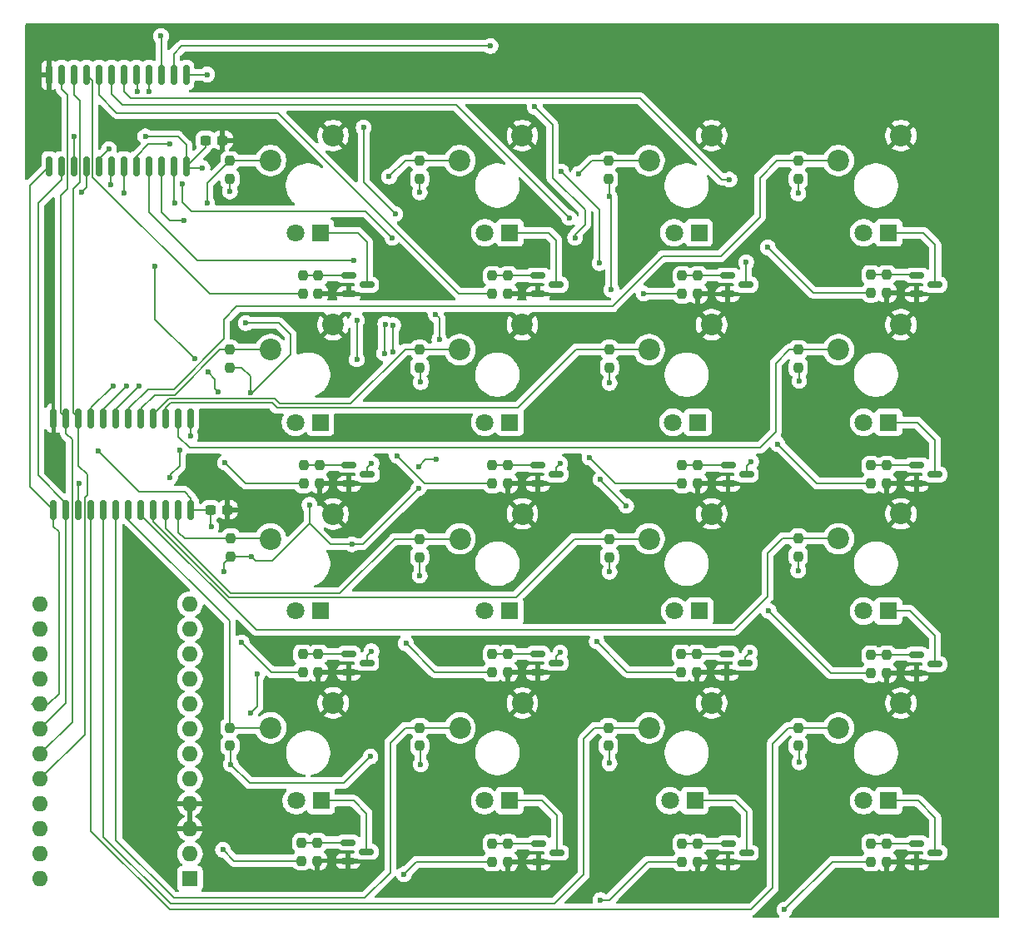
<source format=gtl>
G04 #@! TF.GenerationSoftware,KiCad,Pcbnew,9.0.0*
G04 #@! TF.CreationDate,2025-03-25T02:12:26-05:00*
G04 #@! TF.ProjectId,freeMacro_rev_1,66726565-4d61-4637-926f-5f7265765f31,rev?*
G04 #@! TF.SameCoordinates,Original*
G04 #@! TF.FileFunction,Copper,L1,Top*
G04 #@! TF.FilePolarity,Positive*
%FSLAX46Y46*%
G04 Gerber Fmt 4.6, Leading zero omitted, Abs format (unit mm)*
G04 Created by KiCad (PCBNEW 9.0.0) date 2025-03-25 02:12:26*
%MOMM*%
%LPD*%
G01*
G04 APERTURE LIST*
G04 Aperture macros list*
%AMRoundRect*
0 Rectangle with rounded corners*
0 $1 Rounding radius*
0 $2 $3 $4 $5 $6 $7 $8 $9 X,Y pos of 4 corners*
0 Add a 4 corners polygon primitive as box body*
4,1,4,$2,$3,$4,$5,$6,$7,$8,$9,$2,$3,0*
0 Add four circle primitives for the rounded corners*
1,1,$1+$1,$2,$3*
1,1,$1+$1,$4,$5*
1,1,$1+$1,$6,$7*
1,1,$1+$1,$8,$9*
0 Add four rect primitives between the rounded corners*
20,1,$1+$1,$2,$3,$4,$5,0*
20,1,$1+$1,$4,$5,$6,$7,0*
20,1,$1+$1,$6,$7,$8,$9,0*
20,1,$1+$1,$8,$9,$2,$3,0*%
G04 Aperture macros list end*
G04 #@! TA.AperFunction,SMDPad,CuDef*
%ADD10RoundRect,0.237500X-0.237500X0.250000X-0.237500X-0.250000X0.237500X-0.250000X0.237500X0.250000X0*%
G04 #@! TD*
G04 #@! TA.AperFunction,ComponentPad*
%ADD11C,2.200000*%
G04 #@! TD*
G04 #@! TA.AperFunction,SMDPad,CuDef*
%ADD12RoundRect,0.237500X0.237500X-0.250000X0.237500X0.250000X-0.237500X0.250000X-0.237500X-0.250000X0*%
G04 #@! TD*
G04 #@! TA.AperFunction,ComponentPad*
%ADD13R,1.800000X1.800000*%
G04 #@! TD*
G04 #@! TA.AperFunction,ComponentPad*
%ADD14C,1.800000*%
G04 #@! TD*
G04 #@! TA.AperFunction,SMDPad,CuDef*
%ADD15RoundRect,0.150000X-0.587500X-0.150000X0.587500X-0.150000X0.587500X0.150000X-0.587500X0.150000X0*%
G04 #@! TD*
G04 #@! TA.AperFunction,ComponentPad*
%ADD16R,1.600000X1.600000*%
G04 #@! TD*
G04 #@! TA.AperFunction,ComponentPad*
%ADD17O,1.600000X1.600000*%
G04 #@! TD*
G04 #@! TA.AperFunction,SMDPad,CuDef*
%ADD18RoundRect,0.150000X-0.150000X0.875000X-0.150000X-0.875000X0.150000X-0.875000X0.150000X0.875000X0*%
G04 #@! TD*
G04 #@! TA.AperFunction,SMDPad,CuDef*
%ADD19RoundRect,0.237500X-0.300000X-0.237500X0.300000X-0.237500X0.300000X0.237500X-0.300000X0.237500X0*%
G04 #@! TD*
G04 #@! TA.AperFunction,ViaPad*
%ADD20C,0.600000*%
G04 #@! TD*
G04 #@! TA.AperFunction,Conductor*
%ADD21C,0.200000*%
G04 #@! TD*
G04 APERTURE END LIST*
D10*
X157100000Y-136987500D03*
X157100000Y-138812500D03*
D11*
X100790000Y-64920000D03*
X94440000Y-67460000D03*
D12*
X155500000Y-100312500D03*
X155500000Y-98487500D03*
D11*
X139290000Y-64920000D03*
X132940000Y-67460000D03*
D13*
X157300000Y-74800000D03*
D14*
X154760000Y-74800000D03*
D11*
X158540000Y-64920000D03*
X152190000Y-67460000D03*
D13*
X138000000Y-74800000D03*
D14*
X135460000Y-74800000D03*
D11*
X139290000Y-84170000D03*
X132940000Y-86710000D03*
D15*
X160125000Y-117750000D03*
X160125000Y-119650000D03*
X162000000Y-118700000D03*
D11*
X100800000Y-122650000D03*
X94450000Y-125190000D03*
D16*
X86240000Y-140540000D03*
D17*
X86240000Y-138000000D03*
X86240000Y-135460000D03*
X86240000Y-132920000D03*
X86240000Y-130380000D03*
X86240000Y-127840000D03*
X86240000Y-125300000D03*
X86240000Y-122760000D03*
X86240000Y-120220000D03*
X86240000Y-117680000D03*
X86240000Y-115140000D03*
X86240000Y-112600000D03*
X71000000Y-112600000D03*
X71000000Y-115140000D03*
X71000000Y-117680000D03*
X71000000Y-120220000D03*
X71000000Y-122760000D03*
X71000000Y-125300000D03*
X71000000Y-127840000D03*
X71000000Y-130380000D03*
X71000000Y-132920000D03*
X71000000Y-135460000D03*
X71000000Y-138000000D03*
X71000000Y-140540000D03*
D13*
X99500000Y-113300000D03*
D14*
X96960000Y-113300000D03*
D13*
X157300000Y-132600000D03*
D14*
X154760000Y-132600000D03*
D10*
X137900000Y-136987500D03*
X137900000Y-138812500D03*
D15*
X121625000Y-117650000D03*
X121625000Y-119550000D03*
X123500000Y-118600000D03*
D10*
X99200000Y-136887500D03*
X99200000Y-138712500D03*
D12*
X155500000Y-119612500D03*
X155500000Y-117787500D03*
X90300000Y-127000000D03*
X90300000Y-125175000D03*
D15*
X102425000Y-98450000D03*
X102425000Y-100350000D03*
X104300000Y-99400000D03*
D12*
X148100000Y-69325000D03*
X148100000Y-67500000D03*
D11*
X100790000Y-103420000D03*
X94440000Y-105960000D03*
D15*
X140962500Y-98450000D03*
X140962500Y-100350000D03*
X142837500Y-99400000D03*
X121662500Y-136950000D03*
X121662500Y-138850000D03*
X123537500Y-137900000D03*
D18*
X86350000Y-93700000D03*
X85080000Y-93700000D03*
X83810000Y-93700000D03*
X82540000Y-93700000D03*
X81270000Y-93700000D03*
X80000000Y-93700000D03*
X78730000Y-93700000D03*
X77460000Y-93700000D03*
X76190000Y-93700000D03*
X74920000Y-93700000D03*
X73650000Y-93700000D03*
X72380000Y-93700000D03*
X72380000Y-103000000D03*
X73650000Y-103000000D03*
X74920000Y-103000000D03*
X76190000Y-103000000D03*
X77460000Y-103000000D03*
X78730000Y-103000000D03*
X80000000Y-103000000D03*
X81270000Y-103000000D03*
X82540000Y-103000000D03*
X83810000Y-103000000D03*
X85080000Y-103000000D03*
X86350000Y-103000000D03*
D19*
X87837500Y-65400000D03*
X89562500Y-65400000D03*
D13*
X157300000Y-94100000D03*
D14*
X154760000Y-94100000D03*
D11*
X100790000Y-84170000D03*
X94440000Y-86710000D03*
D12*
X128900000Y-88512500D03*
X128900000Y-86687500D03*
D10*
X137900000Y-98487500D03*
X137900000Y-100312500D03*
X118600000Y-117687500D03*
X118600000Y-119512500D03*
D11*
X120040000Y-64920000D03*
X113690000Y-67460000D03*
X158540000Y-84170000D03*
X152190000Y-86710000D03*
D13*
X99500000Y-94100000D03*
D14*
X96960000Y-94100000D03*
D10*
X157100000Y-117787500D03*
X157100000Y-119612500D03*
D15*
X121625000Y-98450000D03*
X121625000Y-100350000D03*
X123500000Y-99400000D03*
X160162500Y-79150000D03*
X160162500Y-81050000D03*
X162037500Y-80100000D03*
X140962500Y-136950000D03*
X140962500Y-138850000D03*
X142837500Y-137900000D03*
D10*
X118600000Y-79187500D03*
X118600000Y-81012500D03*
D12*
X117000000Y-138812500D03*
X117000000Y-136987500D03*
X109600000Y-107812500D03*
X109600000Y-105987500D03*
D13*
X99500000Y-74800000D03*
D14*
X96960000Y-74800000D03*
D15*
X140925000Y-79150000D03*
X140925000Y-81050000D03*
X142800000Y-80100000D03*
D12*
X117000000Y-100312500D03*
X117000000Y-98487500D03*
D15*
X160162500Y-136950000D03*
X160162500Y-138850000D03*
X162037500Y-137900000D03*
D12*
X148100000Y-88525000D03*
X148100000Y-86700000D03*
D10*
X99400000Y-98487500D03*
X99400000Y-100312500D03*
D13*
X137900000Y-94100000D03*
D14*
X135360000Y-94100000D03*
D10*
X99300000Y-117687500D03*
X99300000Y-119512500D03*
D12*
X155500000Y-80912500D03*
X155500000Y-79087500D03*
X90400000Y-107725000D03*
X90400000Y-105900000D03*
D11*
X120050000Y-103410000D03*
X113700000Y-105950000D03*
D10*
X137800000Y-117687500D03*
X137800000Y-119512500D03*
D11*
X158550000Y-103400000D03*
X152200000Y-105940000D03*
D12*
X109600000Y-69312500D03*
X109600000Y-67487500D03*
D10*
X99300000Y-79187500D03*
X99300000Y-81012500D03*
D12*
X109600000Y-88512500D03*
X109600000Y-86687500D03*
D15*
X102362500Y-117650000D03*
X102362500Y-119550000D03*
X104237500Y-118600000D03*
D11*
X120050000Y-122660000D03*
X113700000Y-125200000D03*
D12*
X136300000Y-138812500D03*
X136300000Y-136987500D03*
X90300000Y-88512500D03*
X90300000Y-86687500D03*
D15*
X121625000Y-79150000D03*
X121625000Y-81050000D03*
X123500000Y-80100000D03*
D12*
X90300000Y-69312500D03*
X90300000Y-67487500D03*
X128800000Y-69325000D03*
X128800000Y-67500000D03*
X128900000Y-107812500D03*
X128900000Y-105987500D03*
D13*
X118775000Y-113300000D03*
D14*
X116235000Y-113300000D03*
D12*
X155500000Y-138812500D03*
X155500000Y-136987500D03*
D18*
X85885000Y-58750000D03*
X84615000Y-58750000D03*
X83345000Y-58750000D03*
X82075000Y-58750000D03*
X80805000Y-58750000D03*
X79535000Y-58750000D03*
X78265000Y-58750000D03*
X76995000Y-58750000D03*
X75725000Y-58750000D03*
X74455000Y-58750000D03*
X73185000Y-58750000D03*
X71915000Y-58750000D03*
X71915000Y-68050000D03*
X73185000Y-68050000D03*
X74455000Y-68050000D03*
X75725000Y-68050000D03*
X76995000Y-68050000D03*
X78265000Y-68050000D03*
X79535000Y-68050000D03*
X80805000Y-68050000D03*
X82075000Y-68050000D03*
X83345000Y-68050000D03*
X84615000Y-68050000D03*
X85885000Y-68050000D03*
D12*
X148100000Y-127025000D03*
X148100000Y-125200000D03*
D11*
X120040000Y-84170000D03*
X113690000Y-86710000D03*
D10*
X157100000Y-98487500D03*
X157100000Y-100312500D03*
D12*
X97700000Y-81012500D03*
X97700000Y-79187500D03*
D11*
X139290000Y-103410000D03*
X132940000Y-105950000D03*
D12*
X97600000Y-138712500D03*
X97600000Y-136887500D03*
D19*
X88337500Y-103000000D03*
X90062500Y-103000000D03*
D12*
X128800000Y-127012500D03*
X128800000Y-125187500D03*
X97700000Y-119512500D03*
X97700000Y-117687500D03*
D15*
X102325000Y-136850000D03*
X102325000Y-138750000D03*
X104200000Y-137800000D03*
D10*
X118600000Y-98487500D03*
X118600000Y-100312500D03*
D12*
X117000000Y-119512500D03*
X117000000Y-117687500D03*
X97800000Y-100312500D03*
X97800000Y-98487500D03*
X148100000Y-107725000D03*
X148100000Y-105900000D03*
X136200000Y-119512500D03*
X136200000Y-117687500D03*
D13*
X118775000Y-94100000D03*
D14*
X116235000Y-94100000D03*
D13*
X99575000Y-132600000D03*
D14*
X97035000Y-132600000D03*
D12*
X117000000Y-81012500D03*
X117000000Y-79187500D03*
D15*
X140825000Y-117650000D03*
X140825000Y-119550000D03*
X142700000Y-118600000D03*
D12*
X136300000Y-100312500D03*
X136300000Y-98487500D03*
D13*
X138075000Y-113300000D03*
D14*
X135535000Y-113300000D03*
D10*
X118600000Y-136987500D03*
X118600000Y-138812500D03*
X137900000Y-79187500D03*
X137900000Y-81012500D03*
D15*
X102362500Y-79150000D03*
X102362500Y-81050000D03*
X104237500Y-80100000D03*
D13*
X157275000Y-113300000D03*
D14*
X154735000Y-113300000D03*
D10*
X157100000Y-79087500D03*
X157100000Y-80912500D03*
D13*
X118740000Y-132600000D03*
D14*
X116200000Y-132600000D03*
D13*
X137575000Y-132600000D03*
D14*
X135035000Y-132600000D03*
D12*
X136300000Y-81012500D03*
X136300000Y-79187500D03*
D15*
X160125000Y-98450000D03*
X160125000Y-100350000D03*
X162000000Y-99400000D03*
D12*
X109600000Y-127000000D03*
X109600000Y-125175000D03*
D11*
X139300000Y-122660000D03*
X132950000Y-125200000D03*
D13*
X118775000Y-74800000D03*
D14*
X116235000Y-74800000D03*
D11*
X158540000Y-122670000D03*
X152190000Y-125210000D03*
D20*
X109100000Y-81300000D03*
X72000000Y-95500000D03*
X98700000Y-84000000D03*
X97300000Y-67000000D03*
X104600000Y-81300000D03*
X95200000Y-71600000D03*
X72700000Y-98700000D03*
X102200000Y-67400000D03*
X109700000Y-128900000D03*
X87500000Y-68200000D03*
X104600000Y-128100000D03*
X148100000Y-109200000D03*
X130600000Y-102600000D03*
X109700000Y-90000000D03*
X128900000Y-109300000D03*
X89700000Y-109300000D03*
X92400000Y-91100000D03*
X93100000Y-119700000D03*
X128900000Y-71100000D03*
X128900000Y-90100000D03*
X128000000Y-99900000D03*
X109600000Y-109700000D03*
X148200000Y-128700000D03*
X76900000Y-97000000D03*
X109500000Y-100800000D03*
X102700000Y-106500000D03*
X81700000Y-65000000D03*
X88400000Y-104700000D03*
X148200000Y-89900000D03*
X109600000Y-70700000D03*
X111300000Y-97900000D03*
X109500000Y-98600000D03*
X129100000Y-80600000D03*
X148100000Y-70800000D03*
X92400000Y-123700000D03*
X92500000Y-107800000D03*
X111200000Y-83100000D03*
X90400000Y-128900000D03*
X98400000Y-102500000D03*
X111600000Y-85700000D03*
X91900000Y-84000000D03*
X90300000Y-70600000D03*
X128900000Y-128800000D03*
X142800000Y-77800000D03*
X104700000Y-98300000D03*
X123900000Y-98300000D03*
X143300000Y-98100000D03*
X104700000Y-117400000D03*
X123900000Y-117500000D03*
X143200000Y-117500000D03*
X75000000Y-100300000D03*
X74437500Y-65037500D03*
X88000000Y-71800000D03*
X78400000Y-90400000D03*
X106500000Y-69100000D03*
X79800000Y-90400000D03*
X81100000Y-90400000D03*
X125800000Y-68800000D03*
X124800000Y-73300000D03*
X132400000Y-81000000D03*
X145000000Y-76300000D03*
X141100000Y-69400000D03*
X89100000Y-91000000D03*
X82700000Y-78200000D03*
X86700000Y-87600000D03*
X89800000Y-98200000D03*
X88100000Y-89000000D03*
X80900000Y-60400000D03*
X107100000Y-72900000D03*
X106000000Y-87100000D03*
X103900000Y-64100000D03*
X106100000Y-84100000D03*
X107300000Y-97500000D03*
X82100000Y-60400000D03*
X121300000Y-62000000D03*
X126900000Y-97700000D03*
X125400000Y-75300000D03*
X83300000Y-54800000D03*
X146000000Y-96300000D03*
X127900000Y-77900000D03*
X116800000Y-55800000D03*
X124000000Y-68600000D03*
X91500000Y-116500000D03*
X84700000Y-71800000D03*
X89600000Y-137600000D03*
X79500000Y-70800000D03*
X85600000Y-73600000D03*
X108200000Y-116600000D03*
X108000000Y-140100000D03*
X78200000Y-69900000D03*
X103200000Y-83700000D03*
X102900000Y-77600000D03*
X103200000Y-87700000D03*
X127600000Y-116400000D03*
X128000000Y-142700000D03*
X78000000Y-66300000D03*
X106800000Y-75300000D03*
X85500000Y-69800000D03*
X106900000Y-84200000D03*
X106900000Y-86900000D03*
X84200000Y-65800000D03*
X145100000Y-113300000D03*
X75200000Y-70700000D03*
X146700000Y-143700000D03*
X84200000Y-99700000D03*
X85200000Y-96900000D03*
X86300000Y-95500000D03*
X88000000Y-58700000D03*
D21*
X128900000Y-109300000D02*
X128900000Y-107812500D01*
X90400000Y-128900000D02*
X90400000Y-127100000D01*
X87500000Y-68200000D02*
X86035000Y-68200000D01*
X94600000Y-108200000D02*
X92900000Y-108200000D01*
X128000000Y-100000000D02*
X128000000Y-99900000D01*
X92300000Y-130800000D02*
X101900000Y-130800000D01*
X100500000Y-106500000D02*
X98400000Y-104400000D01*
X111600000Y-85700000D02*
X111600000Y-83500000D01*
X85000000Y-65000000D02*
X81700000Y-65000000D01*
X85885000Y-68050000D02*
X85885000Y-65885000D01*
X98400000Y-104400000D02*
X94600000Y-108200000D01*
X85700000Y-101200000D02*
X81100000Y-101200000D01*
X129100000Y-80600000D02*
X129100000Y-71300000D01*
X109700000Y-90000000D02*
X109700000Y-88612500D01*
X109500000Y-100800000D02*
X103800000Y-106500000D01*
X111300000Y-97900000D02*
X110200000Y-97900000D01*
X85885000Y-68050000D02*
X87837500Y-66097500D01*
X128900000Y-90100000D02*
X128900000Y-88512500D01*
X90400000Y-127100000D02*
X90300000Y-127000000D01*
X109700000Y-128900000D02*
X109700000Y-127100000D01*
X86035000Y-68200000D02*
X85885000Y-68050000D01*
X128900000Y-128800000D02*
X128900000Y-127112500D01*
X109700000Y-127100000D02*
X109600000Y-127000000D01*
X95300000Y-84000000D02*
X96500000Y-85200000D01*
X130600000Y-102600000D02*
X128000000Y-100000000D01*
X85885000Y-65885000D02*
X85000000Y-65000000D01*
X103800000Y-106500000D02*
X102700000Y-106500000D01*
X148200000Y-89900000D02*
X148200000Y-88625000D01*
X88337500Y-103000000D02*
X88337500Y-104637500D01*
X129100000Y-71300000D02*
X128900000Y-71100000D01*
X111600000Y-83500000D02*
X111200000Y-83100000D01*
X128900000Y-69425000D02*
X128800000Y-69325000D01*
X92400000Y-91100000D02*
X92400000Y-89400000D01*
X92400000Y-89400000D02*
X91512500Y-88512500D01*
X93100000Y-119700000D02*
X93100000Y-123000000D01*
X88337500Y-104637500D02*
X88400000Y-104700000D01*
X89700000Y-109300000D02*
X89700000Y-108425000D01*
X86350000Y-103000000D02*
X88337500Y-103000000D01*
X148100000Y-70800000D02*
X148100000Y-69325000D01*
X148100000Y-109200000D02*
X148100000Y-107725000D01*
X128900000Y-71100000D02*
X128900000Y-69425000D01*
X96500000Y-87200000D02*
X92600000Y-91100000D01*
X93100000Y-123000000D02*
X92400000Y-123700000D01*
X89700000Y-108425000D02*
X90400000Y-107725000D01*
X101900000Y-130800000D02*
X104600000Y-128100000D01*
X91900000Y-84000000D02*
X95300000Y-84000000D01*
X96500000Y-85200000D02*
X96500000Y-87200000D01*
X87837500Y-66097500D02*
X87837500Y-65400000D01*
X98400000Y-102500000D02*
X98400000Y-104400000D01*
X109700000Y-88612500D02*
X109600000Y-88512500D01*
X91512500Y-88512500D02*
X90300000Y-88512500D01*
X86350000Y-103000000D02*
X86350000Y-101850000D01*
X128900000Y-127112500D02*
X128800000Y-127012500D01*
X109600000Y-109700000D02*
X109600000Y-107812500D01*
X92600000Y-91100000D02*
X92400000Y-91100000D01*
X102700000Y-106500000D02*
X100500000Y-106500000D01*
X92900000Y-108200000D02*
X92500000Y-107800000D01*
X90400000Y-128900000D02*
X92300000Y-130800000D01*
X92500000Y-107800000D02*
X92425000Y-107725000D01*
X86350000Y-101850000D02*
X85700000Y-101200000D01*
X90300000Y-70600000D02*
X90300000Y-69312500D01*
X81100000Y-101200000D02*
X76900000Y-97000000D01*
X148200000Y-88625000D02*
X148100000Y-88525000D01*
X92425000Y-107725000D02*
X90400000Y-107725000D01*
X110200000Y-97900000D02*
X109500000Y-98600000D01*
X109600000Y-70700000D02*
X109600000Y-69312500D01*
X148200000Y-127125000D02*
X148100000Y-127025000D01*
X128000000Y-99800000D02*
X128000000Y-99900000D01*
X148200000Y-128700000D02*
X148200000Y-127125000D01*
X104237500Y-80100000D02*
X104237500Y-75737500D01*
X103300000Y-74800000D02*
X99500000Y-74800000D01*
X104237500Y-75737500D02*
X103300000Y-74800000D01*
X123500000Y-80100000D02*
X123500000Y-75600000D01*
X122700000Y-74800000D02*
X118775000Y-74800000D01*
X123500000Y-75600000D02*
X122700000Y-74800000D01*
X142800000Y-80100000D02*
X142800000Y-77800000D01*
X160800000Y-74800000D02*
X157300000Y-74800000D01*
X162037500Y-80100000D02*
X162037500Y-76037500D01*
X162037500Y-76037500D02*
X160800000Y-74800000D01*
X104300000Y-99400000D02*
X104300000Y-98700000D01*
X104300000Y-98700000D02*
X104700000Y-98300000D01*
X123500000Y-98700000D02*
X123900000Y-98300000D01*
X123500000Y-99400000D02*
X123500000Y-98700000D01*
X142837500Y-99400000D02*
X142837500Y-98562500D01*
X142837500Y-98562500D02*
X143300000Y-98100000D01*
X162000000Y-95900000D02*
X160200000Y-94100000D01*
X160200000Y-94100000D02*
X157300000Y-94100000D01*
X162000000Y-99400000D02*
X162000000Y-95900000D01*
X104237500Y-118600000D02*
X104237500Y-117862500D01*
X104237500Y-117862500D02*
X104700000Y-117400000D01*
X102900000Y-132600000D02*
X99575000Y-132600000D01*
X104200000Y-137800000D02*
X104200000Y-133900000D01*
X104200000Y-133900000D02*
X102900000Y-132600000D01*
X123500000Y-117900000D02*
X123900000Y-117500000D01*
X123500000Y-118600000D02*
X123500000Y-117900000D01*
X122000000Y-132600000D02*
X118740000Y-132600000D01*
X123537500Y-137900000D02*
X123537500Y-134137500D01*
X123537500Y-134137500D02*
X122000000Y-132600000D01*
X142700000Y-118600000D02*
X142700000Y-118000000D01*
X142700000Y-118000000D02*
X143200000Y-117500000D01*
X142837500Y-133737500D02*
X141700000Y-132600000D01*
X142837500Y-137900000D02*
X142837500Y-133737500D01*
X141700000Y-132600000D02*
X137575000Y-132600000D01*
X162000000Y-115800000D02*
X159500000Y-113300000D01*
X162000000Y-118700000D02*
X162000000Y-115800000D01*
X159500000Y-113300000D02*
X157275000Y-113300000D01*
X160300000Y-132600000D02*
X157300000Y-132600000D01*
X162037500Y-137900000D02*
X162037500Y-134337500D01*
X162037500Y-134337500D02*
X160300000Y-132600000D01*
X74920000Y-100380000D02*
X75000000Y-100300000D01*
X74920000Y-103000000D02*
X74920000Y-100380000D01*
X74437500Y-65037500D02*
X74475000Y-65000000D01*
X74455000Y-65055000D02*
X74437500Y-65037500D01*
X74455000Y-68050000D02*
X74455000Y-65055000D01*
X74430000Y-65045000D02*
X74437500Y-65037500D01*
X99300000Y-79187500D02*
X99587500Y-79187500D01*
X99625000Y-79150000D02*
X102362500Y-79150000D01*
X97700000Y-79187500D02*
X99300000Y-79187500D01*
X99587500Y-79187500D02*
X99625000Y-79150000D01*
X117000000Y-79187500D02*
X118600000Y-79187500D01*
X118600000Y-79187500D02*
X121587500Y-79187500D01*
X121587500Y-79187500D02*
X121625000Y-79150000D01*
X138187500Y-79187500D02*
X138225000Y-79150000D01*
X138225000Y-79150000D02*
X140925000Y-79150000D01*
X136300000Y-79187500D02*
X137900000Y-79187500D01*
X137900000Y-79187500D02*
X138187500Y-79187500D01*
X160100000Y-79087500D02*
X160162500Y-79150000D01*
X155500000Y-79087500D02*
X157100000Y-79087500D01*
X157100000Y-79087500D02*
X160100000Y-79087500D01*
X99400000Y-98487500D02*
X99587500Y-98487500D01*
X99587500Y-98487500D02*
X99625000Y-98450000D01*
X99625000Y-98450000D02*
X102425000Y-98450000D01*
X97800000Y-98487500D02*
X99400000Y-98487500D01*
X118600000Y-98487500D02*
X121587500Y-98487500D01*
X121587500Y-98487500D02*
X121625000Y-98450000D01*
X117000000Y-98487500D02*
X118600000Y-98487500D01*
X136300000Y-98487500D02*
X137900000Y-98487500D01*
X140925000Y-98487500D02*
X140962500Y-98450000D01*
X137900000Y-98487500D02*
X140925000Y-98487500D01*
X157100000Y-98487500D02*
X157187500Y-98487500D01*
X155500000Y-98487500D02*
X157100000Y-98487500D01*
X157225000Y-98450000D02*
X160125000Y-98450000D01*
X157187500Y-98487500D02*
X157225000Y-98450000D01*
X97700000Y-117687500D02*
X99300000Y-117687500D01*
X99412500Y-117687500D02*
X99450000Y-117650000D01*
X99300000Y-117687500D02*
X99412500Y-117687500D01*
X99450000Y-117650000D02*
X102362500Y-117650000D01*
X99387500Y-136887500D02*
X99425000Y-136850000D01*
X99200000Y-136887500D02*
X99387500Y-136887500D01*
X99425000Y-136850000D02*
X102325000Y-136850000D01*
X97600000Y-136887500D02*
X99200000Y-136887500D01*
X121587500Y-117687500D02*
X121625000Y-117650000D01*
X117000000Y-117687500D02*
X118600000Y-117687500D01*
X118600000Y-117687500D02*
X121587500Y-117687500D01*
X117000000Y-136987500D02*
X118600000Y-136987500D01*
X121625000Y-136987500D02*
X121662500Y-136950000D01*
X118600000Y-136987500D02*
X121625000Y-136987500D01*
X136200000Y-117687500D02*
X137800000Y-117687500D01*
X137800000Y-117687500D02*
X140787500Y-117687500D01*
X140787500Y-117687500D02*
X140825000Y-117650000D01*
X137900000Y-136987500D02*
X140925000Y-136987500D01*
X140925000Y-136987500D02*
X140962500Y-136950000D01*
X136300000Y-136987500D02*
X137900000Y-136987500D01*
X157212500Y-117787500D02*
X157250000Y-117750000D01*
X157250000Y-117750000D02*
X160125000Y-117750000D01*
X155500000Y-117787500D02*
X157100000Y-117787500D01*
X157100000Y-117787500D02*
X157212500Y-117787500D01*
X157425000Y-136950000D02*
X160162500Y-136950000D01*
X155500000Y-136987500D02*
X157100000Y-136987500D01*
X157100000Y-136987500D02*
X157387500Y-136987500D01*
X157387500Y-136987500D02*
X157425000Y-136950000D01*
X90300000Y-67487500D02*
X94412500Y-67487500D01*
X90300000Y-67487500D02*
X88000000Y-69787500D01*
X76190000Y-92610000D02*
X78400000Y-90400000D01*
X88000000Y-69787500D02*
X88000000Y-71800000D01*
X76190000Y-93700000D02*
X76190000Y-92610000D01*
X94412500Y-67487500D02*
X94440000Y-67460000D01*
X77460000Y-93700000D02*
X77460000Y-92740000D01*
X109600000Y-67487500D02*
X108112500Y-67487500D01*
X113662500Y-67487500D02*
X113690000Y-67460000D01*
X77460000Y-92740000D02*
X79800000Y-90400000D01*
X109600000Y-67487500D02*
X113662500Y-67487500D01*
X108112500Y-67487500D02*
X106500000Y-69100000D01*
X128800000Y-67500000D02*
X132900000Y-67500000D01*
X127100000Y-67500000D02*
X128800000Y-67500000D01*
X125800000Y-68800000D02*
X127100000Y-67500000D01*
X78730000Y-93700000D02*
X78730000Y-92770000D01*
X78730000Y-92770000D02*
X81100000Y-90400000D01*
X132900000Y-67500000D02*
X132940000Y-67460000D01*
X144200000Y-73200000D02*
X144200000Y-69200000D01*
X89700000Y-85600000D02*
X89700000Y-83600000D01*
X145900000Y-67500000D02*
X148100000Y-67500000D01*
X89700000Y-83600000D02*
X91000000Y-82300000D01*
X91000000Y-82300000D02*
X129200000Y-82300000D01*
X80000000Y-93700000D02*
X80000000Y-92675001D01*
X140200000Y-77200000D02*
X144200000Y-73200000D01*
X84582843Y-90717157D02*
X89700000Y-85600000D01*
X148100000Y-67500000D02*
X152150000Y-67500000D01*
X152150000Y-67500000D02*
X152190000Y-67460000D01*
X81957844Y-90717157D02*
X84582843Y-90717157D01*
X80000000Y-92675001D02*
X81957844Y-90717157D01*
X134300000Y-77200000D02*
X140200000Y-77200000D01*
X129200000Y-82300000D02*
X134300000Y-77200000D01*
X144200000Y-69200000D02*
X145900000Y-67500000D01*
X94417500Y-86687500D02*
X94440000Y-86710000D01*
X81270000Y-92675001D02*
X82645001Y-91300000D01*
X84700000Y-91300000D02*
X89312500Y-86687500D01*
X81270000Y-93700000D02*
X81270000Y-92675001D01*
X90300000Y-86687500D02*
X94417500Y-86687500D01*
X82645001Y-91300000D02*
X84700000Y-91300000D01*
X89312500Y-86687500D02*
X90300000Y-86687500D01*
X102600000Y-92200000D02*
X108112500Y-86687500D01*
X108112500Y-86687500D02*
X109600000Y-86687500D01*
X82540000Y-93700000D02*
X82540000Y-93294314D01*
X113667500Y-86687500D02*
X113690000Y-86710000D01*
X95400000Y-92200000D02*
X102600000Y-92200000D01*
X94900000Y-91700000D02*
X95400000Y-92200000D01*
X82540000Y-93294314D02*
X84134314Y-91700000D01*
X84134314Y-91700000D02*
X94900000Y-91700000D01*
X109600000Y-86687500D02*
X113667500Y-86687500D01*
X83810000Y-93700000D02*
X83810000Y-92590000D01*
X132917500Y-86687500D02*
X132940000Y-86710000D01*
X83810000Y-92590000D02*
X84300000Y-92100000D01*
X128900000Y-86687500D02*
X132917500Y-86687500D01*
X119600000Y-92600000D02*
X125512500Y-86687500D01*
X95100000Y-92600000D02*
X119600000Y-92600000D01*
X84300000Y-92100000D02*
X94600000Y-92100000D01*
X125512500Y-86687500D02*
X128900000Y-86687500D01*
X94600000Y-92100000D02*
X95100000Y-92600000D01*
X145800000Y-95100000D02*
X145800000Y-88100000D01*
X152180000Y-86700000D02*
X152190000Y-86710000D01*
X145800000Y-88100000D02*
X147200000Y-86700000D01*
X85080000Y-93700000D02*
X85080000Y-95580000D01*
X86200000Y-96700000D02*
X144200000Y-96700000D01*
X147200000Y-86700000D02*
X148100000Y-86700000D01*
X144200000Y-96700000D02*
X145800000Y-95100000D01*
X85080000Y-95580000D02*
X86200000Y-96700000D01*
X148100000Y-86700000D02*
X152180000Y-86700000D01*
X90400000Y-105900000D02*
X94380000Y-105900000D01*
X85080000Y-103000000D02*
X85080000Y-105280000D01*
X85700000Y-105900000D02*
X90400000Y-105900000D01*
X85080000Y-105280000D02*
X85700000Y-105900000D01*
X94380000Y-105900000D02*
X94440000Y-105960000D01*
X107012500Y-105987500D02*
X109600000Y-105987500D01*
X109600000Y-105987500D02*
X113662500Y-105987500D01*
X113662500Y-105987500D02*
X113700000Y-105950000D01*
X83810000Y-103000000D02*
X83810000Y-104910000D01*
X101500000Y-111500000D02*
X107012500Y-105987500D01*
X83810000Y-104910000D02*
X90400000Y-111500000D01*
X90400000Y-111500000D02*
X101500000Y-111500000D01*
X90234314Y-111900000D02*
X119400000Y-111900000D01*
X82540000Y-103000000D02*
X82540000Y-104205686D01*
X125312500Y-105987500D02*
X128900000Y-105987500D01*
X82540000Y-104205686D02*
X90234314Y-111900000D01*
X132902500Y-105987500D02*
X132940000Y-105950000D01*
X119400000Y-111900000D02*
X125312500Y-105987500D01*
X128900000Y-105987500D02*
X132902500Y-105987500D01*
X148100000Y-105900000D02*
X152160000Y-105900000D01*
X92968628Y-115200000D02*
X141600000Y-115200000D01*
X146500000Y-105900000D02*
X148100000Y-105900000D01*
X81270000Y-103000000D02*
X81270000Y-103501372D01*
X152160000Y-105900000D02*
X152200000Y-105940000D01*
X141600000Y-115200000D02*
X145000000Y-111800000D01*
X145000000Y-107400000D02*
X146500000Y-105900000D01*
X81270000Y-103501372D02*
X92968628Y-115200000D01*
X145000000Y-111800000D02*
X145000000Y-107400000D01*
X90300000Y-125175000D02*
X94435000Y-125175000D01*
X94435000Y-125175000D02*
X94450000Y-125190000D01*
X90300000Y-114324999D02*
X90300000Y-125175000D01*
X80000000Y-104024999D02*
X90300000Y-114324999D01*
X80000000Y-103000000D02*
X80000000Y-104024999D01*
X78730000Y-136630000D02*
X84600000Y-142500000D01*
X113675000Y-125175000D02*
X113700000Y-125200000D01*
X108125000Y-125175000D02*
X109600000Y-125175000D01*
X109600000Y-125175000D02*
X113675000Y-125175000D01*
X106600000Y-139900000D02*
X106600000Y-126700000D01*
X104000000Y-142500000D02*
X106600000Y-139900000D01*
X106600000Y-126700000D02*
X108125000Y-125175000D01*
X78730000Y-103000000D02*
X78730000Y-136630000D01*
X84600000Y-142500000D02*
X104000000Y-142500000D01*
X77460000Y-103000000D02*
X77460000Y-136260000D01*
X77460000Y-136260000D02*
X84300000Y-143100000D01*
X127412500Y-125187500D02*
X128800000Y-125187500D01*
X126300000Y-140100000D02*
X126300000Y-126300000D01*
X84300000Y-143100000D02*
X123300000Y-143100000D01*
X126300000Y-126300000D02*
X127412500Y-125187500D01*
X128800000Y-125187500D02*
X132937500Y-125187500D01*
X132937500Y-125187500D02*
X132950000Y-125200000D01*
X123300000Y-143100000D02*
X126300000Y-140100000D01*
X148100000Y-125200000D02*
X152180000Y-125200000D01*
X147100000Y-125200000D02*
X148100000Y-125200000D01*
X76190000Y-103000000D02*
X76190000Y-135690000D01*
X145500000Y-126800000D02*
X147100000Y-125200000D01*
X152180000Y-125200000D02*
X152190000Y-125210000D01*
X76190000Y-135690000D02*
X84200000Y-143700000D01*
X84200000Y-143700000D02*
X143300000Y-143700000D01*
X143300000Y-143700000D02*
X145500000Y-141500000D01*
X145500000Y-141500000D02*
X145500000Y-126800000D01*
X88221948Y-81012500D02*
X76325000Y-69115552D01*
X97700000Y-81012500D02*
X88221948Y-81012500D01*
X76325000Y-59350000D02*
X75725000Y-58750000D01*
X76325000Y-69115552D02*
X76325000Y-59350000D01*
X113612500Y-81012500D02*
X95200000Y-62600000D01*
X76995000Y-60795000D02*
X76995000Y-58750000D01*
X78800000Y-62600000D02*
X76995000Y-60795000D01*
X95200000Y-62600000D02*
X78800000Y-62600000D01*
X117000000Y-81012500D02*
X113612500Y-81012500D01*
X132412500Y-81012500D02*
X132400000Y-81000000D01*
X78265000Y-60665000D02*
X78265000Y-58750000D01*
X113300000Y-61800000D02*
X79400000Y-61800000D01*
X124800000Y-73300000D02*
X113300000Y-61800000D01*
X79400000Y-61800000D02*
X78265000Y-60665000D01*
X136300000Y-81012500D02*
X132412500Y-81012500D01*
X140300000Y-69400000D02*
X132000000Y-61100000D01*
X141100000Y-69400000D02*
X140300000Y-69400000D01*
X80200000Y-61100000D02*
X79535000Y-60435000D01*
X132000000Y-61100000D02*
X80200000Y-61100000D01*
X149612500Y-80912500D02*
X145000000Y-76300000D01*
X79535000Y-60435000D02*
X79535000Y-58750000D01*
X155500000Y-80912500D02*
X149612500Y-80912500D01*
X97800000Y-100312500D02*
X91912500Y-100312500D01*
X88800000Y-90700000D02*
X88800000Y-89700000D01*
X82700000Y-83600000D02*
X82700000Y-78200000D01*
X80900000Y-58845000D02*
X80805000Y-58750000D01*
X89100000Y-91000000D02*
X88800000Y-90700000D01*
X86700000Y-87600000D02*
X82700000Y-83600000D01*
X80900000Y-60400000D02*
X80900000Y-58845000D01*
X91912500Y-100312500D02*
X89800000Y-98200000D01*
X88800000Y-89700000D02*
X88100000Y-89000000D01*
X117000000Y-100312500D02*
X110112500Y-100312500D01*
X82100000Y-58775000D02*
X82075000Y-58750000D01*
X106000000Y-84200000D02*
X106100000Y-84100000D01*
X107100000Y-72900000D02*
X103900000Y-69700000D01*
X106000000Y-87100000D02*
X106000000Y-84200000D01*
X103900000Y-69700000D02*
X103900000Y-64100000D01*
X82100000Y-60400000D02*
X82100000Y-58775000D01*
X110112500Y-100312500D02*
X107300000Y-97500000D01*
X83345000Y-54845000D02*
X83345000Y-58750000D01*
X123100000Y-69200000D02*
X123100000Y-63800000D01*
X125400000Y-75000000D02*
X126400000Y-74000000D01*
X125400000Y-75300000D02*
X125400000Y-75000000D01*
X136300000Y-100312500D02*
X129512500Y-100312500D01*
X126400000Y-72500000D02*
X123100000Y-69200000D01*
X83300000Y-54800000D02*
X83345000Y-54845000D01*
X129512500Y-100312500D02*
X126900000Y-97700000D01*
X126400000Y-74000000D02*
X126400000Y-72500000D01*
X123100000Y-63800000D02*
X121300000Y-62000000D01*
X84600000Y-56600000D02*
X84615000Y-56615000D01*
X116800000Y-55800000D02*
X85400000Y-55800000D01*
X127900000Y-77900000D02*
X127900000Y-72500000D01*
X85400000Y-55800000D02*
X84600000Y-56600000D01*
X150012500Y-100312500D02*
X146000000Y-96300000D01*
X84615000Y-56615000D02*
X84615000Y-58750000D01*
X155500000Y-100312500D02*
X150012500Y-100312500D01*
X127900000Y-72500000D02*
X124000000Y-68600000D01*
X94512500Y-119512500D02*
X91500000Y-116500000D01*
X84615000Y-71715000D02*
X84615000Y-68050000D01*
X84700000Y-71800000D02*
X84615000Y-71715000D01*
X97700000Y-119512500D02*
X94512500Y-119512500D01*
X97600000Y-138712500D02*
X90712500Y-138712500D01*
X79500000Y-70800000D02*
X79535000Y-70765000D01*
X79535000Y-70765000D02*
X79535000Y-68050000D01*
X90712500Y-138712500D02*
X89600000Y-137600000D01*
X111112500Y-119512500D02*
X108200000Y-116600000D01*
X117000000Y-119512500D02*
X111112500Y-119512500D01*
X84200000Y-73600000D02*
X83345000Y-72745000D01*
X83345000Y-72745000D02*
X83345000Y-68050000D01*
X85600000Y-73600000D02*
X84200000Y-73600000D01*
X109287500Y-138812500D02*
X108000000Y-140100000D01*
X78200000Y-68115000D02*
X78265000Y-68050000D01*
X78200000Y-69900000D02*
X78200000Y-68115000D01*
X117000000Y-138812500D02*
X109287500Y-138812500D01*
X136200000Y-119512500D02*
X130712500Y-119512500D01*
X103200000Y-87700000D02*
X103200000Y-83700000D01*
X82075000Y-72675000D02*
X82075000Y-68050000D01*
X130712500Y-119512500D02*
X127600000Y-116400000D01*
X87000000Y-77600000D02*
X82075000Y-72675000D01*
X102900000Y-77600000D02*
X87000000Y-77600000D01*
X127600000Y-116400000D02*
X127500000Y-116300000D01*
X128900000Y-142700000D02*
X128000000Y-142700000D01*
X132787500Y-138812500D02*
X129300000Y-142300000D01*
X78000000Y-66300000D02*
X76995000Y-67305000D01*
X129300000Y-142300000D02*
X128900000Y-142700000D01*
X136300000Y-138812500D02*
X132787500Y-138812500D01*
X76995000Y-67305000D02*
X76995000Y-68050000D01*
X86400000Y-72600000D02*
X85500000Y-71700000D01*
X85500000Y-71700000D02*
X85500000Y-69800000D01*
X106800000Y-75300000D02*
X104100000Y-72600000D01*
X80805000Y-67025001D02*
X80805000Y-68050000D01*
X151412500Y-119612500D02*
X145100000Y-113300000D01*
X155500000Y-119612500D02*
X151412500Y-119612500D01*
X84200000Y-65800000D02*
X82030001Y-65800000D01*
X106900000Y-86900000D02*
X106900000Y-84200000D01*
X82030001Y-65800000D02*
X80805000Y-67025001D01*
X104100000Y-72600000D02*
X86400000Y-72600000D01*
X151587500Y-138812500D02*
X146700000Y-143700000D01*
X155500000Y-138812500D02*
X151587500Y-138812500D01*
X75725000Y-68050000D02*
X75725000Y-70175000D01*
X75725000Y-70175000D02*
X75200000Y-70700000D01*
X75520000Y-101780000D02*
X75520000Y-125860000D01*
X74355000Y-70345000D02*
X75055000Y-69645000D01*
X75800000Y-99400000D02*
X75800000Y-101500000D01*
X74920000Y-93700000D02*
X74920000Y-98520000D01*
X75055000Y-61355000D02*
X74455000Y-60755000D01*
X74920000Y-93700000D02*
X74355000Y-93135000D01*
X74355000Y-93135000D02*
X74355000Y-70345000D01*
X74455000Y-60755000D02*
X74455000Y-58750000D01*
X75055000Y-69645000D02*
X75055000Y-61355000D01*
X75520000Y-125860000D02*
X71000000Y-130380000D01*
X75800000Y-101500000D02*
X75520000Y-101780000D01*
X74920000Y-98520000D02*
X75800000Y-99400000D01*
X73085000Y-93135000D02*
X73085000Y-71015000D01*
X71000000Y-127840000D02*
X74250000Y-124590000D01*
X73785000Y-60785000D02*
X73185000Y-60185000D01*
X73650000Y-95250000D02*
X73650000Y-93700000D01*
X73785000Y-70315000D02*
X73785000Y-60785000D01*
X73650000Y-93700000D02*
X73085000Y-93135000D01*
X74250000Y-124590000D02*
X74250000Y-95850000D01*
X73085000Y-71015000D02*
X73785000Y-70315000D01*
X73185000Y-60185000D02*
X73185000Y-58750000D01*
X74250000Y-95850000D02*
X73650000Y-95250000D01*
X70000000Y-100620000D02*
X70000000Y-69965000D01*
X72380000Y-104680000D02*
X72900000Y-105200000D01*
X71840000Y-122760000D02*
X71000000Y-122760000D01*
X72380000Y-103000000D02*
X72380000Y-104680000D01*
X72900000Y-121700000D02*
X71840000Y-122760000D01*
X70000000Y-69965000D02*
X71915000Y-68050000D01*
X70160000Y-122760000D02*
X71000000Y-122760000D01*
X72900000Y-105200000D02*
X72900000Y-121700000D01*
X72380000Y-103000000D02*
X70000000Y-100620000D01*
X73650000Y-102350000D02*
X70800000Y-99500000D01*
X70800000Y-99500000D02*
X70800000Y-71800000D01*
X73650000Y-122650000D02*
X71000000Y-125300000D01*
X73650000Y-103000000D02*
X73650000Y-122650000D01*
X73185000Y-69415000D02*
X73185000Y-68050000D01*
X73650000Y-103000000D02*
X73650000Y-102350000D01*
X70800000Y-71800000D02*
X73185000Y-69415000D01*
X86300000Y-95500000D02*
X86300000Y-93750000D01*
X86300000Y-93750000D02*
X86350000Y-93700000D01*
X84200000Y-99500000D02*
X85200000Y-98500000D01*
X85200000Y-98500000D02*
X85200000Y-96900000D01*
X84200000Y-99700000D02*
X84200000Y-99500000D01*
X87950000Y-58750000D02*
X85885000Y-58750000D01*
X88000000Y-58700000D02*
X87950000Y-58750000D01*
G04 #@! TA.AperFunction,Conductor*
G36*
X168442539Y-53520185D02*
G01*
X168488294Y-53572989D01*
X168499500Y-53624500D01*
X168499500Y-144375500D01*
X168479815Y-144442539D01*
X168427011Y-144488294D01*
X168375500Y-144499500D01*
X147331941Y-144499500D01*
X147264902Y-144479815D01*
X147219147Y-144427011D01*
X147209203Y-144357853D01*
X147238228Y-144294297D01*
X147244260Y-144287819D01*
X147321786Y-144210292D01*
X147321789Y-144210289D01*
X147409394Y-144079179D01*
X147469737Y-143933497D01*
X147489113Y-143836085D01*
X147500638Y-143778150D01*
X147533023Y-143716239D01*
X147534518Y-143714716D01*
X151799917Y-139449319D01*
X151861240Y-139415834D01*
X151887598Y-139413000D01*
X154542389Y-139413000D01*
X154609428Y-139432685D01*
X154647928Y-139471904D01*
X154679467Y-139523038D01*
X154679660Y-139523350D01*
X154801650Y-139645340D01*
X154948484Y-139735908D01*
X155112247Y-139790174D01*
X155213323Y-139800500D01*
X155786676Y-139800499D01*
X155786684Y-139800498D01*
X155786687Y-139800498D01*
X155842030Y-139794844D01*
X155887753Y-139790174D01*
X156051516Y-139735908D01*
X156198350Y-139645340D01*
X156212671Y-139631018D01*
X156273989Y-139597533D01*
X156343681Y-139602514D01*
X156388034Y-139631017D01*
X156401961Y-139644944D01*
X156401965Y-139644947D01*
X156548688Y-139735448D01*
X156548699Y-139735453D01*
X156712347Y-139789680D01*
X156813352Y-139799999D01*
X156850000Y-139799999D01*
X157350000Y-139799999D01*
X157386640Y-139799999D01*
X157386654Y-139799998D01*
X157487652Y-139789680D01*
X157651300Y-139735453D01*
X157651311Y-139735448D01*
X157798034Y-139644947D01*
X157798038Y-139644944D01*
X157919944Y-139523038D01*
X157919947Y-139523034D01*
X158010448Y-139376311D01*
X158010453Y-139376300D01*
X158064680Y-139212652D01*
X158074999Y-139111654D01*
X158075000Y-139111641D01*
X158075000Y-139100001D01*
X158927704Y-139100001D01*
X158927899Y-139102486D01*
X158973718Y-139260198D01*
X159057314Y-139401552D01*
X159057321Y-139401561D01*
X159173438Y-139517678D01*
X159173444Y-139517683D01*
X159314803Y-139601282D01*
X159314806Y-139601283D01*
X159472504Y-139647099D01*
X159472510Y-139647100D01*
X159509350Y-139649999D01*
X159509366Y-139650000D01*
X159912500Y-139650000D01*
X160412500Y-139650000D01*
X160815634Y-139650000D01*
X160815649Y-139649999D01*
X160852489Y-139647100D01*
X160852495Y-139647099D01*
X161010193Y-139601283D01*
X161010196Y-139601282D01*
X161151556Y-139517683D01*
X161267678Y-139401561D01*
X161267685Y-139401552D01*
X161351281Y-139260198D01*
X161397100Y-139102486D01*
X161397295Y-139100001D01*
X161397295Y-139100000D01*
X160412500Y-139100000D01*
X160412500Y-139650000D01*
X159912500Y-139650000D01*
X159912500Y-139100000D01*
X158927705Y-139100000D01*
X158927704Y-139100001D01*
X158075000Y-139100001D01*
X158075000Y-139062500D01*
X157350000Y-139062500D01*
X157350000Y-139799999D01*
X156850000Y-139799999D01*
X156850000Y-138936500D01*
X156869685Y-138869461D01*
X156922489Y-138823706D01*
X156974000Y-138812500D01*
X157100000Y-138812500D01*
X157100000Y-138686500D01*
X157119685Y-138619461D01*
X157142146Y-138599998D01*
X158927704Y-138599998D01*
X158927705Y-138600000D01*
X159912500Y-138600000D01*
X159912500Y-138050000D01*
X159509350Y-138050000D01*
X159472510Y-138052899D01*
X159472504Y-138052900D01*
X159314806Y-138098716D01*
X159314803Y-138098717D01*
X159173447Y-138182314D01*
X159173438Y-138182321D01*
X159057321Y-138298438D01*
X159057314Y-138298447D01*
X158973718Y-138439801D01*
X158927899Y-138597513D01*
X158927704Y-138599998D01*
X157142146Y-138599998D01*
X157172489Y-138573706D01*
X157224000Y-138562500D01*
X158074999Y-138562500D01*
X158074999Y-138513360D01*
X158074998Y-138513345D01*
X158064680Y-138412347D01*
X158010453Y-138248699D01*
X158010448Y-138248688D01*
X157919947Y-138101965D01*
X157919944Y-138101961D01*
X157806017Y-137988034D01*
X157772532Y-137926711D01*
X157777516Y-137857019D01*
X157806013Y-137812676D01*
X157920340Y-137698350D01*
X157975202Y-137609403D01*
X158027150Y-137562679D01*
X158080741Y-137550500D01*
X159054192Y-137550500D01*
X159121231Y-137570185D01*
X159141874Y-137586820D01*
X159173129Y-137618076D01*
X159173133Y-137618079D01*
X159173135Y-137618081D01*
X159314602Y-137701744D01*
X159351001Y-137712319D01*
X159472426Y-137747597D01*
X159472429Y-137747597D01*
X159472431Y-137747598D01*
X159509306Y-137750500D01*
X160675500Y-137750500D01*
X160684185Y-137753050D01*
X160693147Y-137751762D01*
X160717187Y-137762740D01*
X160742539Y-137770185D01*
X160748466Y-137777025D01*
X160756703Y-137780787D01*
X160770992Y-137803021D01*
X160788294Y-137822989D01*
X160790581Y-137833503D01*
X160794477Y-137839565D01*
X160799500Y-137874500D01*
X160799500Y-137926000D01*
X160779815Y-137993039D01*
X160727011Y-138038794D01*
X160675500Y-138050000D01*
X160412500Y-138050000D01*
X160412500Y-138600000D01*
X161068185Y-138600000D01*
X161131306Y-138617268D01*
X161189602Y-138651744D01*
X161231224Y-138663836D01*
X161347426Y-138697597D01*
X161347429Y-138697597D01*
X161347431Y-138697598D01*
X161384306Y-138700500D01*
X161384314Y-138700500D01*
X162690686Y-138700500D01*
X162690694Y-138700500D01*
X162727569Y-138697598D01*
X162727571Y-138697597D01*
X162727573Y-138697597D01*
X162782589Y-138681613D01*
X162885398Y-138651744D01*
X163026865Y-138568081D01*
X163143081Y-138451865D01*
X163226744Y-138310398D01*
X163272598Y-138152569D01*
X163275500Y-138115694D01*
X163275500Y-137684306D01*
X163272598Y-137647431D01*
X163264071Y-137618082D01*
X163235912Y-137521158D01*
X163226744Y-137489602D01*
X163143081Y-137348135D01*
X163143079Y-137348133D01*
X163143076Y-137348129D01*
X163026870Y-137231923D01*
X163026862Y-137231917D01*
X162885396Y-137148255D01*
X162885395Y-137148254D01*
X162727404Y-137102353D01*
X162668519Y-137064746D01*
X162639313Y-137001274D01*
X162638000Y-136983277D01*
X162638000Y-134258444D01*
X162638000Y-134258443D01*
X162627833Y-134220500D01*
X162597077Y-134105715D01*
X162554683Y-134032287D01*
X162518020Y-133968784D01*
X162406216Y-133856980D01*
X162406215Y-133856979D01*
X162401885Y-133852649D01*
X162401874Y-133852639D01*
X160787590Y-132238355D01*
X160787588Y-132238352D01*
X160668717Y-132119481D01*
X160668716Y-132119480D01*
X160555485Y-132054106D01*
X160555485Y-132054105D01*
X160555480Y-132054104D01*
X160547211Y-132049329D01*
X160531786Y-132040423D01*
X160493603Y-132030192D01*
X160379057Y-131999499D01*
X160220943Y-131999499D01*
X160213347Y-131999499D01*
X160213331Y-131999500D01*
X158824499Y-131999500D01*
X158757460Y-131979815D01*
X158711705Y-131927011D01*
X158700499Y-131875500D01*
X158700499Y-131652129D01*
X158700498Y-131652123D01*
X158700106Y-131648477D01*
X158694091Y-131592517D01*
X158692320Y-131587770D01*
X158643797Y-131457671D01*
X158643793Y-131457664D01*
X158557547Y-131342455D01*
X158557544Y-131342452D01*
X158442335Y-131256206D01*
X158442328Y-131256202D01*
X158307482Y-131205908D01*
X158307483Y-131205908D01*
X158247883Y-131199501D01*
X158247881Y-131199500D01*
X158247873Y-131199500D01*
X158247864Y-131199500D01*
X156352129Y-131199500D01*
X156352123Y-131199501D01*
X156292516Y-131205908D01*
X156157671Y-131256202D01*
X156157664Y-131256206D01*
X156042455Y-131342452D01*
X156042452Y-131342455D01*
X155956206Y-131457664D01*
X155956203Y-131457669D01*
X155926398Y-131537581D01*
X155884526Y-131593514D01*
X155819062Y-131617931D01*
X155750789Y-131603079D01*
X155722535Y-131581928D01*
X155672363Y-131531756D01*
X155672358Y-131531752D01*
X155494025Y-131402187D01*
X155494024Y-131402186D01*
X155494022Y-131402185D01*
X155376791Y-131342452D01*
X155297606Y-131302104D01*
X155297603Y-131302103D01*
X155087952Y-131233985D01*
X154979086Y-131216742D01*
X154870222Y-131199500D01*
X154649778Y-131199500D01*
X154577201Y-131210995D01*
X154432047Y-131233985D01*
X154222396Y-131302103D01*
X154222393Y-131302104D01*
X154025974Y-131402187D01*
X153847641Y-131531752D01*
X153847636Y-131531756D01*
X153691756Y-131687636D01*
X153691752Y-131687641D01*
X153562187Y-131865974D01*
X153462104Y-132062393D01*
X153462103Y-132062396D01*
X153393985Y-132272047D01*
X153359500Y-132489778D01*
X153359500Y-132710221D01*
X153393985Y-132927952D01*
X153462103Y-133137603D01*
X153462104Y-133137606D01*
X153520718Y-133252639D01*
X153557333Y-133324500D01*
X153562187Y-133334025D01*
X153691752Y-133512358D01*
X153691756Y-133512363D01*
X153847636Y-133668243D01*
X153847641Y-133668247D01*
X153949606Y-133742328D01*
X154025978Y-133797815D01*
X154154375Y-133863237D01*
X154222393Y-133897895D01*
X154222396Y-133897896D01*
X154265716Y-133911971D01*
X154432049Y-133966015D01*
X154649778Y-134000500D01*
X154649779Y-134000500D01*
X154870221Y-134000500D01*
X154870222Y-134000500D01*
X155087951Y-133966015D01*
X155297606Y-133897895D01*
X155494022Y-133797815D01*
X155672365Y-133668242D01*
X155722536Y-133618070D01*
X155783857Y-133584586D01*
X155853548Y-133589570D01*
X155909482Y-133631441D01*
X155926398Y-133662419D01*
X155956202Y-133742328D01*
X155956206Y-133742335D01*
X156042452Y-133857544D01*
X156042455Y-133857547D01*
X156157664Y-133943793D01*
X156157671Y-133943797D01*
X156292517Y-133994091D01*
X156292516Y-133994091D01*
X156299444Y-133994835D01*
X156352127Y-134000500D01*
X158247872Y-134000499D01*
X158307483Y-133994091D01*
X158442331Y-133943796D01*
X158557546Y-133857546D01*
X158643796Y-133742331D01*
X158694091Y-133607483D01*
X158700500Y-133547873D01*
X158700500Y-133324500D01*
X158720185Y-133257461D01*
X158772989Y-133211706D01*
X158824500Y-133200500D01*
X159999903Y-133200500D01*
X160066942Y-133220185D01*
X160087584Y-133236819D01*
X161400681Y-134549916D01*
X161434166Y-134611239D01*
X161437000Y-134637597D01*
X161437000Y-136267691D01*
X161417315Y-136334730D01*
X161364511Y-136380485D01*
X161295353Y-136390429D01*
X161231797Y-136361404D01*
X161225319Y-136355372D01*
X161151870Y-136281923D01*
X161151862Y-136281917D01*
X161035633Y-136213180D01*
X161010398Y-136198256D01*
X161010397Y-136198255D01*
X161010396Y-136198255D01*
X161010393Y-136198254D01*
X160852573Y-136152402D01*
X160852567Y-136152401D01*
X160815701Y-136149500D01*
X160815694Y-136149500D01*
X159509306Y-136149500D01*
X159509298Y-136149500D01*
X159472432Y-136152401D01*
X159472426Y-136152402D01*
X159314606Y-136198254D01*
X159314603Y-136198255D01*
X159173137Y-136281917D01*
X159173129Y-136281923D01*
X159141874Y-136313180D01*
X159080552Y-136346666D01*
X159054192Y-136349500D01*
X158034481Y-136349500D01*
X157967442Y-136329815D01*
X157928942Y-136290596D01*
X157923592Y-136281923D01*
X157920340Y-136276650D01*
X157798350Y-136154660D01*
X157651516Y-136064092D01*
X157487753Y-136009826D01*
X157487751Y-136009825D01*
X157386678Y-135999500D01*
X156813330Y-135999500D01*
X156813312Y-135999501D01*
X156712247Y-136009825D01*
X156548484Y-136064092D01*
X156548481Y-136064093D01*
X156401648Y-136154661D01*
X156387681Y-136168629D01*
X156326358Y-136202114D01*
X156256666Y-136197130D01*
X156212319Y-136168629D01*
X156198351Y-136154661D01*
X156198350Y-136154660D01*
X156051516Y-136064092D01*
X155887753Y-136009826D01*
X155887751Y-136009825D01*
X155786678Y-135999500D01*
X155213330Y-135999500D01*
X155213312Y-135999501D01*
X155112247Y-136009825D01*
X154948484Y-136064092D01*
X154948481Y-136064093D01*
X154801648Y-136154661D01*
X154679661Y-136276648D01*
X154589093Y-136423481D01*
X154589092Y-136423484D01*
X154534826Y-136587247D01*
X154534826Y-136587248D01*
X154534825Y-136587248D01*
X154524500Y-136688315D01*
X154524500Y-137286669D01*
X154524501Y-137286687D01*
X154534825Y-137387752D01*
X154559654Y-137462679D01*
X154589008Y-137551264D01*
X154589092Y-137551515D01*
X154589093Y-137551518D01*
X154623395Y-137607129D01*
X154679658Y-137698347D01*
X154679661Y-137698351D01*
X154793629Y-137812319D01*
X154795878Y-137816438D01*
X154799822Y-137818984D01*
X154812466Y-137846816D01*
X154827114Y-137873642D01*
X154826779Y-137878322D01*
X154828721Y-137882597D01*
X154824310Y-137912847D01*
X154822130Y-137943334D01*
X154819129Y-137948379D01*
X154818640Y-137951736D01*
X154808273Y-137966634D01*
X154799499Y-137981389D01*
X154796674Y-137984635D01*
X154679660Y-138101650D01*
X154642600Y-138161732D01*
X154635940Y-138169389D01*
X154614714Y-138182970D01*
X154595980Y-138199821D01*
X154584191Y-138202499D01*
X154577087Y-138207046D01*
X154564299Y-138207020D01*
X154542389Y-138212000D01*
X151674170Y-138212000D01*
X151674154Y-138211999D01*
X151666558Y-138211999D01*
X151508443Y-138211999D01*
X151355715Y-138252923D01*
X151355713Y-138252923D01*
X151355713Y-138252924D01*
X151338836Y-138262668D01*
X151218790Y-138331977D01*
X151218781Y-138331982D01*
X146685339Y-142865425D01*
X146624016Y-142898910D01*
X146621850Y-142899361D01*
X146466508Y-142930261D01*
X146466498Y-142930264D01*
X146320827Y-142990602D01*
X146320814Y-142990609D01*
X146189711Y-143078210D01*
X146189707Y-143078213D01*
X146078213Y-143189707D01*
X146078210Y-143189711D01*
X145990609Y-143320814D01*
X145990602Y-143320827D01*
X145930264Y-143466498D01*
X145930261Y-143466510D01*
X145899500Y-143621153D01*
X145899500Y-143778846D01*
X145930261Y-143933489D01*
X145930264Y-143933501D01*
X145990602Y-144079172D01*
X145990609Y-144079185D01*
X146078210Y-144210288D01*
X146078213Y-144210292D01*
X146155740Y-144287819D01*
X146189225Y-144349142D01*
X146184241Y-144418834D01*
X146142369Y-144474767D01*
X146076905Y-144499184D01*
X146068059Y-144499500D01*
X143575950Y-144499500D01*
X143571820Y-144498287D01*
X143567619Y-144499220D01*
X143538584Y-144488528D01*
X143508911Y-144479815D01*
X143506093Y-144476563D01*
X143502054Y-144475076D01*
X143483409Y-144450384D01*
X143463156Y-144427011D01*
X143462543Y-144422751D01*
X143459950Y-144419317D01*
X143457614Y-144388471D01*
X143453212Y-144357853D01*
X143454999Y-144353938D01*
X143454675Y-144349647D01*
X143469386Y-144322436D01*
X143482237Y-144294297D01*
X143486437Y-144290897D01*
X143487904Y-144288185D01*
X143498950Y-144280770D01*
X143516070Y-144266916D01*
X143527103Y-144260831D01*
X143531785Y-144259577D01*
X143581904Y-144230639D01*
X143668716Y-144180520D01*
X143780520Y-144068716D01*
X143780520Y-144068714D01*
X143790728Y-144058507D01*
X143790730Y-144058504D01*
X145858506Y-141990728D01*
X145858511Y-141990724D01*
X145868714Y-141980520D01*
X145868716Y-141980520D01*
X145980520Y-141868716D01*
X146054589Y-141740424D01*
X146059577Y-141731785D01*
X146100501Y-141579057D01*
X146100501Y-141420943D01*
X146100501Y-141413348D01*
X146100500Y-141413330D01*
X146100500Y-127100097D01*
X146120185Y-127033058D01*
X146136819Y-127012416D01*
X146652229Y-126497006D01*
X147171343Y-125977891D01*
X147179286Y-125973554D01*
X147184712Y-125966307D01*
X147209471Y-125957072D01*
X147232664Y-125944408D01*
X147241693Y-125945053D01*
X147250176Y-125941890D01*
X147275996Y-125947506D01*
X147302356Y-125949392D01*
X147311409Y-125955210D01*
X147318449Y-125956742D01*
X147346703Y-125977893D01*
X147393629Y-126024819D01*
X147427114Y-126086142D01*
X147422130Y-126155834D01*
X147393629Y-126200181D01*
X147279661Y-126314148D01*
X147189093Y-126460981D01*
X147189091Y-126460986D01*
X147172049Y-126512416D01*
X147134826Y-126624747D01*
X147134826Y-126624748D01*
X147134825Y-126624748D01*
X147124500Y-126725815D01*
X147124500Y-127324169D01*
X147124501Y-127324187D01*
X147134825Y-127425252D01*
X147152375Y-127478213D01*
X147184398Y-127574852D01*
X147189092Y-127589015D01*
X147189093Y-127589018D01*
X147191232Y-127592486D01*
X147279660Y-127735850D01*
X147401650Y-127857840D01*
X147540597Y-127943543D01*
X147547419Y-127951128D01*
X147556703Y-127955368D01*
X147570391Y-127976668D01*
X147587321Y-127995490D01*
X147589965Y-128007125D01*
X147594477Y-128014146D01*
X147599500Y-128049081D01*
X147599500Y-128120234D01*
X147579815Y-128187273D01*
X147578602Y-128189125D01*
X147490609Y-128320814D01*
X147490602Y-128320827D01*
X147430264Y-128466498D01*
X147430261Y-128466510D01*
X147399500Y-128621153D01*
X147399500Y-128778846D01*
X147430261Y-128933489D01*
X147430264Y-128933501D01*
X147490602Y-129079172D01*
X147490609Y-129079185D01*
X147578210Y-129210288D01*
X147578213Y-129210292D01*
X147689707Y-129321786D01*
X147689711Y-129321789D01*
X147820814Y-129409390D01*
X147820827Y-129409397D01*
X147908344Y-129445647D01*
X147966503Y-129469737D01*
X148121153Y-129500499D01*
X148121156Y-129500500D01*
X148121158Y-129500500D01*
X148278844Y-129500500D01*
X148278845Y-129500499D01*
X148433497Y-129469737D01*
X148579179Y-129409394D01*
X148710289Y-129321789D01*
X148821789Y-129210289D01*
X148909394Y-129079179D01*
X148969737Y-128933497D01*
X149000500Y-128778842D01*
X149000500Y-128621158D01*
X149000500Y-128621155D01*
X149000499Y-128621153D01*
X148980699Y-128521613D01*
X148969737Y-128466503D01*
X148964956Y-128454961D01*
X148909397Y-128320827D01*
X148909390Y-128320814D01*
X148821398Y-128189125D01*
X148815747Y-128171078D01*
X148805523Y-128155169D01*
X148801071Y-128124207D01*
X148800520Y-128122447D01*
X148800500Y-128120234D01*
X148800500Y-127907052D01*
X148820185Y-127840013D01*
X148836819Y-127819371D01*
X148861819Y-127794371D01*
X148920340Y-127735850D01*
X149002600Y-127602486D01*
X153749500Y-127602486D01*
X153749500Y-127897513D01*
X153775328Y-128093686D01*
X153788007Y-128189993D01*
X153861682Y-128464952D01*
X153864361Y-128474951D01*
X153864364Y-128474961D01*
X153977254Y-128747500D01*
X153977258Y-128747510D01*
X154124761Y-129002993D01*
X154304352Y-129237040D01*
X154304358Y-129237047D01*
X154512952Y-129445641D01*
X154512959Y-129445647D01*
X154747006Y-129625238D01*
X155002489Y-129772741D01*
X155002490Y-129772741D01*
X155002493Y-129772743D01*
X155213296Y-129860060D01*
X155263319Y-129880781D01*
X155275048Y-129885639D01*
X155560007Y-129961993D01*
X155852494Y-130000500D01*
X155852501Y-130000500D01*
X156147499Y-130000500D01*
X156147506Y-130000500D01*
X156439993Y-129961993D01*
X156724952Y-129885639D01*
X156997507Y-129772743D01*
X157252994Y-129625238D01*
X157487042Y-129445646D01*
X157695646Y-129237042D01*
X157875238Y-129002994D01*
X158022743Y-128747507D01*
X158135639Y-128474952D01*
X158211993Y-128189993D01*
X158250500Y-127897506D01*
X158250500Y-127602494D01*
X158211993Y-127310007D01*
X158135639Y-127025048D01*
X158022743Y-126752493D01*
X158021932Y-126751089D01*
X157875238Y-126497006D01*
X157695647Y-126262959D01*
X157695641Y-126262952D01*
X157487047Y-126054358D01*
X157487040Y-126054352D01*
X157252993Y-125874761D01*
X156997510Y-125727258D01*
X156997500Y-125727254D01*
X156724961Y-125614364D01*
X156724954Y-125614362D01*
X156724952Y-125614361D01*
X156439993Y-125538007D01*
X156391113Y-125531571D01*
X156147513Y-125499500D01*
X156147506Y-125499500D01*
X155852494Y-125499500D01*
X155852486Y-125499500D01*
X155574085Y-125536153D01*
X155560007Y-125538007D01*
X155312369Y-125604361D01*
X155275048Y-125614361D01*
X155275038Y-125614364D01*
X155002499Y-125727254D01*
X155002489Y-125727258D01*
X154747006Y-125874761D01*
X154512959Y-126054352D01*
X154512952Y-126054358D01*
X154304358Y-126262952D01*
X154304352Y-126262959D01*
X154124761Y-126497006D01*
X153977258Y-126752489D01*
X153977254Y-126752499D01*
X153864364Y-127025038D01*
X153864361Y-127025048D01*
X153790685Y-127300015D01*
X153788008Y-127310004D01*
X153788006Y-127310015D01*
X153749500Y-127602486D01*
X149002600Y-127602486D01*
X149010908Y-127589016D01*
X149065174Y-127425253D01*
X149075500Y-127324177D01*
X149075499Y-126725824D01*
X149075000Y-126720943D01*
X149065174Y-126624747D01*
X149056890Y-126599747D01*
X149010908Y-126460984D01*
X148920340Y-126314150D01*
X148806371Y-126200181D01*
X148804121Y-126196061D01*
X148800178Y-126193516D01*
X148787533Y-126165683D01*
X148772886Y-126138858D01*
X148773220Y-126134177D01*
X148771279Y-126129903D01*
X148775689Y-126099652D01*
X148777870Y-126069166D01*
X148780870Y-126064120D01*
X148781360Y-126060764D01*
X148791726Y-126045865D01*
X148800501Y-126031111D01*
X148803325Y-126027864D01*
X148920340Y-125910850D01*
X148957399Y-125850767D01*
X148964060Y-125843111D01*
X148985285Y-125829529D01*
X149004020Y-125812679D01*
X149015808Y-125810000D01*
X149022913Y-125805454D01*
X149035700Y-125805479D01*
X149057611Y-125800500D01*
X150618604Y-125800500D01*
X150685643Y-125820185D01*
X150729089Y-125868205D01*
X150744449Y-125898350D01*
X150816036Y-126038848D01*
X150821132Y-126048848D01*
X150969201Y-126252649D01*
X150969205Y-126252654D01*
X151147345Y-126430794D01*
X151147350Y-126430798D01*
X151288100Y-126533058D01*
X151351155Y-126578870D01*
X151494184Y-126651747D01*
X151575616Y-126693239D01*
X151575618Y-126693239D01*
X151575621Y-126693241D01*
X151815215Y-126771090D01*
X152064038Y-126810500D01*
X152064039Y-126810500D01*
X152315961Y-126810500D01*
X152315962Y-126810500D01*
X152564785Y-126771090D01*
X152804379Y-126693241D01*
X153028845Y-126578870D01*
X153232656Y-126430793D01*
X153410793Y-126252656D01*
X153558870Y-126048845D01*
X153673241Y-125824379D01*
X153751090Y-125584785D01*
X153790500Y-125335962D01*
X153790500Y-125084038D01*
X153751090Y-124835215D01*
X153673241Y-124595621D01*
X153673239Y-124595618D01*
X153673239Y-124595616D01*
X153612622Y-124476650D01*
X153558870Y-124371155D01*
X153513006Y-124308028D01*
X153410798Y-124167350D01*
X153410794Y-124167345D01*
X153232654Y-123989205D01*
X153232649Y-123989201D01*
X153028848Y-123841132D01*
X153028847Y-123841131D01*
X153028845Y-123841130D01*
X152946349Y-123799096D01*
X152804383Y-123726760D01*
X152564785Y-123648910D01*
X152501648Y-123638910D01*
X152315962Y-123609500D01*
X152064038Y-123609500D01*
X151990433Y-123621158D01*
X151815214Y-123648910D01*
X151575616Y-123726760D01*
X151351151Y-123841132D01*
X151147350Y-123989201D01*
X151147345Y-123989205D01*
X150969205Y-124167345D01*
X150969201Y-124167350D01*
X150821132Y-124371151D01*
X150739280Y-124531795D01*
X150691305Y-124582591D01*
X150628795Y-124599500D01*
X149057611Y-124599500D01*
X148990572Y-124579815D01*
X148952072Y-124540596D01*
X148920340Y-124489150D01*
X148798351Y-124367161D01*
X148798350Y-124367160D01*
X148651516Y-124276592D01*
X148487753Y-124222326D01*
X148487751Y-124222325D01*
X148386678Y-124212000D01*
X147813330Y-124212000D01*
X147813312Y-124212001D01*
X147712247Y-124222325D01*
X147548484Y-124276592D01*
X147548481Y-124276593D01*
X147401648Y-124367161D01*
X147279659Y-124489150D01*
X147255836Y-124527774D01*
X147252390Y-124533363D01*
X147247929Y-124540595D01*
X147195982Y-124587320D01*
X147142390Y-124599499D01*
X147020943Y-124599499D01*
X146944579Y-124619961D01*
X146868214Y-124640423D01*
X146868209Y-124640426D01*
X146731290Y-124719475D01*
X146731282Y-124719481D01*
X145019481Y-126431282D01*
X145019479Y-126431285D01*
X145002333Y-126460984D01*
X144972879Y-126512000D01*
X144940423Y-126568215D01*
X144899499Y-126720943D01*
X144899499Y-126720945D01*
X144899499Y-126889046D01*
X144899500Y-126889059D01*
X144899500Y-141199903D01*
X144879815Y-141266942D01*
X144863181Y-141287584D01*
X143087584Y-143063181D01*
X143026261Y-143096666D01*
X142999903Y-143099500D01*
X129649097Y-143099500D01*
X129582058Y-143079815D01*
X129536303Y-143027011D01*
X129526359Y-142957853D01*
X129555384Y-142894297D01*
X129561416Y-142887819D01*
X129839078Y-142610157D01*
X129839091Y-142610143D01*
X132999917Y-139449319D01*
X133061240Y-139415834D01*
X133087598Y-139413000D01*
X135342389Y-139413000D01*
X135409428Y-139432685D01*
X135447928Y-139471904D01*
X135479467Y-139523038D01*
X135479660Y-139523350D01*
X135601650Y-139645340D01*
X135748484Y-139735908D01*
X135912247Y-139790174D01*
X136013323Y-139800500D01*
X136586676Y-139800499D01*
X136586684Y-139800498D01*
X136586687Y-139800498D01*
X136642030Y-139794844D01*
X136687753Y-139790174D01*
X136851516Y-139735908D01*
X136998350Y-139645340D01*
X137012671Y-139631018D01*
X137073989Y-139597533D01*
X137143681Y-139602514D01*
X137188034Y-139631017D01*
X137201961Y-139644944D01*
X137201965Y-139644947D01*
X137348688Y-139735448D01*
X137348699Y-139735453D01*
X137512347Y-139789680D01*
X137613352Y-139799999D01*
X137650000Y-139799999D01*
X138150000Y-139799999D01*
X138186640Y-139799999D01*
X138186654Y-139799998D01*
X138287652Y-139789680D01*
X138451300Y-139735453D01*
X138451311Y-139735448D01*
X138598034Y-139644947D01*
X138598038Y-139644944D01*
X138719944Y-139523038D01*
X138719947Y-139523034D01*
X138810448Y-139376311D01*
X138810453Y-139376300D01*
X138864680Y-139212652D01*
X138874999Y-139111654D01*
X138875000Y-139111641D01*
X138875000Y-139100001D01*
X139727704Y-139100001D01*
X139727899Y-139102486D01*
X139773718Y-139260198D01*
X139857314Y-139401552D01*
X139857321Y-139401561D01*
X139973438Y-139517678D01*
X139973444Y-139517683D01*
X140114803Y-139601282D01*
X140114806Y-139601283D01*
X140272504Y-139647099D01*
X140272510Y-139647100D01*
X140309350Y-139649999D01*
X140309366Y-139650000D01*
X140712500Y-139650000D01*
X141212500Y-139650000D01*
X141615634Y-139650000D01*
X141615649Y-139649999D01*
X141652489Y-139647100D01*
X141652495Y-139647099D01*
X141810193Y-139601283D01*
X141810196Y-139601282D01*
X141951556Y-139517683D01*
X142067678Y-139401561D01*
X142067685Y-139401552D01*
X142151281Y-139260198D01*
X142197100Y-139102486D01*
X142197295Y-139100001D01*
X142197295Y-139100000D01*
X141212500Y-139100000D01*
X141212500Y-139650000D01*
X140712500Y-139650000D01*
X140712500Y-139100000D01*
X139727705Y-139100000D01*
X139727704Y-139100001D01*
X138875000Y-139100001D01*
X138875000Y-139062500D01*
X138150000Y-139062500D01*
X138150000Y-139799999D01*
X137650000Y-139799999D01*
X137650000Y-138936500D01*
X137669685Y-138869461D01*
X137722489Y-138823706D01*
X137774000Y-138812500D01*
X137900000Y-138812500D01*
X137900000Y-138686500D01*
X137919685Y-138619461D01*
X137942146Y-138599998D01*
X139727704Y-138599998D01*
X139727705Y-138600000D01*
X140712500Y-138600000D01*
X140712500Y-138050000D01*
X140309350Y-138050000D01*
X140272510Y-138052899D01*
X140272504Y-138052900D01*
X140114806Y-138098716D01*
X140114803Y-138098717D01*
X139973447Y-138182314D01*
X139973438Y-138182321D01*
X139857321Y-138298438D01*
X139857314Y-138298447D01*
X139773718Y-138439801D01*
X139727899Y-138597513D01*
X139727704Y-138599998D01*
X137942146Y-138599998D01*
X137972489Y-138573706D01*
X138024000Y-138562500D01*
X138874999Y-138562500D01*
X138874999Y-138513360D01*
X138874998Y-138513345D01*
X138864680Y-138412347D01*
X138810453Y-138248699D01*
X138810448Y-138248688D01*
X138719947Y-138101965D01*
X138719944Y-138101961D01*
X138606017Y-137988034D01*
X138603763Y-137983907D01*
X138599812Y-137981356D01*
X138587175Y-137953528D01*
X138572532Y-137926711D01*
X138572867Y-137922020D01*
X138570923Y-137917738D01*
X138575335Y-137887503D01*
X138577516Y-137857019D01*
X138580523Y-137851962D01*
X138581014Y-137848601D01*
X138591399Y-137833677D01*
X138600158Y-137818951D01*
X138602968Y-137815721D01*
X138720340Y-137698350D01*
X138757404Y-137638258D01*
X138764071Y-137630598D01*
X138785291Y-137617024D01*
X138804020Y-137600179D01*
X138815818Y-137597497D01*
X138822930Y-137592949D01*
X138835714Y-137592976D01*
X138857611Y-137588000D01*
X139891900Y-137588000D01*
X139958939Y-137607685D01*
X139967901Y-137614021D01*
X139973136Y-137618082D01*
X139994300Y-137630598D01*
X140114602Y-137701744D01*
X140151001Y-137712319D01*
X140272426Y-137747597D01*
X140272429Y-137747597D01*
X140272431Y-137747598D01*
X140309306Y-137750500D01*
X141475500Y-137750500D01*
X141484185Y-137753050D01*
X141493147Y-137751762D01*
X141517187Y-137762740D01*
X141542539Y-137770185D01*
X141548466Y-137777025D01*
X141556703Y-137780787D01*
X141570992Y-137803021D01*
X141588294Y-137822989D01*
X141590581Y-137833503D01*
X141594477Y-137839565D01*
X141599500Y-137874500D01*
X141599500Y-137926000D01*
X141579815Y-137993039D01*
X141527011Y-138038794D01*
X141475500Y-138050000D01*
X141212500Y-138050000D01*
X141212500Y-138600000D01*
X141868185Y-138600000D01*
X141931306Y-138617268D01*
X141989602Y-138651744D01*
X142031224Y-138663836D01*
X142147426Y-138697597D01*
X142147429Y-138697597D01*
X142147431Y-138697598D01*
X142184306Y-138700500D01*
X142184314Y-138700500D01*
X143490686Y-138700500D01*
X143490694Y-138700500D01*
X143527569Y-138697598D01*
X143527571Y-138697597D01*
X143527573Y-138697597D01*
X143582589Y-138681613D01*
X143685398Y-138651744D01*
X143826865Y-138568081D01*
X143943081Y-138451865D01*
X144026744Y-138310398D01*
X144072598Y-138152569D01*
X144075500Y-138115694D01*
X144075500Y-137684306D01*
X144072598Y-137647431D01*
X144064071Y-137618082D01*
X144035912Y-137521158D01*
X144026744Y-137489602D01*
X143943081Y-137348135D01*
X143943079Y-137348133D01*
X143943076Y-137348129D01*
X143826870Y-137231923D01*
X143826862Y-137231917D01*
X143685396Y-137148255D01*
X143685395Y-137148254D01*
X143527404Y-137102353D01*
X143468519Y-137064746D01*
X143439313Y-137001274D01*
X143438000Y-136983277D01*
X143438000Y-133826559D01*
X143438001Y-133826546D01*
X143438001Y-133658445D01*
X143438001Y-133658443D01*
X143397077Y-133505715D01*
X143347138Y-133419219D01*
X143318020Y-133368784D01*
X143206216Y-133256980D01*
X143206215Y-133256979D01*
X143201885Y-133252649D01*
X143201874Y-133252639D01*
X142187590Y-132238355D01*
X142187588Y-132238352D01*
X142068717Y-132119481D01*
X142068716Y-132119480D01*
X141955485Y-132054106D01*
X141955485Y-132054105D01*
X141955480Y-132054104D01*
X141947211Y-132049329D01*
X141931786Y-132040423D01*
X141893603Y-132030192D01*
X141779057Y-131999499D01*
X141620943Y-131999499D01*
X141613347Y-131999499D01*
X141613331Y-131999500D01*
X139099499Y-131999500D01*
X139032460Y-131979815D01*
X138986705Y-131927011D01*
X138975499Y-131875500D01*
X138975499Y-131652129D01*
X138975498Y-131652123D01*
X138975106Y-131648477D01*
X138969091Y-131592517D01*
X138967320Y-131587770D01*
X138918797Y-131457671D01*
X138918793Y-131457664D01*
X138832547Y-131342455D01*
X138832544Y-131342452D01*
X138717335Y-131256206D01*
X138717328Y-131256202D01*
X138582482Y-131205908D01*
X138582483Y-131205908D01*
X138522883Y-131199501D01*
X138522881Y-131199500D01*
X138522873Y-131199500D01*
X138522864Y-131199500D01*
X136627129Y-131199500D01*
X136627123Y-131199501D01*
X136567516Y-131205908D01*
X136432671Y-131256202D01*
X136432664Y-131256206D01*
X136317455Y-131342452D01*
X136317452Y-131342455D01*
X136231206Y-131457664D01*
X136231203Y-131457669D01*
X136201398Y-131537581D01*
X136159526Y-131593514D01*
X136094062Y-131617931D01*
X136025789Y-131603079D01*
X135997535Y-131581928D01*
X135947363Y-131531756D01*
X135947358Y-131531752D01*
X135769025Y-131402187D01*
X135769024Y-131402186D01*
X135769022Y-131402185D01*
X135651791Y-131342452D01*
X135572606Y-131302104D01*
X135572603Y-131302103D01*
X135362952Y-131233985D01*
X135254086Y-131216742D01*
X135145222Y-131199500D01*
X134924778Y-131199500D01*
X134852201Y-131210995D01*
X134707047Y-131233985D01*
X134497396Y-131302103D01*
X134497393Y-131302104D01*
X134300974Y-131402187D01*
X134122641Y-131531752D01*
X134122636Y-131531756D01*
X133966756Y-131687636D01*
X133966752Y-131687641D01*
X133837187Y-131865974D01*
X133737104Y-132062393D01*
X133737103Y-132062396D01*
X133668985Y-132272047D01*
X133634500Y-132489778D01*
X133634500Y-132710221D01*
X133668985Y-132927952D01*
X133737103Y-133137603D01*
X133737104Y-133137606D01*
X133795718Y-133252639D01*
X133832333Y-133324500D01*
X133837187Y-133334025D01*
X133966752Y-133512358D01*
X133966756Y-133512363D01*
X134122636Y-133668243D01*
X134122641Y-133668247D01*
X134224606Y-133742328D01*
X134300978Y-133797815D01*
X134429375Y-133863237D01*
X134497393Y-133897895D01*
X134497396Y-133897896D01*
X134540716Y-133911971D01*
X134707049Y-133966015D01*
X134924778Y-134000500D01*
X134924779Y-134000500D01*
X135145221Y-134000500D01*
X135145222Y-134000500D01*
X135362951Y-133966015D01*
X135572606Y-133897895D01*
X135769022Y-133797815D01*
X135947365Y-133668242D01*
X135997536Y-133618070D01*
X136058857Y-133584586D01*
X136128548Y-133589570D01*
X136184482Y-133631441D01*
X136201398Y-133662419D01*
X136231202Y-133742328D01*
X136231206Y-133742335D01*
X136317452Y-133857544D01*
X136317455Y-133857547D01*
X136432664Y-133943793D01*
X136432671Y-133943797D01*
X136567517Y-133994091D01*
X136567516Y-133994091D01*
X136574444Y-133994835D01*
X136627127Y-134000500D01*
X138522872Y-134000499D01*
X138582483Y-133994091D01*
X138717331Y-133943796D01*
X138832546Y-133857546D01*
X138918796Y-133742331D01*
X138969091Y-133607483D01*
X138975500Y-133547873D01*
X138975500Y-133324500D01*
X138995185Y-133257461D01*
X139047989Y-133211706D01*
X139099500Y-133200500D01*
X141399903Y-133200500D01*
X141466942Y-133220185D01*
X141487584Y-133236819D01*
X142200681Y-133949916D01*
X142234166Y-134011239D01*
X142237000Y-134037597D01*
X142237000Y-136267691D01*
X142217315Y-136334730D01*
X142164511Y-136380485D01*
X142095353Y-136390429D01*
X142031797Y-136361404D01*
X142025319Y-136355372D01*
X141951870Y-136281923D01*
X141951862Y-136281917D01*
X141835633Y-136213180D01*
X141810398Y-136198256D01*
X141810397Y-136198255D01*
X141810396Y-136198255D01*
X141810393Y-136198254D01*
X141652573Y-136152402D01*
X141652567Y-136152401D01*
X141615701Y-136149500D01*
X141615694Y-136149500D01*
X140309306Y-136149500D01*
X140309298Y-136149500D01*
X140272432Y-136152401D01*
X140272426Y-136152402D01*
X140114606Y-136198254D01*
X140114603Y-136198255D01*
X139973137Y-136281917D01*
X139973133Y-136281920D01*
X139948160Y-136306894D01*
X139904371Y-136350682D01*
X139843051Y-136384166D01*
X139816692Y-136387000D01*
X138857611Y-136387000D01*
X138790572Y-136367315D01*
X138752072Y-136328096D01*
X138720340Y-136276650D01*
X138598351Y-136154661D01*
X138598350Y-136154660D01*
X138451516Y-136064092D01*
X138287753Y-136009826D01*
X138287751Y-136009825D01*
X138186678Y-135999500D01*
X137613330Y-135999500D01*
X137613312Y-135999501D01*
X137512247Y-136009825D01*
X137348484Y-136064092D01*
X137348481Y-136064093D01*
X137201648Y-136154661D01*
X137187681Y-136168629D01*
X137126358Y-136202114D01*
X137056666Y-136197130D01*
X137012319Y-136168629D01*
X136998351Y-136154661D01*
X136998350Y-136154660D01*
X136851516Y-136064092D01*
X136687753Y-136009826D01*
X136687751Y-136009825D01*
X136586678Y-135999500D01*
X136013330Y-135999500D01*
X136013312Y-135999501D01*
X135912247Y-136009825D01*
X135748484Y-136064092D01*
X135748481Y-136064093D01*
X135601648Y-136154661D01*
X135479661Y-136276648D01*
X135389093Y-136423481D01*
X135389092Y-136423484D01*
X135334826Y-136587247D01*
X135334826Y-136587248D01*
X135334825Y-136587248D01*
X135324500Y-136688315D01*
X135324500Y-137286669D01*
X135324501Y-137286687D01*
X135334825Y-137387752D01*
X135359654Y-137462679D01*
X135389008Y-137551264D01*
X135389092Y-137551515D01*
X135389093Y-137551518D01*
X135423395Y-137607129D01*
X135479658Y-137698347D01*
X135479661Y-137698351D01*
X135593629Y-137812319D01*
X135595878Y-137816438D01*
X135599822Y-137818984D01*
X135612466Y-137846816D01*
X135627114Y-137873642D01*
X135626779Y-137878322D01*
X135628721Y-137882597D01*
X135624310Y-137912847D01*
X135622130Y-137943334D01*
X135619129Y-137948379D01*
X135618640Y-137951736D01*
X135608273Y-137966634D01*
X135599499Y-137981389D01*
X135596674Y-137984635D01*
X135479660Y-138101650D01*
X135442600Y-138161732D01*
X135435940Y-138169389D01*
X135414714Y-138182970D01*
X135395980Y-138199821D01*
X135384191Y-138202499D01*
X135377087Y-138207046D01*
X135364299Y-138207020D01*
X135342389Y-138212000D01*
X132874170Y-138212000D01*
X132874154Y-138211999D01*
X132866558Y-138211999D01*
X132708443Y-138211999D01*
X132555715Y-138252923D01*
X132555713Y-138252923D01*
X132555713Y-138252924D01*
X132538836Y-138262668D01*
X132418790Y-138331977D01*
X132418781Y-138331982D01*
X128931284Y-141819481D01*
X128687584Y-142063181D01*
X128660656Y-142077884D01*
X128634838Y-142094477D01*
X128628637Y-142095368D01*
X128626261Y-142096666D01*
X128599903Y-142099500D01*
X128579766Y-142099500D01*
X128512727Y-142079815D01*
X128510875Y-142078602D01*
X128379185Y-141990609D01*
X128379172Y-141990602D01*
X128233501Y-141930264D01*
X128233489Y-141930261D01*
X128078845Y-141899500D01*
X128078842Y-141899500D01*
X127921158Y-141899500D01*
X127921155Y-141899500D01*
X127766510Y-141930261D01*
X127766498Y-141930264D01*
X127620827Y-141990602D01*
X127620814Y-141990609D01*
X127489711Y-142078210D01*
X127489707Y-142078213D01*
X127378213Y-142189707D01*
X127378210Y-142189711D01*
X127290609Y-142320814D01*
X127290602Y-142320827D01*
X127230264Y-142466498D01*
X127230261Y-142466510D01*
X127199500Y-142621153D01*
X127199500Y-142778846D01*
X127230261Y-142933489D01*
X127232031Y-142939324D01*
X127229279Y-142940158D01*
X127235503Y-142997359D01*
X127204309Y-143059878D01*
X127144266Y-143095608D01*
X127113445Y-143099500D01*
X124449097Y-143099500D01*
X124382058Y-143079815D01*
X124336303Y-143027011D01*
X124326359Y-142957853D01*
X124355384Y-142894297D01*
X124361416Y-142887819D01*
X125456088Y-141793147D01*
X126780520Y-140468716D01*
X126859577Y-140331784D01*
X126900501Y-140179057D01*
X126900501Y-140020942D01*
X126900501Y-140013347D01*
X126900500Y-140013329D01*
X126900500Y-126600097D01*
X126920185Y-126533058D01*
X126936819Y-126512416D01*
X127624917Y-125824319D01*
X127651844Y-125809615D01*
X127677663Y-125793023D01*
X127683863Y-125792131D01*
X127686240Y-125790834D01*
X127712598Y-125788000D01*
X127842389Y-125788000D01*
X127909428Y-125807685D01*
X127947928Y-125846904D01*
X127979659Y-125898349D01*
X128093629Y-126012319D01*
X128127114Y-126073642D01*
X128122130Y-126143334D01*
X128093629Y-126187681D01*
X127979661Y-126301648D01*
X127889093Y-126448481D01*
X127889091Y-126448486D01*
X127876327Y-126487006D01*
X127834826Y-126612247D01*
X127834826Y-126612248D01*
X127834825Y-126612248D01*
X127824500Y-126713315D01*
X127824500Y-127311669D01*
X127824501Y-127311687D01*
X127834825Y-127412752D01*
X127870747Y-127521154D01*
X127889092Y-127576516D01*
X127979660Y-127723350D01*
X128101650Y-127845340D01*
X128240597Y-127931043D01*
X128247419Y-127938628D01*
X128256703Y-127942868D01*
X128270391Y-127964168D01*
X128287321Y-127982990D01*
X128289965Y-127994625D01*
X128294477Y-128001646D01*
X128299500Y-128036581D01*
X128299500Y-128220234D01*
X128279815Y-128287273D01*
X128278602Y-128289125D01*
X128190609Y-128420814D01*
X128190602Y-128420827D01*
X128130264Y-128566498D01*
X128130261Y-128566510D01*
X128099500Y-128721153D01*
X128099500Y-128878846D01*
X128130261Y-129033489D01*
X128130264Y-129033501D01*
X128190602Y-129179172D01*
X128190609Y-129179185D01*
X128278210Y-129310288D01*
X128278213Y-129310292D01*
X128389707Y-129421786D01*
X128389711Y-129421789D01*
X128520814Y-129509390D01*
X128520827Y-129509397D01*
X128666498Y-129569735D01*
X128666503Y-129569737D01*
X128821153Y-129600499D01*
X128821156Y-129600500D01*
X128821158Y-129600500D01*
X128978844Y-129600500D01*
X128978845Y-129600499D01*
X129133497Y-129569737D01*
X129279179Y-129509394D01*
X129410289Y-129421789D01*
X129521789Y-129310289D01*
X129609394Y-129179179D01*
X129669737Y-129033497D01*
X129700500Y-128878842D01*
X129700500Y-128721158D01*
X129700500Y-128721155D01*
X129700499Y-128721153D01*
X129689627Y-128666498D01*
X129669737Y-128566503D01*
X129633569Y-128479185D01*
X129609397Y-128420827D01*
X129609390Y-128420814D01*
X129521398Y-128289125D01*
X129500520Y-128222447D01*
X129500500Y-128220234D01*
X129500500Y-127894552D01*
X129520185Y-127827513D01*
X129536819Y-127806871D01*
X129549319Y-127794371D01*
X129620340Y-127723350D01*
X129701058Y-127592486D01*
X134509500Y-127592486D01*
X134509500Y-127887513D01*
X134540431Y-128122447D01*
X134548007Y-128179993D01*
X134621682Y-128454952D01*
X134624361Y-128464951D01*
X134624364Y-128464961D01*
X134737254Y-128737500D01*
X134737258Y-128737510D01*
X134884761Y-128992993D01*
X135064352Y-129227040D01*
X135064358Y-129227047D01*
X135272952Y-129435641D01*
X135272959Y-129435647D01*
X135507006Y-129615238D01*
X135762489Y-129762741D01*
X135762490Y-129762741D01*
X135762493Y-129762743D01*
X136035048Y-129875639D01*
X136320007Y-129951993D01*
X136612494Y-129990500D01*
X136612501Y-129990500D01*
X136907499Y-129990500D01*
X136907506Y-129990500D01*
X137199993Y-129951993D01*
X137484952Y-129875639D01*
X137757507Y-129762743D01*
X138012994Y-129615238D01*
X138247042Y-129435646D01*
X138455646Y-129227042D01*
X138635238Y-128992994D01*
X138782743Y-128737507D01*
X138895639Y-128464952D01*
X138971993Y-128179993D01*
X139010500Y-127887506D01*
X139010500Y-127592494D01*
X138971993Y-127300007D01*
X138895639Y-127015048D01*
X138782743Y-126742493D01*
X138776967Y-126732489D01*
X138635238Y-126487006D01*
X138455647Y-126252959D01*
X138455641Y-126252952D01*
X138247047Y-126044358D01*
X138247040Y-126044352D01*
X138012993Y-125864761D01*
X137757510Y-125717258D01*
X137757500Y-125717254D01*
X137484961Y-125604364D01*
X137484954Y-125604362D01*
X137484952Y-125604361D01*
X137199993Y-125528007D01*
X137151113Y-125521571D01*
X136907513Y-125489500D01*
X136907506Y-125489500D01*
X136612494Y-125489500D01*
X136612486Y-125489500D01*
X136334085Y-125526153D01*
X136320007Y-125528007D01*
X136108107Y-125584785D01*
X136035048Y-125604361D01*
X136035038Y-125604364D01*
X135762499Y-125717254D01*
X135762489Y-125717258D01*
X135507006Y-125864761D01*
X135272959Y-126044352D01*
X135272952Y-126044358D01*
X135064358Y-126252952D01*
X135064352Y-126252959D01*
X134884761Y-126487006D01*
X134737258Y-126742489D01*
X134737254Y-126742499D01*
X134624364Y-127015038D01*
X134624361Y-127015048D01*
X134548230Y-127299177D01*
X134548008Y-127300004D01*
X134548006Y-127300015D01*
X134509500Y-127592486D01*
X129701058Y-127592486D01*
X129710908Y-127576516D01*
X129765174Y-127412753D01*
X129775500Y-127311677D01*
X129775499Y-126713324D01*
X129773447Y-126693239D01*
X129765174Y-126612247D01*
X129754113Y-126578867D01*
X129710908Y-126448484D01*
X129620340Y-126301650D01*
X129506371Y-126187681D01*
X129504121Y-126183561D01*
X129500178Y-126181016D01*
X129487533Y-126153183D01*
X129472886Y-126126358D01*
X129473220Y-126121677D01*
X129471279Y-126117403D01*
X129475689Y-126087152D01*
X129477870Y-126056666D01*
X129480870Y-126051620D01*
X129481360Y-126048264D01*
X129491726Y-126033365D01*
X129500501Y-126018611D01*
X129503325Y-126015364D01*
X129620340Y-125898350D01*
X129657399Y-125838267D01*
X129664060Y-125830611D01*
X129685285Y-125817029D01*
X129704020Y-125800179D01*
X129715808Y-125797500D01*
X129722913Y-125792954D01*
X129735700Y-125792979D01*
X129757611Y-125788000D01*
X131377331Y-125788000D01*
X131444370Y-125807685D01*
X131487815Y-125855704D01*
X131579560Y-126035764D01*
X131581132Y-126038848D01*
X131729201Y-126242649D01*
X131729205Y-126242654D01*
X131907345Y-126420794D01*
X131907350Y-126420798D01*
X132061864Y-126533058D01*
X132111155Y-126568870D01*
X132220820Y-126624747D01*
X132335616Y-126683239D01*
X132335618Y-126683239D01*
X132335621Y-126683241D01*
X132575215Y-126761090D01*
X132824038Y-126800500D01*
X132824039Y-126800500D01*
X133075961Y-126800500D01*
X133075962Y-126800500D01*
X133324785Y-126761090D01*
X133564379Y-126683241D01*
X133788845Y-126568870D01*
X133992656Y-126420793D01*
X134170793Y-126242656D01*
X134318870Y-126038845D01*
X134433241Y-125814379D01*
X134511090Y-125574785D01*
X134550500Y-125325962D01*
X134550500Y-125074038D01*
X134511090Y-124825215D01*
X134433241Y-124585621D01*
X134433239Y-124585618D01*
X134433239Y-124585616D01*
X134384087Y-124489150D01*
X134318870Y-124361155D01*
X134287615Y-124318136D01*
X134170798Y-124157350D01*
X134170794Y-124157345D01*
X133992654Y-123979205D01*
X133992649Y-123979201D01*
X133788848Y-123831132D01*
X133788847Y-123831131D01*
X133788845Y-123831130D01*
X133718747Y-123795413D01*
X133564383Y-123716760D01*
X133324785Y-123638910D01*
X133212704Y-123621158D01*
X133075962Y-123599500D01*
X132824038Y-123599500D01*
X132699626Y-123619205D01*
X132575214Y-123638910D01*
X132335616Y-123716760D01*
X132111151Y-123831132D01*
X131907350Y-123979201D01*
X131907345Y-123979205D01*
X131729205Y-124157345D01*
X131729201Y-124157350D01*
X131581132Y-124361151D01*
X131581130Y-124361155D01*
X131502439Y-124515596D01*
X131500554Y-124519295D01*
X131452580Y-124570091D01*
X131390069Y-124587000D01*
X129757611Y-124587000D01*
X129690572Y-124567315D01*
X129652072Y-124528096D01*
X129620340Y-124476650D01*
X129498351Y-124354661D01*
X129498350Y-124354660D01*
X129393361Y-124289902D01*
X129351518Y-124264093D01*
X129351513Y-124264091D01*
X129339167Y-124260000D01*
X129187753Y-124209826D01*
X129187751Y-124209825D01*
X129086678Y-124199500D01*
X128513330Y-124199500D01*
X128513312Y-124199501D01*
X128412247Y-124209825D01*
X128248484Y-124264092D01*
X128248481Y-124264093D01*
X128101648Y-124354661D01*
X127979659Y-124476650D01*
X127947928Y-124528096D01*
X127895980Y-124574821D01*
X127842389Y-124587000D01*
X127499170Y-124587000D01*
X127499154Y-124586999D01*
X127491558Y-124586999D01*
X127333443Y-124586999D01*
X127286790Y-124599500D01*
X127180714Y-124627923D01*
X127180709Y-124627926D01*
X127043790Y-124706975D01*
X127043782Y-124706981D01*
X125819481Y-125931282D01*
X125771351Y-126014646D01*
X125740424Y-126068212D01*
X125740423Y-126068213D01*
X125728193Y-126113858D01*
X125699499Y-126220943D01*
X125699499Y-126220945D01*
X125699499Y-126389046D01*
X125699500Y-126389059D01*
X125699500Y-139799902D01*
X125679815Y-139866941D01*
X125663181Y-139887583D01*
X123087584Y-142463181D01*
X123026261Y-142496666D01*
X122999903Y-142499500D01*
X105149097Y-142499500D01*
X105082058Y-142479815D01*
X105036303Y-142427011D01*
X105026359Y-142357853D01*
X105055384Y-142294297D01*
X105061416Y-142287819D01*
X105529754Y-141819481D01*
X106968713Y-140380521D01*
X106968716Y-140380520D01*
X107036209Y-140313026D01*
X107097528Y-140279544D01*
X107097530Y-140279543D01*
X107137360Y-140282392D01*
X107167220Y-140284528D01*
X107167221Y-140284528D01*
X107167222Y-140284529D01*
X107183124Y-140296434D01*
X107223154Y-140326399D01*
X107238448Y-140353258D01*
X107290602Y-140479172D01*
X107290609Y-140479185D01*
X107378210Y-140610288D01*
X107378213Y-140610292D01*
X107489707Y-140721786D01*
X107489711Y-140721789D01*
X107620814Y-140809390D01*
X107620827Y-140809397D01*
X107766498Y-140869735D01*
X107766503Y-140869737D01*
X107921153Y-140900499D01*
X107921156Y-140900500D01*
X107921158Y-140900500D01*
X108078844Y-140900500D01*
X108078845Y-140900499D01*
X108233497Y-140869737D01*
X108379179Y-140809394D01*
X108510289Y-140721789D01*
X108621789Y-140610289D01*
X108709394Y-140479179D01*
X108713728Y-140468717D01*
X108726597Y-140437648D01*
X108769737Y-140333497D01*
X108795915Y-140201894D01*
X108800638Y-140178150D01*
X108833023Y-140116239D01*
X108834518Y-140114716D01*
X109499916Y-139449319D01*
X109561239Y-139415834D01*
X109587597Y-139413000D01*
X116042389Y-139413000D01*
X116109428Y-139432685D01*
X116147928Y-139471904D01*
X116179467Y-139523038D01*
X116179660Y-139523350D01*
X116301650Y-139645340D01*
X116448484Y-139735908D01*
X116612247Y-139790174D01*
X116713323Y-139800500D01*
X117286676Y-139800499D01*
X117286684Y-139800498D01*
X117286687Y-139800498D01*
X117342030Y-139794844D01*
X117387753Y-139790174D01*
X117551516Y-139735908D01*
X117698350Y-139645340D01*
X117712671Y-139631018D01*
X117773989Y-139597533D01*
X117843681Y-139602514D01*
X117888034Y-139631017D01*
X117901961Y-139644944D01*
X117901965Y-139644947D01*
X118048688Y-139735448D01*
X118048699Y-139735453D01*
X118212347Y-139789680D01*
X118313352Y-139799999D01*
X118350000Y-139799999D01*
X118850000Y-139799999D01*
X118886640Y-139799999D01*
X118886654Y-139799998D01*
X118987652Y-139789680D01*
X119151300Y-139735453D01*
X119151311Y-139735448D01*
X119298034Y-139644947D01*
X119298038Y-139644944D01*
X119419944Y-139523038D01*
X119419947Y-139523034D01*
X119510448Y-139376311D01*
X119510453Y-139376300D01*
X119564680Y-139212652D01*
X119574999Y-139111654D01*
X119575000Y-139111641D01*
X119575000Y-139100001D01*
X120427704Y-139100001D01*
X120427899Y-139102486D01*
X120473718Y-139260198D01*
X120557314Y-139401552D01*
X120557321Y-139401561D01*
X120673438Y-139517678D01*
X120673444Y-139517683D01*
X120814803Y-139601282D01*
X120814806Y-139601283D01*
X120972504Y-139647099D01*
X120972510Y-139647100D01*
X121009350Y-139649999D01*
X121009366Y-139650000D01*
X121412500Y-139650000D01*
X121912500Y-139650000D01*
X122315634Y-139650000D01*
X122315649Y-139649999D01*
X122352489Y-139647100D01*
X122352495Y-139647099D01*
X122510193Y-139601283D01*
X122510196Y-139601282D01*
X122651556Y-139517683D01*
X122767678Y-139401561D01*
X122767685Y-139401552D01*
X122851281Y-139260198D01*
X122897100Y-139102486D01*
X122897295Y-139100001D01*
X122897295Y-139100000D01*
X121912500Y-139100000D01*
X121912500Y-139650000D01*
X121412500Y-139650000D01*
X121412500Y-139100000D01*
X120427705Y-139100000D01*
X120427704Y-139100001D01*
X119575000Y-139100001D01*
X119575000Y-139062500D01*
X118850000Y-139062500D01*
X118850000Y-139799999D01*
X118350000Y-139799999D01*
X118350000Y-138936500D01*
X118369685Y-138869461D01*
X118422489Y-138823706D01*
X118474000Y-138812500D01*
X118600000Y-138812500D01*
X118600000Y-138686500D01*
X118619685Y-138619461D01*
X118642146Y-138599998D01*
X120427704Y-138599998D01*
X120427705Y-138600000D01*
X121412500Y-138600000D01*
X121412500Y-138050000D01*
X121009350Y-138050000D01*
X120972510Y-138052899D01*
X120972504Y-138052900D01*
X120814806Y-138098716D01*
X120814803Y-138098717D01*
X120673447Y-138182314D01*
X120673438Y-138182321D01*
X120557321Y-138298438D01*
X120557314Y-138298447D01*
X120473718Y-138439801D01*
X120427899Y-138597513D01*
X120427704Y-138599998D01*
X118642146Y-138599998D01*
X118672489Y-138573706D01*
X118724000Y-138562500D01*
X119574999Y-138562500D01*
X119574999Y-138513360D01*
X119574998Y-138513345D01*
X119564680Y-138412347D01*
X119510453Y-138248699D01*
X119510448Y-138248688D01*
X119419947Y-138101965D01*
X119419944Y-138101961D01*
X119306017Y-137988034D01*
X119303763Y-137983907D01*
X119299812Y-137981356D01*
X119287175Y-137953528D01*
X119272532Y-137926711D01*
X119272867Y-137922020D01*
X119270923Y-137917738D01*
X119275335Y-137887503D01*
X119277516Y-137857019D01*
X119280523Y-137851962D01*
X119281014Y-137848601D01*
X119291399Y-137833677D01*
X119300158Y-137818951D01*
X119302968Y-137815721D01*
X119420340Y-137698350D01*
X119457404Y-137638258D01*
X119464071Y-137630598D01*
X119485291Y-137617024D01*
X119504020Y-137600179D01*
X119515818Y-137597497D01*
X119522930Y-137592949D01*
X119535714Y-137592976D01*
X119557611Y-137588000D01*
X120591900Y-137588000D01*
X120658939Y-137607685D01*
X120667901Y-137614021D01*
X120673136Y-137618082D01*
X120694300Y-137630598D01*
X120814602Y-137701744D01*
X120851001Y-137712319D01*
X120972426Y-137747597D01*
X120972429Y-137747597D01*
X120972431Y-137747598D01*
X121009306Y-137750500D01*
X122175500Y-137750500D01*
X122184185Y-137753050D01*
X122193147Y-137751762D01*
X122217187Y-137762740D01*
X122242539Y-137770185D01*
X122248466Y-137777025D01*
X122256703Y-137780787D01*
X122270992Y-137803021D01*
X122288294Y-137822989D01*
X122290581Y-137833503D01*
X122294477Y-137839565D01*
X122299500Y-137874500D01*
X122299500Y-137926000D01*
X122279815Y-137993039D01*
X122227011Y-138038794D01*
X122175500Y-138050000D01*
X121912500Y-138050000D01*
X121912500Y-138600000D01*
X122568185Y-138600000D01*
X122631306Y-138617268D01*
X122689602Y-138651744D01*
X122731224Y-138663836D01*
X122847426Y-138697597D01*
X122847429Y-138697597D01*
X122847431Y-138697598D01*
X122884306Y-138700500D01*
X122884314Y-138700500D01*
X124190686Y-138700500D01*
X124190694Y-138700500D01*
X124227569Y-138697598D01*
X124227571Y-138697597D01*
X124227573Y-138697597D01*
X124282589Y-138681613D01*
X124385398Y-138651744D01*
X124526865Y-138568081D01*
X124643081Y-138451865D01*
X124726744Y-138310398D01*
X124772598Y-138152569D01*
X124775500Y-138115694D01*
X124775500Y-137684306D01*
X124772598Y-137647431D01*
X124764071Y-137618082D01*
X124735912Y-137521158D01*
X124726744Y-137489602D01*
X124643081Y-137348135D01*
X124643079Y-137348133D01*
X124643076Y-137348129D01*
X124526870Y-137231923D01*
X124526862Y-137231917D01*
X124385396Y-137148255D01*
X124385395Y-137148254D01*
X124227404Y-137102353D01*
X124168519Y-137064746D01*
X124139313Y-137001274D01*
X124138000Y-136983277D01*
X124138000Y-134058445D01*
X124138000Y-134058443D01*
X124097077Y-133905716D01*
X124069267Y-133857547D01*
X124018024Y-133768790D01*
X124018021Y-133768786D01*
X124018020Y-133768784D01*
X123906216Y-133656980D01*
X123906215Y-133656979D01*
X123901885Y-133652649D01*
X123901874Y-133652639D01*
X122487590Y-132238355D01*
X122487588Y-132238352D01*
X122368717Y-132119481D01*
X122368716Y-132119480D01*
X122255485Y-132054106D01*
X122255485Y-132054105D01*
X122255480Y-132054104D01*
X122247211Y-132049329D01*
X122231786Y-132040423D01*
X122193603Y-132030192D01*
X122079057Y-131999499D01*
X121920943Y-131999499D01*
X121913347Y-131999499D01*
X121913331Y-131999500D01*
X120264499Y-131999500D01*
X120197460Y-131979815D01*
X120151705Y-131927011D01*
X120140499Y-131875500D01*
X120140499Y-131652129D01*
X120140498Y-131652123D01*
X120140106Y-131648477D01*
X120134091Y-131592517D01*
X120132320Y-131587770D01*
X120083797Y-131457671D01*
X120083793Y-131457664D01*
X119997547Y-131342455D01*
X119997544Y-131342452D01*
X119882335Y-131256206D01*
X119882328Y-131256202D01*
X119747482Y-131205908D01*
X119747483Y-131205908D01*
X119687883Y-131199501D01*
X119687881Y-131199500D01*
X119687873Y-131199500D01*
X119687864Y-131199500D01*
X117792129Y-131199500D01*
X117792123Y-131199501D01*
X117732516Y-131205908D01*
X117597671Y-131256202D01*
X117597664Y-131256206D01*
X117482455Y-131342452D01*
X117482452Y-131342455D01*
X117396206Y-131457664D01*
X117396203Y-131457669D01*
X117366398Y-131537581D01*
X117324526Y-131593514D01*
X117259062Y-131617931D01*
X117190789Y-131603079D01*
X117162535Y-131581928D01*
X117112363Y-131531756D01*
X117112358Y-131531752D01*
X116934025Y-131402187D01*
X116934024Y-131402186D01*
X116934022Y-131402185D01*
X116816791Y-131342452D01*
X116737606Y-131302104D01*
X116737603Y-131302103D01*
X116527952Y-131233985D01*
X116419086Y-131216742D01*
X116310222Y-131199500D01*
X116089778Y-131199500D01*
X116017201Y-131210995D01*
X115872047Y-131233985D01*
X115662396Y-131302103D01*
X115662393Y-131302104D01*
X115465974Y-131402187D01*
X115287641Y-131531752D01*
X115287636Y-131531756D01*
X115131756Y-131687636D01*
X115131752Y-131687641D01*
X115002187Y-131865974D01*
X114902104Y-132062393D01*
X114902103Y-132062396D01*
X114833985Y-132272047D01*
X114799500Y-132489778D01*
X114799500Y-132710221D01*
X114833985Y-132927952D01*
X114902103Y-133137603D01*
X114902104Y-133137606D01*
X114960718Y-133252639D01*
X114997333Y-133324500D01*
X115002187Y-133334025D01*
X115131752Y-133512358D01*
X115131756Y-133512363D01*
X115287636Y-133668243D01*
X115287641Y-133668247D01*
X115389606Y-133742328D01*
X115465978Y-133797815D01*
X115594375Y-133863237D01*
X115662393Y-133897895D01*
X115662396Y-133897896D01*
X115705716Y-133911971D01*
X115872049Y-133966015D01*
X116089778Y-134000500D01*
X116089779Y-134000500D01*
X116310221Y-134000500D01*
X116310222Y-134000500D01*
X116527951Y-133966015D01*
X116737606Y-133897895D01*
X116934022Y-133797815D01*
X117112365Y-133668242D01*
X117162536Y-133618070D01*
X117223857Y-133584586D01*
X117293548Y-133589570D01*
X117349482Y-133631441D01*
X117366398Y-133662419D01*
X117396202Y-133742328D01*
X117396206Y-133742335D01*
X117482452Y-133857544D01*
X117482455Y-133857547D01*
X117597664Y-133943793D01*
X117597671Y-133943797D01*
X117732517Y-133994091D01*
X117732516Y-133994091D01*
X117739444Y-133994835D01*
X117792127Y-134000500D01*
X119687872Y-134000499D01*
X119747483Y-133994091D01*
X119882331Y-133943796D01*
X119997546Y-133857546D01*
X120083796Y-133742331D01*
X120134091Y-133607483D01*
X120140500Y-133547873D01*
X120140500Y-133324500D01*
X120160185Y-133257461D01*
X120212989Y-133211706D01*
X120264500Y-133200500D01*
X121699903Y-133200500D01*
X121766942Y-133220185D01*
X121787584Y-133236819D01*
X122900681Y-134349916D01*
X122934166Y-134411239D01*
X122937000Y-134437597D01*
X122937000Y-136267691D01*
X122917315Y-136334730D01*
X122864511Y-136380485D01*
X122795353Y-136390429D01*
X122731797Y-136361404D01*
X122725319Y-136355372D01*
X122651870Y-136281923D01*
X122651862Y-136281917D01*
X122535633Y-136213180D01*
X122510398Y-136198256D01*
X122510397Y-136198255D01*
X122510396Y-136198255D01*
X122510393Y-136198254D01*
X122352573Y-136152402D01*
X122352567Y-136152401D01*
X122315701Y-136149500D01*
X122315694Y-136149500D01*
X121009306Y-136149500D01*
X121009298Y-136149500D01*
X120972432Y-136152401D01*
X120972426Y-136152402D01*
X120814606Y-136198254D01*
X120814603Y-136198255D01*
X120673137Y-136281917D01*
X120673133Y-136281920D01*
X120648160Y-136306894D01*
X120604371Y-136350682D01*
X120543051Y-136384166D01*
X120516692Y-136387000D01*
X119557611Y-136387000D01*
X119490572Y-136367315D01*
X119452072Y-136328096D01*
X119420340Y-136276650D01*
X119298351Y-136154661D01*
X119298350Y-136154660D01*
X119151516Y-136064092D01*
X118987753Y-136009826D01*
X118987751Y-136009825D01*
X118886678Y-135999500D01*
X118313330Y-135999500D01*
X118313312Y-135999501D01*
X118212247Y-136009825D01*
X118048484Y-136064092D01*
X118048481Y-136064093D01*
X117901648Y-136154661D01*
X117887681Y-136168629D01*
X117826358Y-136202114D01*
X117756666Y-136197130D01*
X117712319Y-136168629D01*
X117698351Y-136154661D01*
X117698350Y-136154660D01*
X117551516Y-136064092D01*
X117387753Y-136009826D01*
X117387751Y-136009825D01*
X117286678Y-135999500D01*
X116713330Y-135999500D01*
X116713312Y-135999501D01*
X116612247Y-136009825D01*
X116448484Y-136064092D01*
X116448481Y-136064093D01*
X116301648Y-136154661D01*
X116179661Y-136276648D01*
X116089093Y-136423481D01*
X116089092Y-136423484D01*
X116034826Y-136587247D01*
X116034826Y-136587248D01*
X116034825Y-136587248D01*
X116024500Y-136688315D01*
X116024500Y-137286669D01*
X116024501Y-137286687D01*
X116034825Y-137387752D01*
X116059654Y-137462679D01*
X116089008Y-137551264D01*
X116089092Y-137551515D01*
X116089093Y-137551518D01*
X116123395Y-137607129D01*
X116179658Y-137698347D01*
X116179661Y-137698351D01*
X116293629Y-137812319D01*
X116295878Y-137816438D01*
X116299822Y-137818984D01*
X116312466Y-137846816D01*
X116327114Y-137873642D01*
X116326779Y-137878322D01*
X116328721Y-137882597D01*
X116324310Y-137912847D01*
X116322130Y-137943334D01*
X116319129Y-137948379D01*
X116318640Y-137951736D01*
X116308273Y-137966634D01*
X116299499Y-137981389D01*
X116296674Y-137984635D01*
X116179660Y-138101650D01*
X116142600Y-138161732D01*
X116135940Y-138169389D01*
X116114714Y-138182970D01*
X116095980Y-138199821D01*
X116084191Y-138202499D01*
X116077087Y-138207046D01*
X116064299Y-138207020D01*
X116042389Y-138212000D01*
X109374169Y-138212000D01*
X109374153Y-138211999D01*
X109366557Y-138211999D01*
X109208443Y-138211999D01*
X109071520Y-138248688D01*
X109055715Y-138252923D01*
X109038836Y-138262668D01*
X108918787Y-138331977D01*
X108918782Y-138331981D01*
X107985339Y-139265425D01*
X107924016Y-139298910D01*
X107921850Y-139299361D01*
X107766508Y-139330261D01*
X107766498Y-139330264D01*
X107620827Y-139390602D01*
X107620814Y-139390609D01*
X107489711Y-139478210D01*
X107489707Y-139478213D01*
X107412181Y-139555740D01*
X107350858Y-139589225D01*
X107281166Y-139584241D01*
X107225233Y-139542369D01*
X107200816Y-139476905D01*
X107200500Y-139468059D01*
X107200500Y-127000097D01*
X107220185Y-126933058D01*
X107236819Y-126912416D01*
X108337417Y-125811819D01*
X108364344Y-125797115D01*
X108390163Y-125780523D01*
X108396363Y-125779631D01*
X108398740Y-125778334D01*
X108425098Y-125775500D01*
X108642389Y-125775500D01*
X108709428Y-125795185D01*
X108747928Y-125834404D01*
X108779659Y-125885849D01*
X108893629Y-125999819D01*
X108927114Y-126061142D01*
X108922130Y-126130834D01*
X108893629Y-126175181D01*
X108779661Y-126289148D01*
X108689093Y-126435981D01*
X108689091Y-126435986D01*
X108672185Y-126487006D01*
X108634826Y-126599747D01*
X108634826Y-126599748D01*
X108634825Y-126599748D01*
X108624500Y-126700815D01*
X108624500Y-127299169D01*
X108624501Y-127299187D01*
X108634825Y-127400252D01*
X108668507Y-127501894D01*
X108687618Y-127559569D01*
X108689092Y-127564015D01*
X108689093Y-127564018D01*
X108712825Y-127602494D01*
X108779660Y-127710850D01*
X108901650Y-127832840D01*
X109040597Y-127918543D01*
X109087321Y-127970490D01*
X109099500Y-128024081D01*
X109099500Y-128320234D01*
X109079815Y-128387273D01*
X109078602Y-128389125D01*
X108990609Y-128520814D01*
X108990602Y-128520827D01*
X108930264Y-128666498D01*
X108930261Y-128666510D01*
X108899500Y-128821153D01*
X108899500Y-128978846D01*
X108930261Y-129133489D01*
X108930264Y-129133501D01*
X108990602Y-129279172D01*
X108990609Y-129279185D01*
X109078210Y-129410288D01*
X109078213Y-129410292D01*
X109189707Y-129521786D01*
X109189711Y-129521789D01*
X109320814Y-129609390D01*
X109320827Y-129609397D01*
X109466498Y-129669735D01*
X109466503Y-129669737D01*
X109621153Y-129700499D01*
X109621156Y-129700500D01*
X109621158Y-129700500D01*
X109778844Y-129700500D01*
X109778845Y-129700499D01*
X109933497Y-129669737D01*
X110079179Y-129609394D01*
X110210289Y-129521789D01*
X110321789Y-129410289D01*
X110409394Y-129279179D01*
X110469737Y-129133497D01*
X110500500Y-128978842D01*
X110500500Y-128821158D01*
X110500500Y-128821155D01*
X110500499Y-128821153D01*
X110498159Y-128809390D01*
X110469737Y-128666503D01*
X110450955Y-128621158D01*
X110409397Y-128520827D01*
X110409390Y-128520814D01*
X110321398Y-128389125D01*
X110300520Y-128322447D01*
X110300500Y-128320234D01*
X110300500Y-127882052D01*
X110320185Y-127815013D01*
X110336819Y-127794371D01*
X110420340Y-127710850D01*
X110493348Y-127592486D01*
X115259500Y-127592486D01*
X115259500Y-127887513D01*
X115290431Y-128122447D01*
X115298007Y-128179993D01*
X115371682Y-128454952D01*
X115374361Y-128464951D01*
X115374364Y-128464961D01*
X115487254Y-128737500D01*
X115487258Y-128737510D01*
X115634761Y-128992993D01*
X115814352Y-129227040D01*
X115814358Y-129227047D01*
X116022952Y-129435641D01*
X116022959Y-129435647D01*
X116257006Y-129615238D01*
X116512489Y-129762741D01*
X116512490Y-129762741D01*
X116512493Y-129762743D01*
X116785048Y-129875639D01*
X117070007Y-129951993D01*
X117362494Y-129990500D01*
X117362501Y-129990500D01*
X117657499Y-129990500D01*
X117657506Y-129990500D01*
X117949993Y-129951993D01*
X118234952Y-129875639D01*
X118507507Y-129762743D01*
X118762994Y-129615238D01*
X118997042Y-129435646D01*
X119205646Y-129227042D01*
X119385238Y-128992994D01*
X119532743Y-128737507D01*
X119645639Y-128464952D01*
X119721993Y-128179993D01*
X119760500Y-127887506D01*
X119760500Y-127592494D01*
X119721993Y-127300007D01*
X119645639Y-127015048D01*
X119532743Y-126742493D01*
X119526967Y-126732489D01*
X119385238Y-126487006D01*
X119205647Y-126252959D01*
X119205641Y-126252952D01*
X118997047Y-126044358D01*
X118997040Y-126044352D01*
X118762993Y-125864761D01*
X118507510Y-125717258D01*
X118507500Y-125717254D01*
X118234961Y-125604364D01*
X118234954Y-125604362D01*
X118234952Y-125604361D01*
X117949993Y-125528007D01*
X117901113Y-125521571D01*
X117657513Y-125489500D01*
X117657506Y-125489500D01*
X117362494Y-125489500D01*
X117362486Y-125489500D01*
X117084085Y-125526153D01*
X117070007Y-125528007D01*
X116858107Y-125584785D01*
X116785048Y-125604361D01*
X116785038Y-125604364D01*
X116512499Y-125717254D01*
X116512489Y-125717258D01*
X116257006Y-125864761D01*
X116022959Y-126044352D01*
X116022952Y-126044358D01*
X115814358Y-126252952D01*
X115814352Y-126252959D01*
X115634761Y-126487006D01*
X115487258Y-126742489D01*
X115487254Y-126742499D01*
X115374364Y-127015038D01*
X115374361Y-127015048D01*
X115298230Y-127299177D01*
X115298008Y-127300004D01*
X115298006Y-127300015D01*
X115259500Y-127592486D01*
X110493348Y-127592486D01*
X110510908Y-127564016D01*
X110565174Y-127400253D01*
X110575500Y-127299177D01*
X110575499Y-126700824D01*
X110574724Y-126693241D01*
X110565174Y-126599747D01*
X110554725Y-126568215D01*
X110510908Y-126435984D01*
X110420340Y-126289150D01*
X110306371Y-126175181D01*
X110304121Y-126171061D01*
X110300178Y-126168516D01*
X110287533Y-126140683D01*
X110272886Y-126113858D01*
X110273220Y-126109177D01*
X110271279Y-126104903D01*
X110275689Y-126074652D01*
X110277870Y-126044166D01*
X110280870Y-126039120D01*
X110281360Y-126035764D01*
X110291726Y-126020865D01*
X110300501Y-126006111D01*
X110303325Y-126002864D01*
X110420340Y-125885850D01*
X110457399Y-125825767D01*
X110464060Y-125818111D01*
X110485285Y-125804529D01*
X110504020Y-125787679D01*
X110515808Y-125785000D01*
X110522913Y-125780454D01*
X110535700Y-125780479D01*
X110557611Y-125775500D01*
X112120961Y-125775500D01*
X112188000Y-125795185D01*
X112231446Y-125843205D01*
X112259544Y-125898349D01*
X112329560Y-126035764D01*
X112331132Y-126038848D01*
X112479201Y-126242649D01*
X112479205Y-126242654D01*
X112657345Y-126420794D01*
X112657350Y-126420798D01*
X112811864Y-126533058D01*
X112861155Y-126568870D01*
X112970820Y-126624747D01*
X113085616Y-126683239D01*
X113085618Y-126683239D01*
X113085621Y-126683241D01*
X113325215Y-126761090D01*
X113574038Y-126800500D01*
X113574039Y-126800500D01*
X113825961Y-126800500D01*
X113825962Y-126800500D01*
X114074785Y-126761090D01*
X114314379Y-126683241D01*
X114538845Y-126568870D01*
X114742656Y-126420793D01*
X114920793Y-126242656D01*
X115068870Y-126038845D01*
X115183241Y-125814379D01*
X115261090Y-125574785D01*
X115300500Y-125325962D01*
X115300500Y-125074038D01*
X115261090Y-124825215D01*
X115183241Y-124585621D01*
X115183239Y-124585618D01*
X115183239Y-124585616D01*
X115134087Y-124489150D01*
X115068870Y-124361155D01*
X115037615Y-124318136D01*
X114920798Y-124157350D01*
X114920794Y-124157345D01*
X114742654Y-123979205D01*
X114742649Y-123979201D01*
X114538848Y-123831132D01*
X114538847Y-123831131D01*
X114538845Y-123831130D01*
X114468747Y-123795413D01*
X114314383Y-123716760D01*
X114074785Y-123638910D01*
X113962704Y-123621158D01*
X113825962Y-123599500D01*
X113574038Y-123599500D01*
X113449626Y-123619205D01*
X113325214Y-123638910D01*
X113085616Y-123716760D01*
X112861151Y-123831132D01*
X112657350Y-123979201D01*
X112657345Y-123979205D01*
X112479205Y-124157345D01*
X112479201Y-124157350D01*
X112331132Y-124361151D01*
X112331130Y-124361155D01*
X112265914Y-124489150D01*
X112256923Y-124506795D01*
X112208949Y-124557591D01*
X112146438Y-124574500D01*
X110557611Y-124574500D01*
X110490572Y-124554815D01*
X110452072Y-124515596D01*
X110420340Y-124464150D01*
X110298351Y-124342161D01*
X110298350Y-124342160D01*
X110192049Y-124276593D01*
X110151518Y-124251593D01*
X110151513Y-124251591D01*
X110146712Y-124250000D01*
X109987753Y-124197326D01*
X109987751Y-124197325D01*
X109886678Y-124187000D01*
X109313330Y-124187000D01*
X109313312Y-124187001D01*
X109212247Y-124197325D01*
X109048484Y-124251592D01*
X109048481Y-124251593D01*
X108901648Y-124342161D01*
X108779659Y-124464150D01*
X108747928Y-124515596D01*
X108695980Y-124562321D01*
X108642389Y-124574500D01*
X108211670Y-124574500D01*
X108211654Y-124574499D01*
X108204058Y-124574499D01*
X108045943Y-124574499D01*
X107969579Y-124594961D01*
X107893214Y-124615423D01*
X107893209Y-124615426D01*
X107756290Y-124694475D01*
X107756282Y-124694481D01*
X106119481Y-126331282D01*
X106119477Y-126331287D01*
X106074202Y-126409708D01*
X106074202Y-126409709D01*
X106040423Y-126468214D01*
X106040423Y-126468215D01*
X105999499Y-126620943D01*
X105999499Y-126620945D01*
X105999499Y-126789046D01*
X105999500Y-126789059D01*
X105999500Y-139599903D01*
X105979815Y-139666942D01*
X105963181Y-139687584D01*
X103787584Y-141863181D01*
X103726261Y-141896666D01*
X103699903Y-141899500D01*
X87494085Y-141899500D01*
X87427046Y-141879815D01*
X87381291Y-141827011D01*
X87371347Y-141757853D01*
X87394819Y-141701189D01*
X87483793Y-141582335D01*
X87483792Y-141582335D01*
X87483796Y-141582331D01*
X87534091Y-141447483D01*
X87540500Y-141387873D01*
X87540499Y-139692128D01*
X87534091Y-139632517D01*
X87522441Y-139601283D01*
X87483797Y-139497671D01*
X87483793Y-139497664D01*
X87397547Y-139382455D01*
X87397544Y-139382452D01*
X87282335Y-139296206D01*
X87282328Y-139296202D01*
X87147482Y-139245908D01*
X87147483Y-139245908D01*
X87110560Y-139241939D01*
X87046009Y-139215201D01*
X87006160Y-139157809D01*
X87003667Y-139087984D01*
X87039319Y-139027895D01*
X87050930Y-139018331D01*
X87087219Y-138991966D01*
X87231966Y-138847219D01*
X87231968Y-138847215D01*
X87231971Y-138847213D01*
X87288460Y-138769461D01*
X87352287Y-138681610D01*
X87445220Y-138499219D01*
X87508477Y-138304534D01*
X87540500Y-138102352D01*
X87540500Y-137897648D01*
X87525034Y-137800000D01*
X87508477Y-137695465D01*
X87461623Y-137551264D01*
X87445220Y-137500781D01*
X87445218Y-137500778D01*
X87445218Y-137500776D01*
X87387629Y-137387753D01*
X87352287Y-137318390D01*
X87330028Y-137287753D01*
X87231971Y-137152786D01*
X87087213Y-137008028D01*
X86921611Y-136887713D01*
X86828369Y-136840203D01*
X86777574Y-136792229D01*
X86760779Y-136724407D01*
X86783317Y-136658273D01*
X86828371Y-136619234D01*
X86921347Y-136571861D01*
X87086894Y-136451582D01*
X87086895Y-136451582D01*
X87231582Y-136306895D01*
X87231582Y-136306894D01*
X87351859Y-136141349D01*
X87444755Y-135959029D01*
X87507990Y-135764413D01*
X87516609Y-135710000D01*
X86555686Y-135710000D01*
X86560080Y-135705606D01*
X86612741Y-135614394D01*
X86640000Y-135512661D01*
X86640000Y-135407339D01*
X86612741Y-135305606D01*
X86560080Y-135214394D01*
X86555686Y-135210000D01*
X87516609Y-135210000D01*
X87507990Y-135155586D01*
X87444755Y-134960970D01*
X87351859Y-134778650D01*
X87231582Y-134613105D01*
X87231582Y-134613104D01*
X87086895Y-134468417D01*
X86921349Y-134348140D01*
X86827820Y-134300485D01*
X86777024Y-134252511D01*
X86760229Y-134184690D01*
X86782766Y-134118555D01*
X86827820Y-134079515D01*
X86921349Y-134031859D01*
X87086894Y-133911582D01*
X87086895Y-133911582D01*
X87231582Y-133766895D01*
X87231582Y-133766894D01*
X87351859Y-133601349D01*
X87444755Y-133419029D01*
X87507990Y-133224413D01*
X87516609Y-133170000D01*
X86555686Y-133170000D01*
X86560080Y-133165606D01*
X86612741Y-133074394D01*
X86640000Y-132972661D01*
X86640000Y-132867339D01*
X86612741Y-132765606D01*
X86560080Y-132674394D01*
X86555686Y-132670000D01*
X87516609Y-132670000D01*
X87507990Y-132615586D01*
X87444755Y-132420970D01*
X87351859Y-132238650D01*
X87231582Y-132073105D01*
X87231582Y-132073104D01*
X87086895Y-131928417D01*
X86921349Y-131808140D01*
X86828370Y-131760765D01*
X86777574Y-131712790D01*
X86760779Y-131644969D01*
X86783316Y-131578835D01*
X86828370Y-131539795D01*
X86828920Y-131539515D01*
X86921610Y-131492287D01*
X87044046Y-131403333D01*
X87087213Y-131371971D01*
X87087215Y-131371968D01*
X87087219Y-131371966D01*
X87231966Y-131227219D01*
X87231968Y-131227215D01*
X87231971Y-131227213D01*
X87284732Y-131154590D01*
X87352287Y-131061610D01*
X87445220Y-130879219D01*
X87508477Y-130684534D01*
X87540500Y-130482352D01*
X87540500Y-130277648D01*
X87516641Y-130127011D01*
X87508477Y-130075465D01*
X87468358Y-129951993D01*
X87445220Y-129880781D01*
X87445218Y-129880778D01*
X87445218Y-129880776D01*
X87411503Y-129814607D01*
X87352287Y-129698390D01*
X87331468Y-129669735D01*
X87231971Y-129532786D01*
X87087213Y-129388028D01*
X86921614Y-129267715D01*
X86915006Y-129264348D01*
X86828917Y-129220483D01*
X86778123Y-129172511D01*
X86761328Y-129104690D01*
X86783865Y-129038555D01*
X86828917Y-128999516D01*
X86921610Y-128952287D01*
X86992701Y-128900637D01*
X87087213Y-128831971D01*
X87087215Y-128831968D01*
X87087219Y-128831966D01*
X87231966Y-128687219D01*
X87231968Y-128687215D01*
X87231971Y-128687213D01*
X87287859Y-128610288D01*
X87352287Y-128521610D01*
X87445220Y-128339219D01*
X87508477Y-128144534D01*
X87540500Y-127942352D01*
X87540500Y-127737648D01*
X87519092Y-127602486D01*
X87508477Y-127535465D01*
X87468604Y-127412751D01*
X87445220Y-127340781D01*
X87445218Y-127340778D01*
X87445218Y-127340776D01*
X87411503Y-127274607D01*
X87352287Y-127158390D01*
X87309935Y-127100097D01*
X87231971Y-126992786D01*
X87087213Y-126848028D01*
X86921614Y-126727715D01*
X86868835Y-126700823D01*
X86828917Y-126680483D01*
X86778123Y-126632511D01*
X86761328Y-126564690D01*
X86783865Y-126498555D01*
X86828917Y-126459516D01*
X86921610Y-126412287D01*
X86953599Y-126389046D01*
X87087213Y-126291971D01*
X87087215Y-126291968D01*
X87087219Y-126291966D01*
X87231966Y-126147219D01*
X87231968Y-126147215D01*
X87231971Y-126147213D01*
X87306701Y-126044354D01*
X87352287Y-125981610D01*
X87445220Y-125799219D01*
X87508477Y-125604534D01*
X87540500Y-125402352D01*
X87540500Y-125197648D01*
X87518738Y-125060252D01*
X87508477Y-124995465D01*
X87469600Y-124875815D01*
X87445220Y-124800781D01*
X87445218Y-124800778D01*
X87445218Y-124800776D01*
X87411503Y-124734607D01*
X87352287Y-124618390D01*
X87338562Y-124599499D01*
X87231971Y-124452786D01*
X87087213Y-124308028D01*
X86921614Y-124187715D01*
X86881645Y-124167350D01*
X86828917Y-124140483D01*
X86778123Y-124092511D01*
X86761328Y-124024690D01*
X86783865Y-123958555D01*
X86828917Y-123919516D01*
X86921610Y-123872287D01*
X86964494Y-123841130D01*
X87087213Y-123751971D01*
X87087215Y-123751968D01*
X87087219Y-123751966D01*
X87231966Y-123607219D01*
X87231968Y-123607215D01*
X87231971Y-123607213D01*
X87284732Y-123534590D01*
X87352287Y-123441610D01*
X87445220Y-123259219D01*
X87508477Y-123064534D01*
X87540500Y-122862352D01*
X87540500Y-122657648D01*
X87539289Y-122650001D01*
X87508477Y-122455465D01*
X87472653Y-122345211D01*
X87445220Y-122260781D01*
X87445218Y-122260778D01*
X87445218Y-122260776D01*
X87410125Y-122191903D01*
X87352287Y-122078390D01*
X87344329Y-122067437D01*
X87231971Y-121912786D01*
X87087213Y-121768028D01*
X86921614Y-121647715D01*
X86915006Y-121644348D01*
X86828917Y-121600483D01*
X86778123Y-121552511D01*
X86761328Y-121484690D01*
X86783865Y-121418555D01*
X86828917Y-121379516D01*
X86921610Y-121332287D01*
X86977668Y-121291559D01*
X87087213Y-121211971D01*
X87087215Y-121211968D01*
X87087219Y-121211966D01*
X87231966Y-121067219D01*
X87231968Y-121067215D01*
X87231971Y-121067213D01*
X87315181Y-120952682D01*
X87352287Y-120901610D01*
X87445220Y-120719219D01*
X87508477Y-120524534D01*
X87540500Y-120322352D01*
X87540500Y-120117648D01*
X87518891Y-119981216D01*
X87508477Y-119915465D01*
X87474742Y-119811641D01*
X87445220Y-119720781D01*
X87445218Y-119720778D01*
X87445218Y-119720776D01*
X87411503Y-119654607D01*
X87352287Y-119538390D01*
X87322650Y-119497598D01*
X87231971Y-119372786D01*
X87087213Y-119228028D01*
X86921614Y-119107715D01*
X86903407Y-119098438D01*
X86828917Y-119060483D01*
X86778123Y-119012511D01*
X86761328Y-118944690D01*
X86783865Y-118878555D01*
X86828917Y-118839516D01*
X86921610Y-118792287D01*
X86975822Y-118752900D01*
X87087213Y-118671971D01*
X87087215Y-118671968D01*
X87087219Y-118671966D01*
X87231966Y-118527219D01*
X87231968Y-118527215D01*
X87231971Y-118527213D01*
X87289935Y-118447431D01*
X87352287Y-118361610D01*
X87445220Y-118179219D01*
X87508477Y-117984534D01*
X87540500Y-117782352D01*
X87540500Y-117577648D01*
X87539500Y-117571334D01*
X87508477Y-117375465D01*
X87460279Y-117227129D01*
X87445220Y-117180781D01*
X87445218Y-117180778D01*
X87445218Y-117180776D01*
X87392163Y-117076651D01*
X87352287Y-116998390D01*
X87330313Y-116968145D01*
X87231971Y-116832786D01*
X87087213Y-116688028D01*
X86921614Y-116567715D01*
X86889329Y-116551265D01*
X86828917Y-116520483D01*
X86778123Y-116472511D01*
X86761328Y-116404690D01*
X86783865Y-116338555D01*
X86828917Y-116299516D01*
X86921610Y-116252287D01*
X87039683Y-116166503D01*
X87087213Y-116131971D01*
X87087215Y-116131968D01*
X87087219Y-116131966D01*
X87231966Y-115987219D01*
X87231968Y-115987215D01*
X87231971Y-115987213D01*
X87310547Y-115879060D01*
X87352287Y-115821610D01*
X87445220Y-115639219D01*
X87508477Y-115444534D01*
X87540500Y-115242352D01*
X87540500Y-115037648D01*
X87539500Y-115031334D01*
X87508477Y-114835465D01*
X87464624Y-114700500D01*
X87445220Y-114640781D01*
X87445218Y-114640778D01*
X87445218Y-114640776D01*
X87402810Y-114557547D01*
X87352287Y-114458390D01*
X87344176Y-114447226D01*
X87231971Y-114292786D01*
X87087213Y-114148028D01*
X86921614Y-114027715D01*
X86885649Y-114009390D01*
X86828917Y-113980483D01*
X86778123Y-113932511D01*
X86761328Y-113864690D01*
X86783865Y-113798555D01*
X86828917Y-113759516D01*
X86921610Y-113712287D01*
X86942770Y-113696913D01*
X87087213Y-113591971D01*
X87087215Y-113591968D01*
X87087219Y-113591966D01*
X87231966Y-113447219D01*
X87231968Y-113447215D01*
X87231971Y-113447213D01*
X87284732Y-113374590D01*
X87352287Y-113281610D01*
X87445220Y-113099219D01*
X87508477Y-112904534D01*
X87540500Y-112702352D01*
X87540500Y-112702351D01*
X87541262Y-112697540D01*
X87542705Y-112697768D01*
X87565260Y-112638582D01*
X87621489Y-112597108D01*
X87691214Y-112592618D01*
X87751679Y-112625913D01*
X89663181Y-114537415D01*
X89696666Y-114598738D01*
X89699500Y-114625096D01*
X89699500Y-124212598D01*
X89679815Y-124279637D01*
X89640598Y-124318136D01*
X89601650Y-124342159D01*
X89479661Y-124464148D01*
X89389093Y-124610981D01*
X89389092Y-124610984D01*
X89334826Y-124774747D01*
X89334826Y-124774748D01*
X89334825Y-124774748D01*
X89324500Y-124875815D01*
X89324500Y-125474169D01*
X89324501Y-125474187D01*
X89334825Y-125575252D01*
X89358794Y-125647583D01*
X89385195Y-125727257D01*
X89389092Y-125739015D01*
X89389093Y-125739018D01*
X89414651Y-125780454D01*
X89479659Y-125885849D01*
X89479661Y-125885851D01*
X89593629Y-125999819D01*
X89627114Y-126061142D01*
X89622130Y-126130834D01*
X89593629Y-126175181D01*
X89479661Y-126289148D01*
X89389093Y-126435981D01*
X89389091Y-126435986D01*
X89372185Y-126487006D01*
X89334826Y-126599747D01*
X89334826Y-126599748D01*
X89334825Y-126599748D01*
X89324500Y-126700815D01*
X89324500Y-127299169D01*
X89324501Y-127299187D01*
X89334825Y-127400252D01*
X89368507Y-127501894D01*
X89387618Y-127559569D01*
X89389092Y-127564015D01*
X89389093Y-127564018D01*
X89412825Y-127602494D01*
X89479660Y-127710850D01*
X89601650Y-127832840D01*
X89740597Y-127918543D01*
X89787321Y-127970490D01*
X89799500Y-128024081D01*
X89799500Y-128320234D01*
X89779815Y-128387273D01*
X89778602Y-128389125D01*
X89690609Y-128520814D01*
X89690602Y-128520827D01*
X89630264Y-128666498D01*
X89630261Y-128666510D01*
X89599500Y-128821153D01*
X89599500Y-128978846D01*
X89630261Y-129133489D01*
X89630264Y-129133501D01*
X89690602Y-129279172D01*
X89690609Y-129279185D01*
X89778210Y-129410288D01*
X89778213Y-129410292D01*
X89889707Y-129521786D01*
X89889711Y-129521789D01*
X90020814Y-129609390D01*
X90020827Y-129609397D01*
X90166498Y-129669735D01*
X90166503Y-129669737D01*
X90231147Y-129682595D01*
X90321849Y-129700638D01*
X90383760Y-129733023D01*
X90385337Y-129734572D01*
X91931284Y-131280520D01*
X91931286Y-131280521D01*
X91931290Y-131280524D01*
X92068209Y-131359573D01*
X92068216Y-131359577D01*
X92220943Y-131400501D01*
X92220945Y-131400501D01*
X92386654Y-131400501D01*
X92386670Y-131400500D01*
X95954531Y-131400500D01*
X96021570Y-131420185D01*
X96067325Y-131472989D01*
X96077269Y-131542147D01*
X96048244Y-131605703D01*
X96042212Y-131612181D01*
X95966756Y-131687636D01*
X95966752Y-131687641D01*
X95837187Y-131865974D01*
X95737104Y-132062393D01*
X95737103Y-132062396D01*
X95668985Y-132272047D01*
X95634500Y-132489778D01*
X95634500Y-132710221D01*
X95668985Y-132927952D01*
X95737103Y-133137603D01*
X95737104Y-133137606D01*
X95795718Y-133252639D01*
X95832333Y-133324500D01*
X95837187Y-133334025D01*
X95966752Y-133512358D01*
X95966756Y-133512363D01*
X96122636Y-133668243D01*
X96122641Y-133668247D01*
X96224606Y-133742328D01*
X96300978Y-133797815D01*
X96429375Y-133863237D01*
X96497393Y-133897895D01*
X96497396Y-133897896D01*
X96540716Y-133911971D01*
X96707049Y-133966015D01*
X96924778Y-134000500D01*
X96924779Y-134000500D01*
X97145221Y-134000500D01*
X97145222Y-134000500D01*
X97362951Y-133966015D01*
X97572606Y-133897895D01*
X97769022Y-133797815D01*
X97947365Y-133668242D01*
X97997536Y-133618070D01*
X98058857Y-133584586D01*
X98128548Y-133589570D01*
X98184482Y-133631441D01*
X98201398Y-133662419D01*
X98231202Y-133742328D01*
X98231206Y-133742335D01*
X98317452Y-133857544D01*
X98317455Y-133857547D01*
X98432664Y-133943793D01*
X98432671Y-133943797D01*
X98567517Y-133994091D01*
X98567516Y-133994091D01*
X98574444Y-133994835D01*
X98627127Y-134000500D01*
X100522872Y-134000499D01*
X100582483Y-133994091D01*
X100717331Y-133943796D01*
X100832546Y-133857546D01*
X100918796Y-133742331D01*
X100969091Y-133607483D01*
X100975500Y-133547873D01*
X100975500Y-133324500D01*
X100995185Y-133257461D01*
X101047989Y-133211706D01*
X101099500Y-133200500D01*
X102599903Y-133200500D01*
X102666942Y-133220185D01*
X102687584Y-133236819D01*
X103563181Y-134112416D01*
X103596666Y-134173739D01*
X103599500Y-134200097D01*
X103599500Y-136167691D01*
X103579815Y-136234730D01*
X103527011Y-136280485D01*
X103457853Y-136290429D01*
X103394297Y-136261404D01*
X103387819Y-136255372D01*
X103314370Y-136181923D01*
X103314362Y-136181917D01*
X103236181Y-136135681D01*
X103172898Y-136098256D01*
X103172897Y-136098255D01*
X103172896Y-136098255D01*
X103172893Y-136098254D01*
X103015073Y-136052402D01*
X103015067Y-136052401D01*
X102978201Y-136049500D01*
X102978194Y-136049500D01*
X101671806Y-136049500D01*
X101671798Y-136049500D01*
X101634932Y-136052401D01*
X101634926Y-136052402D01*
X101477106Y-136098254D01*
X101477103Y-136098255D01*
X101335637Y-136181917D01*
X101335629Y-136181923D01*
X101304374Y-136213180D01*
X101243052Y-136246666D01*
X101216692Y-136249500D01*
X100134481Y-136249500D01*
X100067442Y-136229815D01*
X100028942Y-136190596D01*
X100023590Y-136181919D01*
X100020340Y-136176650D01*
X99898350Y-136054660D01*
X99751516Y-135964092D01*
X99587753Y-135909826D01*
X99587751Y-135909825D01*
X99486678Y-135899500D01*
X98913330Y-135899500D01*
X98913312Y-135899501D01*
X98812247Y-135909825D01*
X98648484Y-135964092D01*
X98648481Y-135964093D01*
X98501648Y-136054661D01*
X98487681Y-136068629D01*
X98426358Y-136102114D01*
X98356666Y-136097130D01*
X98312319Y-136068629D01*
X98298351Y-136054661D01*
X98298350Y-136054660D01*
X98151516Y-135964092D01*
X97987753Y-135909826D01*
X97987751Y-135909825D01*
X97886678Y-135899500D01*
X97313330Y-135899500D01*
X97313312Y-135899501D01*
X97212247Y-135909825D01*
X97048484Y-135964092D01*
X97048481Y-135964093D01*
X96901648Y-136054661D01*
X96779661Y-136176648D01*
X96689093Y-136323481D01*
X96689091Y-136323486D01*
X96686994Y-136329815D01*
X96634826Y-136487247D01*
X96634826Y-136487248D01*
X96634825Y-136487248D01*
X96624500Y-136588315D01*
X96624500Y-137186669D01*
X96624501Y-137186687D01*
X96634825Y-137287752D01*
X96667963Y-137387752D01*
X96689092Y-137451516D01*
X96779658Y-137598347D01*
X96779661Y-137598351D01*
X96893629Y-137712319D01*
X96895878Y-137716438D01*
X96899822Y-137718984D01*
X96912466Y-137746816D01*
X96927114Y-137773642D01*
X96926779Y-137778322D01*
X96928721Y-137782597D01*
X96924310Y-137812847D01*
X96922130Y-137843334D01*
X96919129Y-137848379D01*
X96918640Y-137851736D01*
X96908273Y-137866634D01*
X96899499Y-137881389D01*
X96896674Y-137884635D01*
X96779660Y-138001650D01*
X96742600Y-138061732D01*
X96735940Y-138069389D01*
X96714714Y-138082970D01*
X96695980Y-138099821D01*
X96684191Y-138102499D01*
X96677087Y-138107046D01*
X96664299Y-138107020D01*
X96642389Y-138112000D01*
X91012598Y-138112000D01*
X90945559Y-138092315D01*
X90924917Y-138075681D01*
X90434573Y-137585337D01*
X90401088Y-137524014D01*
X90400637Y-137521847D01*
X90388868Y-137462679D01*
X90369737Y-137366503D01*
X90349808Y-137318390D01*
X90309397Y-137220827D01*
X90309390Y-137220814D01*
X90221789Y-137089711D01*
X90221786Y-137089707D01*
X90110292Y-136978213D01*
X90110288Y-136978210D01*
X89979185Y-136890609D01*
X89979172Y-136890602D01*
X89833501Y-136830264D01*
X89833489Y-136830261D01*
X89678845Y-136799500D01*
X89678842Y-136799500D01*
X89521158Y-136799500D01*
X89521155Y-136799500D01*
X89366510Y-136830261D01*
X89366498Y-136830264D01*
X89220827Y-136890602D01*
X89220814Y-136890609D01*
X89089711Y-136978210D01*
X89089707Y-136978213D01*
X88978213Y-137089707D01*
X88978210Y-137089711D01*
X88890609Y-137220814D01*
X88890602Y-137220827D01*
X88830264Y-137366498D01*
X88830261Y-137366510D01*
X88799500Y-137521153D01*
X88799500Y-137678846D01*
X88830261Y-137833489D01*
X88830264Y-137833501D01*
X88890602Y-137979172D01*
X88890609Y-137979185D01*
X88978210Y-138110288D01*
X88978213Y-138110292D01*
X89089707Y-138221786D01*
X89089711Y-138221789D01*
X89220814Y-138309390D01*
X89220827Y-138309397D01*
X89366498Y-138369735D01*
X89366503Y-138369737D01*
X89431147Y-138382595D01*
X89521849Y-138400638D01*
X89583760Y-138433023D01*
X89585336Y-138434571D01*
X90343784Y-139193020D01*
X90343786Y-139193021D01*
X90343790Y-139193024D01*
X90477118Y-139270000D01*
X90480716Y-139272077D01*
X90633443Y-139313001D01*
X90633445Y-139313001D01*
X90799154Y-139313001D01*
X90799170Y-139313000D01*
X96642389Y-139313000D01*
X96709428Y-139332685D01*
X96747928Y-139371904D01*
X96779467Y-139423038D01*
X96779660Y-139423350D01*
X96901650Y-139545340D01*
X97048484Y-139635908D01*
X97212247Y-139690174D01*
X97313323Y-139700500D01*
X97886676Y-139700499D01*
X97886684Y-139700498D01*
X97886687Y-139700498D01*
X97942030Y-139694844D01*
X97987753Y-139690174D01*
X98151516Y-139635908D01*
X98298350Y-139545340D01*
X98312671Y-139531018D01*
X98373989Y-139497533D01*
X98443681Y-139502514D01*
X98488034Y-139531017D01*
X98501961Y-139544944D01*
X98501965Y-139544947D01*
X98648688Y-139635448D01*
X98648699Y-139635453D01*
X98812347Y-139689680D01*
X98913352Y-139699999D01*
X98950000Y-139699999D01*
X99450000Y-139699999D01*
X99486640Y-139699999D01*
X99486654Y-139699998D01*
X99587652Y-139689680D01*
X99751300Y-139635453D01*
X99751311Y-139635448D01*
X99898034Y-139544947D01*
X99898038Y-139544944D01*
X100019944Y-139423038D01*
X100019947Y-139423034D01*
X100110448Y-139276311D01*
X100110453Y-139276300D01*
X100164680Y-139112652D01*
X100174999Y-139011654D01*
X100175000Y-139011641D01*
X100175000Y-139000001D01*
X101090204Y-139000001D01*
X101090399Y-139002486D01*
X101136218Y-139160198D01*
X101219814Y-139301552D01*
X101219821Y-139301561D01*
X101335938Y-139417678D01*
X101335944Y-139417683D01*
X101477303Y-139501282D01*
X101477306Y-139501283D01*
X101635004Y-139547099D01*
X101635010Y-139547100D01*
X101671850Y-139549999D01*
X101671866Y-139550000D01*
X102075000Y-139550000D01*
X102575000Y-139550000D01*
X102978134Y-139550000D01*
X102978149Y-139549999D01*
X103014989Y-139547100D01*
X103014995Y-139547099D01*
X103172693Y-139501283D01*
X103172696Y-139501282D01*
X103314056Y-139417683D01*
X103430178Y-139301561D01*
X103430185Y-139301552D01*
X103513781Y-139160198D01*
X103559600Y-139002486D01*
X103559795Y-139000001D01*
X103559795Y-139000000D01*
X102575000Y-139000000D01*
X102575000Y-139550000D01*
X102075000Y-139550000D01*
X102075000Y-139000000D01*
X101090205Y-139000000D01*
X101090204Y-139000001D01*
X100175000Y-139000001D01*
X100175000Y-138962500D01*
X99450000Y-138962500D01*
X99450000Y-139699999D01*
X98950000Y-139699999D01*
X98950000Y-138836500D01*
X98969685Y-138769461D01*
X99022489Y-138723706D01*
X99074000Y-138712500D01*
X99200000Y-138712500D01*
X99200000Y-138586500D01*
X99219685Y-138519461D01*
X99242146Y-138499998D01*
X101090204Y-138499998D01*
X101090205Y-138500000D01*
X102075000Y-138500000D01*
X102075000Y-137950000D01*
X101671850Y-137950000D01*
X101635010Y-137952899D01*
X101635004Y-137952900D01*
X101477306Y-137998716D01*
X101477303Y-137998717D01*
X101335947Y-138082314D01*
X101335938Y-138082321D01*
X101219821Y-138198438D01*
X101219814Y-138198447D01*
X101136218Y-138339801D01*
X101090399Y-138497513D01*
X101090204Y-138499998D01*
X99242146Y-138499998D01*
X99272489Y-138473706D01*
X99324000Y-138462500D01*
X100174999Y-138462500D01*
X100174999Y-138413360D01*
X100174998Y-138413345D01*
X100164680Y-138312347D01*
X100110453Y-138148699D01*
X100110448Y-138148688D01*
X100019947Y-138001965D01*
X100019944Y-138001961D01*
X99906017Y-137888034D01*
X99872532Y-137826711D01*
X99877516Y-137757019D01*
X99906013Y-137712676D01*
X100020340Y-137598350D01*
X100075202Y-137509403D01*
X100127150Y-137462679D01*
X100180741Y-137450500D01*
X101216692Y-137450500D01*
X101283731Y-137470185D01*
X101304374Y-137486820D01*
X101335629Y-137518076D01*
X101335633Y-137518079D01*
X101335635Y-137518081D01*
X101477102Y-137601744D01*
X101497551Y-137607685D01*
X101634926Y-137647597D01*
X101634929Y-137647597D01*
X101634931Y-137647598D01*
X101671806Y-137650500D01*
X102838000Y-137650500D01*
X102846685Y-137653050D01*
X102855647Y-137651762D01*
X102879687Y-137662740D01*
X102905039Y-137670185D01*
X102910966Y-137677025D01*
X102919203Y-137680787D01*
X102933492Y-137703021D01*
X102950794Y-137722989D01*
X102953081Y-137733503D01*
X102956977Y-137739565D01*
X102962000Y-137774500D01*
X102962000Y-137826000D01*
X102942315Y-137893039D01*
X102889511Y-137938794D01*
X102838000Y-137950000D01*
X102575000Y-137950000D01*
X102575000Y-138500000D01*
X103230685Y-138500000D01*
X103293806Y-138517268D01*
X103352102Y-138551744D01*
X103389124Y-138562500D01*
X103509926Y-138597597D01*
X103509929Y-138597597D01*
X103509931Y-138597598D01*
X103546806Y-138600500D01*
X103546814Y-138600500D01*
X104853186Y-138600500D01*
X104853194Y-138600500D01*
X104890069Y-138597598D01*
X104890071Y-138597597D01*
X104890073Y-138597597D01*
X104931691Y-138585505D01*
X105047898Y-138551744D01*
X105189365Y-138468081D01*
X105305581Y-138351865D01*
X105389244Y-138210398D01*
X105435098Y-138052569D01*
X105438000Y-138015694D01*
X105438000Y-137584306D01*
X105435098Y-137547431D01*
X105427463Y-137521153D01*
X105389245Y-137389606D01*
X105389244Y-137389603D01*
X105389244Y-137389602D01*
X105305581Y-137248135D01*
X105305579Y-137248133D01*
X105305576Y-137248129D01*
X105189370Y-137131923D01*
X105189362Y-137131917D01*
X105047896Y-137048255D01*
X105047895Y-137048254D01*
X104889904Y-137002353D01*
X104831019Y-136964746D01*
X104801813Y-136901274D01*
X104800500Y-136883277D01*
X104800500Y-133989060D01*
X104800501Y-133989047D01*
X104800501Y-133820944D01*
X104800501Y-133820943D01*
X104759577Y-133668216D01*
X104753089Y-133656978D01*
X104680524Y-133531290D01*
X104680518Y-133531282D01*
X103387590Y-132238355D01*
X103387588Y-132238352D01*
X103268717Y-132119481D01*
X103268716Y-132119480D01*
X103155485Y-132054106D01*
X103155485Y-132054105D01*
X103155480Y-132054104D01*
X103147211Y-132049329D01*
X103131786Y-132040423D01*
X103093603Y-132030192D01*
X102979057Y-131999499D01*
X102820943Y-131999499D01*
X102813347Y-131999499D01*
X102813331Y-131999500D01*
X101099499Y-131999500D01*
X101032460Y-131979815D01*
X100986705Y-131927011D01*
X100975499Y-131875500D01*
X100975499Y-131652129D01*
X100975498Y-131652123D01*
X100969091Y-131592517D01*
X100969090Y-131592514D01*
X100959885Y-131567832D01*
X100954901Y-131498140D01*
X100988387Y-131436818D01*
X101049711Y-131403333D01*
X101076067Y-131400500D01*
X101813331Y-131400500D01*
X101813347Y-131400501D01*
X101820943Y-131400501D01*
X101979054Y-131400501D01*
X101979057Y-131400501D01*
X102131785Y-131359577D01*
X102181904Y-131330639D01*
X102268716Y-131280520D01*
X102380520Y-131168716D01*
X102380520Y-131168714D01*
X102390728Y-131158507D01*
X102390729Y-131158504D01*
X104614664Y-128934571D01*
X104675985Y-128901088D01*
X104678152Y-128900637D01*
X104678841Y-128900500D01*
X104678842Y-128900500D01*
X104833497Y-128869737D01*
X104979179Y-128809394D01*
X105110289Y-128721789D01*
X105221789Y-128610289D01*
X105309394Y-128479179D01*
X105319430Y-128454951D01*
X105333569Y-128420814D01*
X105369737Y-128333497D01*
X105400500Y-128178842D01*
X105400500Y-128021158D01*
X105400500Y-128021155D01*
X105400499Y-128021153D01*
X105384306Y-127939748D01*
X105369737Y-127866503D01*
X105358765Y-127840013D01*
X105309397Y-127720827D01*
X105309390Y-127720814D01*
X105221789Y-127589711D01*
X105221786Y-127589707D01*
X105110292Y-127478213D01*
X105110288Y-127478210D01*
X104979185Y-127390609D01*
X104979172Y-127390602D01*
X104833501Y-127330264D01*
X104833489Y-127330261D01*
X104678845Y-127299500D01*
X104678842Y-127299500D01*
X104521158Y-127299500D01*
X104521155Y-127299500D01*
X104366510Y-127330261D01*
X104366498Y-127330264D01*
X104220827Y-127390602D01*
X104220814Y-127390609D01*
X104089711Y-127478210D01*
X104089707Y-127478213D01*
X103978213Y-127589707D01*
X103978210Y-127589711D01*
X103890609Y-127720814D01*
X103890602Y-127720827D01*
X103830264Y-127866498D01*
X103830261Y-127866508D01*
X103799362Y-128021848D01*
X103766977Y-128083759D01*
X103765426Y-128085337D01*
X101687584Y-130163181D01*
X101626261Y-130196666D01*
X101599903Y-130199500D01*
X98635907Y-130199500D01*
X98568868Y-130179815D01*
X98523113Y-130127011D01*
X98513169Y-130057853D01*
X98542194Y-129994297D01*
X98600972Y-129956523D01*
X98619719Y-129952561D01*
X98699993Y-129941993D01*
X98984952Y-129865639D01*
X99257507Y-129752743D01*
X99512994Y-129605238D01*
X99747042Y-129425646D01*
X99955646Y-129217042D01*
X100135238Y-128982994D01*
X100282743Y-128727507D01*
X100395639Y-128454952D01*
X100471993Y-128169993D01*
X100510500Y-127877506D01*
X100510500Y-127582494D01*
X100471993Y-127290007D01*
X100395639Y-127005048D01*
X100282743Y-126732493D01*
X100279984Y-126727715D01*
X100135238Y-126477006D01*
X99955647Y-126242959D01*
X99955641Y-126242952D01*
X99747047Y-126034358D01*
X99747040Y-126034352D01*
X99512993Y-125854761D01*
X99257510Y-125707258D01*
X99257500Y-125707254D01*
X98984961Y-125594364D01*
X98984954Y-125594362D01*
X98984952Y-125594361D01*
X98699993Y-125518007D01*
X98651113Y-125511571D01*
X98407513Y-125479500D01*
X98407506Y-125479500D01*
X98112494Y-125479500D01*
X98112486Y-125479500D01*
X97834085Y-125516153D01*
X97820007Y-125518007D01*
X97645428Y-125564785D01*
X97535048Y-125594361D01*
X97535038Y-125594364D01*
X97262499Y-125707254D01*
X97262489Y-125707258D01*
X97007006Y-125854761D01*
X96772959Y-126034352D01*
X96772952Y-126034358D01*
X96564358Y-126242952D01*
X96564352Y-126242959D01*
X96384761Y-126477006D01*
X96237258Y-126732489D01*
X96237254Y-126732499D01*
X96124364Y-127005038D01*
X96124361Y-127005048D01*
X96083274Y-127158390D01*
X96048008Y-127290004D01*
X96048006Y-127290015D01*
X96009500Y-127582486D01*
X96009500Y-127877513D01*
X96036654Y-128083759D01*
X96048007Y-128169993D01*
X96124361Y-128454951D01*
X96124364Y-128454961D01*
X96237254Y-128727500D01*
X96237258Y-128727510D01*
X96384761Y-128982993D01*
X96564352Y-129217040D01*
X96564358Y-129217047D01*
X96772952Y-129425641D01*
X96772959Y-129425647D01*
X97007006Y-129605238D01*
X97262489Y-129752741D01*
X97262490Y-129752741D01*
X97262493Y-129752743D01*
X97535048Y-129865639D01*
X97820007Y-129941993D01*
X97900279Y-129952561D01*
X97964175Y-129980828D01*
X98002646Y-130039152D01*
X98003477Y-130109017D01*
X97966405Y-130168240D01*
X97903199Y-130198019D01*
X97884093Y-130199500D01*
X92600098Y-130199500D01*
X92533059Y-130179815D01*
X92512417Y-130163181D01*
X91234573Y-128885337D01*
X91201088Y-128824014D01*
X91200637Y-128821847D01*
X91200499Y-128821153D01*
X91169737Y-128666503D01*
X91150955Y-128621158D01*
X91109397Y-128520827D01*
X91109390Y-128520814D01*
X91021398Y-128389125D01*
X91000520Y-128322447D01*
X91000500Y-128320234D01*
X91000500Y-127882052D01*
X91020185Y-127815013D01*
X91036819Y-127794371D01*
X91120340Y-127710850D01*
X91210908Y-127564016D01*
X91265174Y-127400253D01*
X91275500Y-127299177D01*
X91275499Y-126700824D01*
X91274724Y-126693241D01*
X91265174Y-126599747D01*
X91254725Y-126568215D01*
X91210908Y-126435984D01*
X91120340Y-126289150D01*
X91006371Y-126175181D01*
X91004121Y-126171061D01*
X91000178Y-126168516D01*
X90987533Y-126140683D01*
X90972886Y-126113858D01*
X90973220Y-126109177D01*
X90971279Y-126104903D01*
X90975689Y-126074652D01*
X90977870Y-126044166D01*
X90980870Y-126039120D01*
X90981360Y-126035764D01*
X90991726Y-126020865D01*
X91000501Y-126006111D01*
X91003325Y-126002864D01*
X91120340Y-125885850D01*
X91157399Y-125825767D01*
X91164060Y-125818111D01*
X91185285Y-125804529D01*
X91204020Y-125787679D01*
X91215808Y-125785000D01*
X91222913Y-125780454D01*
X91235700Y-125780479D01*
X91257611Y-125775500D01*
X92876057Y-125775500D01*
X92943096Y-125795185D01*
X92986541Y-125843204D01*
X93076796Y-126020340D01*
X93081132Y-126028848D01*
X93229201Y-126232649D01*
X93229205Y-126232654D01*
X93407345Y-126410794D01*
X93407350Y-126410798D01*
X93512242Y-126487006D01*
X93611155Y-126558870D01*
X93732984Y-126620945D01*
X93835616Y-126673239D01*
X93835618Y-126673239D01*
X93835621Y-126673241D01*
X94075215Y-126751090D01*
X94324038Y-126790500D01*
X94324039Y-126790500D01*
X94575961Y-126790500D01*
X94575962Y-126790500D01*
X94824785Y-126751090D01*
X95064379Y-126673241D01*
X95288845Y-126558870D01*
X95492656Y-126410793D01*
X95670793Y-126232656D01*
X95818870Y-126028845D01*
X95933241Y-125804379D01*
X96011090Y-125564785D01*
X96050500Y-125315962D01*
X96050500Y-125064038D01*
X96011090Y-124815215D01*
X95933241Y-124575621D01*
X95933239Y-124575618D01*
X95933239Y-124575616D01*
X95876443Y-124464148D01*
X95818870Y-124351155D01*
X95787541Y-124308034D01*
X95670798Y-124147350D01*
X95670794Y-124147345D01*
X95492654Y-123969205D01*
X95492649Y-123969201D01*
X95288848Y-123821132D01*
X95288847Y-123821131D01*
X95288845Y-123821130D01*
X95204490Y-123778149D01*
X95064383Y-123706760D01*
X94824785Y-123628910D01*
X94775841Y-123621158D01*
X94575962Y-123589500D01*
X94324038Y-123589500D01*
X94212203Y-123607213D01*
X94075214Y-123628910D01*
X93835616Y-123706760D01*
X93611151Y-123821132D01*
X93407350Y-123969201D01*
X93407344Y-123969206D01*
X93390915Y-123985635D01*
X93361211Y-124001853D01*
X93331752Y-124018629D01*
X93330601Y-124018567D01*
X93329591Y-124019119D01*
X93295791Y-124016700D01*
X93261982Y-124014888D01*
X93261048Y-124014215D01*
X93259900Y-124014133D01*
X93232791Y-123993838D01*
X93205310Y-123974022D01*
X93204888Y-123972949D01*
X93203967Y-123972260D01*
X93192141Y-123940551D01*
X93179729Y-123909003D01*
X93179810Y-123907487D01*
X93179552Y-123906795D01*
X93181618Y-123873763D01*
X93200500Y-123778842D01*
X93200638Y-123778149D01*
X93233023Y-123716238D01*
X93234523Y-123714711D01*
X93458506Y-123490727D01*
X93458511Y-123490724D01*
X93468714Y-123480520D01*
X93468716Y-123480520D01*
X93580520Y-123368716D01*
X93659577Y-123231784D01*
X93700500Y-123079057D01*
X93700500Y-122524071D01*
X99200000Y-122524071D01*
X99200000Y-122775928D01*
X99239397Y-123024669D01*
X99317219Y-123264184D01*
X99431557Y-123488583D01*
X99505748Y-123590697D01*
X99505748Y-123590698D01*
X100122421Y-122974024D01*
X100135359Y-123005258D01*
X100217437Y-123128097D01*
X100321903Y-123232563D01*
X100444742Y-123314641D01*
X100475974Y-123327577D01*
X99859300Y-123944250D01*
X99961416Y-124018442D01*
X100185815Y-124132780D01*
X100425330Y-124210602D01*
X100674072Y-124250000D01*
X100925928Y-124250000D01*
X101174669Y-124210602D01*
X101414184Y-124132780D01*
X101638575Y-124018446D01*
X101638581Y-124018442D01*
X101740697Y-123944250D01*
X101740698Y-123944250D01*
X101124025Y-123327578D01*
X101155258Y-123314641D01*
X101278097Y-123232563D01*
X101382563Y-123128097D01*
X101464641Y-123005258D01*
X101477577Y-122974025D01*
X102094250Y-123590698D01*
X102094250Y-123590697D01*
X102168442Y-123488581D01*
X102168446Y-123488575D01*
X102282780Y-123264184D01*
X102360602Y-123024669D01*
X102400000Y-122775928D01*
X102400000Y-122534071D01*
X118450000Y-122534071D01*
X118450000Y-122785928D01*
X118489397Y-123034669D01*
X118567219Y-123274184D01*
X118681557Y-123498583D01*
X118755748Y-123600697D01*
X118755748Y-123600698D01*
X119372421Y-122984024D01*
X119385359Y-123015258D01*
X119467437Y-123138097D01*
X119571903Y-123242563D01*
X119694742Y-123324641D01*
X119725974Y-123337577D01*
X119109300Y-123954250D01*
X119211416Y-124028442D01*
X119435815Y-124142780D01*
X119675330Y-124220602D01*
X119924072Y-124260000D01*
X120175928Y-124260000D01*
X120424669Y-124220602D01*
X120664184Y-124142780D01*
X120888575Y-124028446D01*
X120888581Y-124028442D01*
X120990697Y-123954250D01*
X120990698Y-123954250D01*
X120374025Y-123337578D01*
X120405258Y-123324641D01*
X120528097Y-123242563D01*
X120632563Y-123138097D01*
X120714641Y-123015258D01*
X120727577Y-122984025D01*
X121344250Y-123600698D01*
X121344250Y-123600697D01*
X121418442Y-123498581D01*
X121418446Y-123498575D01*
X121532780Y-123274184D01*
X121610602Y-123034669D01*
X121650000Y-122785928D01*
X121650000Y-122534071D01*
X137700000Y-122534071D01*
X137700000Y-122785928D01*
X137739397Y-123034669D01*
X137817219Y-123274184D01*
X137931557Y-123498583D01*
X138005748Y-123600697D01*
X138005748Y-123600698D01*
X138622421Y-122984024D01*
X138635359Y-123015258D01*
X138717437Y-123138097D01*
X138821903Y-123242563D01*
X138944742Y-123324641D01*
X138975974Y-123337577D01*
X138359300Y-123954250D01*
X138461416Y-124028442D01*
X138685815Y-124142780D01*
X138925330Y-124220602D01*
X139174072Y-124260000D01*
X139425928Y-124260000D01*
X139674669Y-124220602D01*
X139914184Y-124142780D01*
X140138575Y-124028446D01*
X140138581Y-124028442D01*
X140240697Y-123954250D01*
X140240698Y-123954250D01*
X139624025Y-123337578D01*
X139655258Y-123324641D01*
X139778097Y-123242563D01*
X139882563Y-123138097D01*
X139964641Y-123015258D01*
X139977577Y-122984025D01*
X140594250Y-123600698D01*
X140594250Y-123600697D01*
X140668442Y-123498581D01*
X140668446Y-123498575D01*
X140782780Y-123274184D01*
X140860602Y-123034669D01*
X140900000Y-122785928D01*
X140900000Y-122544071D01*
X156940000Y-122544071D01*
X156940000Y-122795928D01*
X156979397Y-123044669D01*
X157057219Y-123284184D01*
X157171557Y-123508583D01*
X157245748Y-123610697D01*
X157245748Y-123610698D01*
X157862421Y-122994024D01*
X157875359Y-123025258D01*
X157957437Y-123148097D01*
X158061903Y-123252563D01*
X158184742Y-123334641D01*
X158215974Y-123347577D01*
X157599300Y-123964250D01*
X157701416Y-124038442D01*
X157925815Y-124152780D01*
X158165330Y-124230602D01*
X158414072Y-124270000D01*
X158665928Y-124270000D01*
X158914669Y-124230602D01*
X159154184Y-124152780D01*
X159378575Y-124038446D01*
X159378581Y-124038442D01*
X159480697Y-123964250D01*
X159480698Y-123964250D01*
X158864025Y-123347578D01*
X158895258Y-123334641D01*
X159018097Y-123252563D01*
X159122563Y-123148097D01*
X159204641Y-123025258D01*
X159217578Y-122994025D01*
X159834250Y-123610698D01*
X159834250Y-123610697D01*
X159908442Y-123508581D01*
X159908446Y-123508575D01*
X160022780Y-123284184D01*
X160100602Y-123044669D01*
X160140000Y-122795928D01*
X160140000Y-122544071D01*
X160100602Y-122295330D01*
X160022780Y-122055815D01*
X159908442Y-121831416D01*
X159834250Y-121729301D01*
X159834250Y-121729300D01*
X159217577Y-122345973D01*
X159204641Y-122314742D01*
X159122563Y-122191903D01*
X159018097Y-122087437D01*
X158895258Y-122005359D01*
X158864024Y-121992421D01*
X159480698Y-121375748D01*
X159378583Y-121301557D01*
X159154184Y-121187219D01*
X158914669Y-121109397D01*
X158665928Y-121070000D01*
X158414072Y-121070000D01*
X158165330Y-121109397D01*
X157925815Y-121187219D01*
X157701413Y-121301559D01*
X157599301Y-121375747D01*
X157599300Y-121375748D01*
X158215974Y-121992421D01*
X158184742Y-122005359D01*
X158061903Y-122087437D01*
X157957437Y-122191903D01*
X157875359Y-122314742D01*
X157862421Y-122345974D01*
X157245748Y-121729300D01*
X157245747Y-121729301D01*
X157171559Y-121831413D01*
X157057219Y-122055815D01*
X156979397Y-122295330D01*
X156940000Y-122544071D01*
X140900000Y-122544071D01*
X140900000Y-122534071D01*
X140860602Y-122285330D01*
X140782780Y-122045815D01*
X140668442Y-121821416D01*
X140594250Y-121719301D01*
X140594250Y-121719300D01*
X139977577Y-122335973D01*
X139964641Y-122304742D01*
X139882563Y-122181903D01*
X139778097Y-122077437D01*
X139655258Y-121995359D01*
X139624024Y-121982421D01*
X140240698Y-121365748D01*
X140138583Y-121291557D01*
X139914184Y-121177219D01*
X139674669Y-121099397D01*
X139425928Y-121060000D01*
X139174072Y-121060000D01*
X138925330Y-121099397D01*
X138685815Y-121177219D01*
X138461413Y-121291559D01*
X138359301Y-121365747D01*
X138359300Y-121365748D01*
X138975974Y-121982421D01*
X138944742Y-121995359D01*
X138821903Y-122077437D01*
X138717437Y-122181903D01*
X138635359Y-122304742D01*
X138622421Y-122335974D01*
X138005748Y-121719300D01*
X138005747Y-121719301D01*
X137931559Y-121821413D01*
X137817219Y-122045815D01*
X137739397Y-122285330D01*
X137700000Y-122534071D01*
X121650000Y-122534071D01*
X121610602Y-122285330D01*
X121532780Y-122045815D01*
X121418442Y-121821416D01*
X121344250Y-121719301D01*
X121344250Y-121719300D01*
X120727577Y-122335973D01*
X120714641Y-122304742D01*
X120632563Y-122181903D01*
X120528097Y-122077437D01*
X120405258Y-121995359D01*
X120374024Y-121982421D01*
X120990698Y-121365748D01*
X120888583Y-121291557D01*
X120664184Y-121177219D01*
X120424669Y-121099397D01*
X120175928Y-121060000D01*
X119924072Y-121060000D01*
X119675330Y-121099397D01*
X119435815Y-121177219D01*
X119211413Y-121291559D01*
X119109301Y-121365747D01*
X119109300Y-121365748D01*
X119725974Y-121982421D01*
X119694742Y-121995359D01*
X119571903Y-122077437D01*
X119467437Y-122181903D01*
X119385359Y-122304742D01*
X119372421Y-122335974D01*
X118755748Y-121719300D01*
X118755747Y-121719301D01*
X118681559Y-121821413D01*
X118567219Y-122045815D01*
X118489397Y-122285330D01*
X118450000Y-122534071D01*
X102400000Y-122534071D01*
X102400000Y-122524071D01*
X102360602Y-122275330D01*
X102282780Y-122035815D01*
X102168442Y-121811416D01*
X102094250Y-121709301D01*
X102094250Y-121709300D01*
X101477577Y-122325973D01*
X101464641Y-122294742D01*
X101382563Y-122171903D01*
X101278097Y-122067437D01*
X101155258Y-121985359D01*
X101124024Y-121972421D01*
X101740698Y-121355748D01*
X101638583Y-121281557D01*
X101414184Y-121167219D01*
X101174669Y-121089397D01*
X100925928Y-121050000D01*
X100674072Y-121050000D01*
X100425330Y-121089397D01*
X100185815Y-121167219D01*
X99961413Y-121281559D01*
X99859301Y-121355747D01*
X99859300Y-121355748D01*
X100475974Y-121972421D01*
X100444742Y-121985359D01*
X100321903Y-122067437D01*
X100217437Y-122171903D01*
X100135359Y-122294742D01*
X100122421Y-122325974D01*
X99505748Y-121709300D01*
X99505747Y-121709301D01*
X99431559Y-121811413D01*
X99317219Y-122035815D01*
X99239397Y-122275330D01*
X99200000Y-122524071D01*
X93700500Y-122524071D01*
X93700500Y-120279765D01*
X93720185Y-120212726D01*
X93721398Y-120210874D01*
X93786796Y-120113000D01*
X93809394Y-120079179D01*
X93809395Y-120079176D01*
X93809397Y-120079173D01*
X93845080Y-119993024D01*
X93861551Y-119953258D01*
X93905391Y-119898855D01*
X93971685Y-119876790D01*
X94039385Y-119894069D01*
X94063793Y-119913029D01*
X94143784Y-119993020D01*
X94143786Y-119993021D01*
X94143790Y-119993024D01*
X94230593Y-120043139D01*
X94280716Y-120072077D01*
X94392519Y-120102034D01*
X94433442Y-120113000D01*
X94433443Y-120113000D01*
X96742389Y-120113000D01*
X96809428Y-120132685D01*
X96847928Y-120171904D01*
X96879467Y-120223038D01*
X96879660Y-120223350D01*
X97001650Y-120345340D01*
X97148484Y-120435908D01*
X97312247Y-120490174D01*
X97413323Y-120500500D01*
X97986676Y-120500499D01*
X97986684Y-120500498D01*
X97986687Y-120500498D01*
X98042030Y-120494844D01*
X98087753Y-120490174D01*
X98251516Y-120435908D01*
X98398350Y-120345340D01*
X98412671Y-120331018D01*
X98473989Y-120297533D01*
X98543681Y-120302514D01*
X98588034Y-120331017D01*
X98601961Y-120344944D01*
X98601965Y-120344947D01*
X98748688Y-120435448D01*
X98748699Y-120435453D01*
X98912347Y-120489680D01*
X99013352Y-120499999D01*
X99050000Y-120499999D01*
X99550000Y-120499999D01*
X99586640Y-120499999D01*
X99586654Y-120499998D01*
X99687652Y-120489680D01*
X99851300Y-120435453D01*
X99851311Y-120435448D01*
X99998034Y-120344947D01*
X99998038Y-120344944D01*
X100119944Y-120223038D01*
X100119947Y-120223034D01*
X100210448Y-120076311D01*
X100210453Y-120076300D01*
X100264680Y-119912652D01*
X100274999Y-119811654D01*
X100275000Y-119811641D01*
X100275000Y-119800001D01*
X101127704Y-119800001D01*
X101127899Y-119802486D01*
X101173718Y-119960198D01*
X101257314Y-120101552D01*
X101257321Y-120101561D01*
X101373438Y-120217678D01*
X101373444Y-120217683D01*
X101514803Y-120301282D01*
X101514806Y-120301283D01*
X101672504Y-120347099D01*
X101672510Y-120347100D01*
X101709350Y-120349999D01*
X101709366Y-120350000D01*
X102112500Y-120350000D01*
X102612500Y-120350000D01*
X103015634Y-120350000D01*
X103015649Y-120349999D01*
X103052489Y-120347100D01*
X103052495Y-120347099D01*
X103210193Y-120301283D01*
X103210196Y-120301282D01*
X103351556Y-120217683D01*
X103467678Y-120101561D01*
X103467685Y-120101552D01*
X103551281Y-119960198D01*
X103597100Y-119802486D01*
X103597295Y-119800001D01*
X103597295Y-119800000D01*
X102612500Y-119800000D01*
X102612500Y-120350000D01*
X102112500Y-120350000D01*
X102112500Y-119800000D01*
X101127705Y-119800000D01*
X101127704Y-119800001D01*
X100275000Y-119800001D01*
X100275000Y-119762500D01*
X99550000Y-119762500D01*
X99550000Y-120499999D01*
X99050000Y-120499999D01*
X99050000Y-119636500D01*
X99069685Y-119569461D01*
X99122489Y-119523706D01*
X99174000Y-119512500D01*
X99300000Y-119512500D01*
X99300000Y-119386500D01*
X99319685Y-119319461D01*
X99342146Y-119299998D01*
X101127704Y-119299998D01*
X101127705Y-119300000D01*
X102112500Y-119300000D01*
X102112500Y-118750000D01*
X101709350Y-118750000D01*
X101672510Y-118752899D01*
X101672504Y-118752900D01*
X101514806Y-118798716D01*
X101514803Y-118798717D01*
X101373447Y-118882314D01*
X101373438Y-118882321D01*
X101257321Y-118998438D01*
X101257314Y-118998447D01*
X101173718Y-119139801D01*
X101127899Y-119297513D01*
X101127704Y-119299998D01*
X99342146Y-119299998D01*
X99372489Y-119273706D01*
X99424000Y-119262500D01*
X100274999Y-119262500D01*
X100274999Y-119213360D01*
X100274998Y-119213345D01*
X100264680Y-119112347D01*
X100210453Y-118948699D01*
X100210448Y-118948688D01*
X100119947Y-118801965D01*
X100119944Y-118801961D01*
X100006017Y-118688034D01*
X99972532Y-118626711D01*
X99977516Y-118557019D01*
X100006013Y-118512676D01*
X100120340Y-118398350D01*
X100175202Y-118309403D01*
X100227150Y-118262679D01*
X100280741Y-118250500D01*
X101254192Y-118250500D01*
X101321231Y-118270185D01*
X101341874Y-118286820D01*
X101373129Y-118318076D01*
X101373133Y-118318079D01*
X101373135Y-118318081D01*
X101514602Y-118401744D01*
X101556224Y-118413836D01*
X101672426Y-118447597D01*
X101672429Y-118447597D01*
X101672431Y-118447598D01*
X101709306Y-118450500D01*
X102875500Y-118450500D01*
X102884185Y-118453050D01*
X102893147Y-118451762D01*
X102917187Y-118462740D01*
X102942539Y-118470185D01*
X102948466Y-118477025D01*
X102956703Y-118480787D01*
X102970992Y-118503021D01*
X102988294Y-118522989D01*
X102990581Y-118533503D01*
X102994477Y-118539565D01*
X102999500Y-118574500D01*
X102999500Y-118626000D01*
X102979815Y-118693039D01*
X102927011Y-118738794D01*
X102875500Y-118750000D01*
X102612500Y-118750000D01*
X102612500Y-119300000D01*
X103268185Y-119300000D01*
X103331306Y-119317268D01*
X103389602Y-119351744D01*
X103426624Y-119362500D01*
X103547426Y-119397597D01*
X103547429Y-119397597D01*
X103547431Y-119397598D01*
X103584306Y-119400500D01*
X103584314Y-119400500D01*
X104890686Y-119400500D01*
X104890694Y-119400500D01*
X104927569Y-119397598D01*
X104927571Y-119397597D01*
X104927573Y-119397597D01*
X104969191Y-119385505D01*
X105085398Y-119351744D01*
X105226865Y-119268081D01*
X105343081Y-119151865D01*
X105426744Y-119010398D01*
X105467711Y-118869389D01*
X105472597Y-118852573D01*
X105472598Y-118852567D01*
X105475499Y-118815701D01*
X105475500Y-118815694D01*
X105475500Y-118384306D01*
X105472598Y-118347431D01*
X105464071Y-118318082D01*
X105426745Y-118189606D01*
X105426744Y-118189603D01*
X105426744Y-118189602D01*
X105343081Y-118048135D01*
X105343078Y-118048132D01*
X105338298Y-118041969D01*
X105340562Y-118040212D01*
X105313577Y-117990792D01*
X105318561Y-117921100D01*
X105331635Y-117895552D01*
X105409394Y-117779179D01*
X105469737Y-117633497D01*
X105500500Y-117478842D01*
X105500500Y-117321158D01*
X105500500Y-117321155D01*
X105500499Y-117321153D01*
X105498159Y-117309390D01*
X105469737Y-117166503D01*
X105467625Y-117161404D01*
X105409397Y-117020827D01*
X105409390Y-117020814D01*
X105321789Y-116889711D01*
X105321786Y-116889707D01*
X105210292Y-116778213D01*
X105210288Y-116778210D01*
X105079185Y-116690609D01*
X105079172Y-116690602D01*
X104933501Y-116630264D01*
X104933489Y-116630261D01*
X104778845Y-116599500D01*
X104778842Y-116599500D01*
X104621158Y-116599500D01*
X104621155Y-116599500D01*
X104466510Y-116630261D01*
X104466498Y-116630264D01*
X104320827Y-116690602D01*
X104320814Y-116690609D01*
X104189711Y-116778210D01*
X104189707Y-116778213D01*
X104078213Y-116889707D01*
X104078210Y-116889711D01*
X103990609Y-117020814D01*
X103990602Y-117020827D01*
X103930264Y-117166498D01*
X103930261Y-117166508D01*
X103899362Y-117321847D01*
X103890600Y-117338596D01*
X103886585Y-117357067D01*
X103867829Y-117382128D01*
X103866977Y-117383758D01*
X103865438Y-117385324D01*
X103861730Y-117389033D01*
X103803430Y-117447333D01*
X103742107Y-117480818D01*
X103672415Y-117475834D01*
X103616482Y-117433962D01*
X103596673Y-117394247D01*
X103575437Y-117321153D01*
X103551744Y-117239602D01*
X103468081Y-117098135D01*
X103468079Y-117098133D01*
X103468076Y-117098129D01*
X103351870Y-116981923D01*
X103351862Y-116981917D01*
X103230743Y-116910288D01*
X103210398Y-116898256D01*
X103210397Y-116898255D01*
X103210396Y-116898255D01*
X103210393Y-116898254D01*
X103052573Y-116852402D01*
X103052567Y-116852401D01*
X103015701Y-116849500D01*
X103015694Y-116849500D01*
X101709306Y-116849500D01*
X101709298Y-116849500D01*
X101672432Y-116852401D01*
X101672426Y-116852402D01*
X101514606Y-116898254D01*
X101514603Y-116898255D01*
X101373137Y-116981917D01*
X101373129Y-116981923D01*
X101341874Y-117013180D01*
X101280552Y-117046666D01*
X101254192Y-117049500D01*
X100234481Y-117049500D01*
X100167442Y-117029815D01*
X100128942Y-116990596D01*
X100123592Y-116981923D01*
X100120340Y-116976650D01*
X99998350Y-116854660D01*
X99851516Y-116764092D01*
X99687753Y-116709826D01*
X99687751Y-116709825D01*
X99586678Y-116699500D01*
X99013330Y-116699500D01*
X99013312Y-116699501D01*
X98912247Y-116709825D01*
X98748484Y-116764092D01*
X98748481Y-116764093D01*
X98601648Y-116854661D01*
X98587681Y-116868629D01*
X98526358Y-116902114D01*
X98456666Y-116897130D01*
X98412319Y-116868629D01*
X98398351Y-116854661D01*
X98398350Y-116854660D01*
X98251516Y-116764092D01*
X98087753Y-116709826D01*
X98087751Y-116709825D01*
X97986678Y-116699500D01*
X97413330Y-116699500D01*
X97413312Y-116699501D01*
X97312247Y-116709825D01*
X97148484Y-116764092D01*
X97148481Y-116764093D01*
X97001648Y-116854661D01*
X96879661Y-116976648D01*
X96789093Y-117123481D01*
X96789091Y-117123486D01*
X96769909Y-117181374D01*
X96734826Y-117287247D01*
X96734826Y-117287248D01*
X96734825Y-117287248D01*
X96724500Y-117388315D01*
X96724500Y-117986669D01*
X96724501Y-117986687D01*
X96734825Y-118087752D01*
X96754835Y-118148137D01*
X96788755Y-118250500D01*
X96789092Y-118251515D01*
X96789093Y-118251518D01*
X96812584Y-118289602D01*
X96879658Y-118398347D01*
X96879661Y-118398351D01*
X96993629Y-118512319D01*
X96995878Y-118516438D01*
X96999822Y-118518984D01*
X97012466Y-118546816D01*
X97027114Y-118573642D01*
X97026779Y-118578322D01*
X97028721Y-118582597D01*
X97024310Y-118612847D01*
X97022130Y-118643334D01*
X97019129Y-118648379D01*
X97018640Y-118651736D01*
X97008273Y-118666634D01*
X96999499Y-118681389D01*
X96996674Y-118684635D01*
X96879660Y-118801650D01*
X96842600Y-118861732D01*
X96835940Y-118869389D01*
X96814714Y-118882970D01*
X96795980Y-118899821D01*
X96784191Y-118902499D01*
X96777087Y-118907046D01*
X96764299Y-118907020D01*
X96742389Y-118912000D01*
X94812597Y-118912000D01*
X94745558Y-118892315D01*
X94724916Y-118875681D01*
X92334574Y-116485339D01*
X92301089Y-116424016D01*
X92300638Y-116421849D01*
X92280608Y-116321153D01*
X92269737Y-116266503D01*
X92228314Y-116166498D01*
X92209397Y-116120827D01*
X92209390Y-116120814D01*
X92121789Y-115989711D01*
X92121786Y-115989707D01*
X92010292Y-115878213D01*
X92010288Y-115878210D01*
X91879185Y-115790609D01*
X91879172Y-115790602D01*
X91733501Y-115730264D01*
X91733489Y-115730261D01*
X91578845Y-115699500D01*
X91578842Y-115699500D01*
X91421158Y-115699500D01*
X91421155Y-115699500D01*
X91266510Y-115730261D01*
X91266498Y-115730264D01*
X91120827Y-115790602D01*
X91120816Y-115790608D01*
X91093390Y-115808934D01*
X91026712Y-115829811D01*
X90959332Y-115811326D01*
X90912643Y-115759346D01*
X90900500Y-115705831D01*
X90900500Y-114414058D01*
X90900500Y-114404059D01*
X90900501Y-114404057D01*
X90900501Y-114280469D01*
X90920186Y-114213430D01*
X90972990Y-114167675D01*
X91033454Y-114158981D01*
X91042148Y-114157732D01*
X91042149Y-114157732D01*
X91062074Y-114166831D01*
X91105704Y-114186757D01*
X91112182Y-114192789D01*
X92483767Y-115564374D01*
X92483777Y-115564385D01*
X92488107Y-115568715D01*
X92488108Y-115568716D01*
X92599912Y-115680520D01*
X92599914Y-115680521D01*
X92599918Y-115680524D01*
X92686068Y-115730262D01*
X92736844Y-115759577D01*
X92848647Y-115789534D01*
X92889570Y-115800500D01*
X92889571Y-115800500D01*
X107568059Y-115800500D01*
X107635098Y-115820185D01*
X107680853Y-115872989D01*
X107690797Y-115942147D01*
X107661772Y-116005703D01*
X107655740Y-116012181D01*
X107578213Y-116089707D01*
X107578210Y-116089711D01*
X107490609Y-116220814D01*
X107490602Y-116220827D01*
X107430264Y-116366498D01*
X107430261Y-116366510D01*
X107399500Y-116521153D01*
X107399500Y-116678846D01*
X107430261Y-116833489D01*
X107430264Y-116833501D01*
X107490602Y-116979172D01*
X107490609Y-116979185D01*
X107578210Y-117110288D01*
X107578213Y-117110292D01*
X107689707Y-117221786D01*
X107689711Y-117221789D01*
X107820814Y-117309390D01*
X107820827Y-117309397D01*
X107961363Y-117367608D01*
X107966503Y-117369737D01*
X108028042Y-117381978D01*
X108121849Y-117400638D01*
X108183760Y-117433023D01*
X108185339Y-117434574D01*
X110627639Y-119876874D01*
X110627649Y-119876885D01*
X110631979Y-119881215D01*
X110631980Y-119881216D01*
X110743784Y-119993020D01*
X110830595Y-120043139D01*
X110830597Y-120043141D01*
X110868651Y-120065111D01*
X110880715Y-120072077D01*
X111033443Y-120113001D01*
X111033446Y-120113001D01*
X111199153Y-120113001D01*
X111199169Y-120113000D01*
X116042389Y-120113000D01*
X116109428Y-120132685D01*
X116147928Y-120171904D01*
X116179467Y-120223038D01*
X116179660Y-120223350D01*
X116301650Y-120345340D01*
X116448484Y-120435908D01*
X116612247Y-120490174D01*
X116713323Y-120500500D01*
X117286676Y-120500499D01*
X117286684Y-120500498D01*
X117286687Y-120500498D01*
X117342030Y-120494844D01*
X117387753Y-120490174D01*
X117551516Y-120435908D01*
X117698350Y-120345340D01*
X117712671Y-120331018D01*
X117773989Y-120297533D01*
X117843681Y-120302514D01*
X117888034Y-120331017D01*
X117901961Y-120344944D01*
X117901965Y-120344947D01*
X118048688Y-120435448D01*
X118048699Y-120435453D01*
X118212347Y-120489680D01*
X118313352Y-120499999D01*
X118350000Y-120499999D01*
X118850000Y-120499999D01*
X118886640Y-120499999D01*
X118886654Y-120499998D01*
X118987652Y-120489680D01*
X119151300Y-120435453D01*
X119151311Y-120435448D01*
X119298034Y-120344947D01*
X119298038Y-120344944D01*
X119419944Y-120223038D01*
X119419947Y-120223034D01*
X119510448Y-120076311D01*
X119510453Y-120076300D01*
X119564680Y-119912652D01*
X119574999Y-119811654D01*
X119575000Y-119811641D01*
X119575000Y-119800001D01*
X120390204Y-119800001D01*
X120390399Y-119802486D01*
X120436218Y-119960198D01*
X120519814Y-120101552D01*
X120519821Y-120101561D01*
X120635938Y-120217678D01*
X120635944Y-120217683D01*
X120777303Y-120301282D01*
X120777306Y-120301283D01*
X120935004Y-120347099D01*
X120935010Y-120347100D01*
X120971850Y-120349999D01*
X120971866Y-120350000D01*
X121375000Y-120350000D01*
X121875000Y-120350000D01*
X122278134Y-120350000D01*
X122278149Y-120349999D01*
X122314989Y-120347100D01*
X122314995Y-120347099D01*
X122472693Y-120301283D01*
X122472696Y-120301282D01*
X122614056Y-120217683D01*
X122730178Y-120101561D01*
X122730185Y-120101552D01*
X122813781Y-119960198D01*
X122859600Y-119802486D01*
X122859795Y-119800001D01*
X122859795Y-119800000D01*
X121875000Y-119800000D01*
X121875000Y-120350000D01*
X121375000Y-120350000D01*
X121375000Y-119800000D01*
X120390205Y-119800000D01*
X120390204Y-119800001D01*
X119575000Y-119800001D01*
X119575000Y-119762500D01*
X118850000Y-119762500D01*
X118850000Y-120499999D01*
X118350000Y-120499999D01*
X118350000Y-119636500D01*
X118369685Y-119569461D01*
X118422489Y-119523706D01*
X118474000Y-119512500D01*
X118600000Y-119512500D01*
X118600000Y-119386500D01*
X118619685Y-119319461D01*
X118642146Y-119299998D01*
X120390204Y-119299998D01*
X120390205Y-119300000D01*
X121375000Y-119300000D01*
X121375000Y-118750000D01*
X120971850Y-118750000D01*
X120935010Y-118752899D01*
X120935004Y-118752900D01*
X120777306Y-118798716D01*
X120777303Y-118798717D01*
X120635947Y-118882314D01*
X120635938Y-118882321D01*
X120519821Y-118998438D01*
X120519814Y-118998447D01*
X120436218Y-119139801D01*
X120390399Y-119297513D01*
X120390204Y-119299998D01*
X118642146Y-119299998D01*
X118672489Y-119273706D01*
X118724000Y-119262500D01*
X119574999Y-119262500D01*
X119574999Y-119213360D01*
X119574998Y-119213345D01*
X119564680Y-119112347D01*
X119510453Y-118948699D01*
X119510448Y-118948688D01*
X119419947Y-118801965D01*
X119419944Y-118801961D01*
X119306017Y-118688034D01*
X119303763Y-118683907D01*
X119299812Y-118681356D01*
X119287175Y-118653528D01*
X119272532Y-118626711D01*
X119272867Y-118622020D01*
X119270923Y-118617738D01*
X119275335Y-118587503D01*
X119277516Y-118557019D01*
X119280523Y-118551962D01*
X119281014Y-118548601D01*
X119291399Y-118533677D01*
X119300158Y-118518951D01*
X119302968Y-118515721D01*
X119420340Y-118398350D01*
X119457404Y-118338258D01*
X119464071Y-118330598D01*
X119485291Y-118317024D01*
X119504020Y-118300179D01*
X119515818Y-118297497D01*
X119522930Y-118292949D01*
X119535714Y-118292976D01*
X119557611Y-118288000D01*
X120554400Y-118288000D01*
X120621439Y-118307685D01*
X120630401Y-118314021D01*
X120635636Y-118318082D01*
X120656800Y-118330598D01*
X120777102Y-118401744D01*
X120818724Y-118413836D01*
X120934926Y-118447597D01*
X120934929Y-118447597D01*
X120934931Y-118447598D01*
X120971806Y-118450500D01*
X122138000Y-118450500D01*
X122146685Y-118453050D01*
X122155647Y-118451762D01*
X122179687Y-118462740D01*
X122205039Y-118470185D01*
X122210966Y-118477025D01*
X122219203Y-118480787D01*
X122233492Y-118503021D01*
X122250794Y-118522989D01*
X122253081Y-118533503D01*
X122256977Y-118539565D01*
X122262000Y-118574500D01*
X122262000Y-118626000D01*
X122242315Y-118693039D01*
X122189511Y-118738794D01*
X122138000Y-118750000D01*
X121875000Y-118750000D01*
X121875000Y-119300000D01*
X122530685Y-119300000D01*
X122593806Y-119317268D01*
X122652102Y-119351744D01*
X122689124Y-119362500D01*
X122809926Y-119397597D01*
X122809929Y-119397597D01*
X122809931Y-119397598D01*
X122846806Y-119400500D01*
X122846814Y-119400500D01*
X124153186Y-119400500D01*
X124153194Y-119400500D01*
X124190069Y-119397598D01*
X124190071Y-119397597D01*
X124190073Y-119397597D01*
X124231691Y-119385505D01*
X124347898Y-119351744D01*
X124489365Y-119268081D01*
X124605581Y-119151865D01*
X124689244Y-119010398D01*
X124730211Y-118869389D01*
X124735097Y-118852573D01*
X124735098Y-118852567D01*
X124737999Y-118815701D01*
X124738000Y-118815694D01*
X124738000Y-118384306D01*
X124735098Y-118347431D01*
X124726571Y-118318082D01*
X124689245Y-118189606D01*
X124689244Y-118189603D01*
X124689244Y-118189602D01*
X124605581Y-118048135D01*
X124605578Y-118048132D01*
X124601742Y-118043186D01*
X124576208Y-117978149D01*
X124589888Y-117909632D01*
X124596610Y-117898310D01*
X124609394Y-117879179D01*
X124669737Y-117733497D01*
X124700500Y-117578842D01*
X124700500Y-117421158D01*
X124700500Y-117421155D01*
X124700499Y-117421153D01*
X124692707Y-117381980D01*
X124669737Y-117266503D01*
X124651215Y-117221786D01*
X124609397Y-117120827D01*
X124609390Y-117120814D01*
X124521789Y-116989711D01*
X124521786Y-116989707D01*
X124410292Y-116878213D01*
X124410288Y-116878210D01*
X124279185Y-116790609D01*
X124279172Y-116790602D01*
X124133501Y-116730264D01*
X124133489Y-116730261D01*
X123978845Y-116699500D01*
X123978842Y-116699500D01*
X123821158Y-116699500D01*
X123821155Y-116699500D01*
X123666510Y-116730261D01*
X123666498Y-116730264D01*
X123520827Y-116790602D01*
X123520814Y-116790609D01*
X123389711Y-116878210D01*
X123389707Y-116878213D01*
X123278213Y-116989707D01*
X123278210Y-116989711D01*
X123190609Y-117120814D01*
X123190602Y-117120827D01*
X123130264Y-117266498D01*
X123130261Y-117266508D01*
X123103764Y-117399714D01*
X123071378Y-117461625D01*
X123010662Y-117496199D01*
X122940893Y-117492458D01*
X122884221Y-117451591D01*
X122862624Y-117403294D01*
X122861866Y-117403515D01*
X122860275Y-117398041D01*
X122860162Y-117397787D01*
X122860099Y-117397446D01*
X122860098Y-117397431D01*
X122814244Y-117239602D01*
X122730581Y-117098135D01*
X122730579Y-117098133D01*
X122730576Y-117098129D01*
X122614370Y-116981923D01*
X122614362Y-116981917D01*
X122493243Y-116910288D01*
X122472898Y-116898256D01*
X122472897Y-116898255D01*
X122472896Y-116898255D01*
X122472893Y-116898254D01*
X122315073Y-116852402D01*
X122315067Y-116852401D01*
X122278201Y-116849500D01*
X122278194Y-116849500D01*
X120971806Y-116849500D01*
X120971798Y-116849500D01*
X120934932Y-116852401D01*
X120934926Y-116852402D01*
X120777106Y-116898254D01*
X120777103Y-116898255D01*
X120635637Y-116981917D01*
X120635633Y-116981920D01*
X120615440Y-117002114D01*
X120566871Y-117050682D01*
X120505551Y-117084166D01*
X120479192Y-117087000D01*
X119557611Y-117087000D01*
X119490572Y-117067315D01*
X119452072Y-117028096D01*
X119420340Y-116976650D01*
X119298351Y-116854661D01*
X119298350Y-116854660D01*
X119151516Y-116764092D01*
X118987753Y-116709826D01*
X118987751Y-116709825D01*
X118886678Y-116699500D01*
X118313330Y-116699500D01*
X118313312Y-116699501D01*
X118212247Y-116709825D01*
X118048484Y-116764092D01*
X118048481Y-116764093D01*
X117901648Y-116854661D01*
X117887681Y-116868629D01*
X117826358Y-116902114D01*
X117756666Y-116897130D01*
X117712319Y-116868629D01*
X117698351Y-116854661D01*
X117698350Y-116854660D01*
X117551516Y-116764092D01*
X117387753Y-116709826D01*
X117387751Y-116709825D01*
X117286678Y-116699500D01*
X116713330Y-116699500D01*
X116713312Y-116699501D01*
X116612247Y-116709825D01*
X116448484Y-116764092D01*
X116448481Y-116764093D01*
X116301648Y-116854661D01*
X116179661Y-116976648D01*
X116089093Y-117123481D01*
X116089091Y-117123486D01*
X116069909Y-117181374D01*
X116034826Y-117287247D01*
X116034826Y-117287248D01*
X116034825Y-117287248D01*
X116024500Y-117388315D01*
X116024500Y-117986669D01*
X116024501Y-117986687D01*
X116034825Y-118087752D01*
X116054835Y-118148137D01*
X116088755Y-118250500D01*
X116089092Y-118251515D01*
X116089093Y-118251518D01*
X116112584Y-118289602D01*
X116179658Y-118398347D01*
X116179661Y-118398351D01*
X116293629Y-118512319D01*
X116295878Y-118516438D01*
X116299822Y-118518984D01*
X116312466Y-118546816D01*
X116327114Y-118573642D01*
X116326779Y-118578322D01*
X116328721Y-118582597D01*
X116324310Y-118612847D01*
X116322130Y-118643334D01*
X116319129Y-118648379D01*
X116318640Y-118651736D01*
X116308273Y-118666634D01*
X116299499Y-118681389D01*
X116296674Y-118684635D01*
X116179660Y-118801650D01*
X116142600Y-118861732D01*
X116135940Y-118869389D01*
X116114714Y-118882970D01*
X116095980Y-118899821D01*
X116084191Y-118902499D01*
X116077087Y-118907046D01*
X116064299Y-118907020D01*
X116042389Y-118912000D01*
X111412597Y-118912000D01*
X111345558Y-118892315D01*
X111324916Y-118875681D01*
X109034574Y-116585339D01*
X109001089Y-116524016D01*
X109000638Y-116521849D01*
X108980609Y-116421158D01*
X108969737Y-116366503D01*
X108922428Y-116252287D01*
X108909397Y-116220827D01*
X108909390Y-116220814D01*
X108821789Y-116089711D01*
X108821786Y-116089707D01*
X108744260Y-116012181D01*
X108710775Y-115950858D01*
X108715759Y-115881166D01*
X108757631Y-115825233D01*
X108823095Y-115800816D01*
X108831941Y-115800500D01*
X126805832Y-115800500D01*
X126872871Y-115820185D01*
X126918626Y-115872989D01*
X126928570Y-115942147D01*
X126908933Y-115993392D01*
X126890610Y-116020812D01*
X126890602Y-116020827D01*
X126830264Y-116166498D01*
X126830261Y-116166510D01*
X126799500Y-116321153D01*
X126799500Y-116478846D01*
X126830261Y-116633489D01*
X126830264Y-116633501D01*
X126890602Y-116779172D01*
X126890609Y-116779185D01*
X126978210Y-116910288D01*
X126978213Y-116910292D01*
X127089707Y-117021786D01*
X127089711Y-117021789D01*
X127220814Y-117109390D01*
X127220827Y-117109397D01*
X127346385Y-117161404D01*
X127366503Y-117169737D01*
X127422025Y-117180781D01*
X127521849Y-117200638D01*
X127583760Y-117233023D01*
X127585338Y-117234573D01*
X130343784Y-119993020D01*
X130343786Y-119993021D01*
X130343790Y-119993024D01*
X130480709Y-120072073D01*
X130480712Y-120072075D01*
X130480716Y-120072077D01*
X130633443Y-120113001D01*
X130633445Y-120113001D01*
X130799154Y-120113001D01*
X130799170Y-120113000D01*
X135242389Y-120113000D01*
X135309428Y-120132685D01*
X135347928Y-120171904D01*
X135379467Y-120223038D01*
X135379660Y-120223350D01*
X135501650Y-120345340D01*
X135648484Y-120435908D01*
X135812247Y-120490174D01*
X135913323Y-120500500D01*
X136486676Y-120500499D01*
X136486684Y-120500498D01*
X136486687Y-120500498D01*
X136542030Y-120494844D01*
X136587753Y-120490174D01*
X136751516Y-120435908D01*
X136898350Y-120345340D01*
X136912671Y-120331018D01*
X136973989Y-120297533D01*
X137043681Y-120302514D01*
X137088034Y-120331017D01*
X137101961Y-120344944D01*
X137101965Y-120344947D01*
X137248688Y-120435448D01*
X137248699Y-120435453D01*
X137412347Y-120489680D01*
X137513352Y-120499999D01*
X137550000Y-120499999D01*
X138050000Y-120499999D01*
X138086640Y-120499999D01*
X138086654Y-120499998D01*
X138187652Y-120489680D01*
X138351300Y-120435453D01*
X138351311Y-120435448D01*
X138498034Y-120344947D01*
X138498038Y-120344944D01*
X138619944Y-120223038D01*
X138619947Y-120223034D01*
X138710448Y-120076311D01*
X138710453Y-120076300D01*
X138764680Y-119912652D01*
X138774999Y-119811654D01*
X138775000Y-119811641D01*
X138775000Y-119800001D01*
X139590204Y-119800001D01*
X139590399Y-119802486D01*
X139636218Y-119960198D01*
X139719814Y-120101552D01*
X139719821Y-120101561D01*
X139835938Y-120217678D01*
X139835944Y-120217683D01*
X139977303Y-120301282D01*
X139977306Y-120301283D01*
X140135004Y-120347099D01*
X140135010Y-120347100D01*
X140171850Y-120349999D01*
X140171866Y-120350000D01*
X140575000Y-120350000D01*
X141075000Y-120350000D01*
X141478134Y-120350000D01*
X141478149Y-120349999D01*
X141514989Y-120347100D01*
X141514995Y-120347099D01*
X141672693Y-120301283D01*
X141672696Y-120301282D01*
X141814056Y-120217683D01*
X141930178Y-120101561D01*
X141930185Y-120101552D01*
X142013781Y-119960198D01*
X142059600Y-119802486D01*
X142059795Y-119800001D01*
X142059795Y-119800000D01*
X141075000Y-119800000D01*
X141075000Y-120350000D01*
X140575000Y-120350000D01*
X140575000Y-119800000D01*
X139590205Y-119800000D01*
X139590204Y-119800001D01*
X138775000Y-119800001D01*
X138775000Y-119762500D01*
X138050000Y-119762500D01*
X138050000Y-120499999D01*
X137550000Y-120499999D01*
X137550000Y-119636500D01*
X137569685Y-119569461D01*
X137622489Y-119523706D01*
X137674000Y-119512500D01*
X137800000Y-119512500D01*
X137800000Y-119386500D01*
X137819685Y-119319461D01*
X137842146Y-119299998D01*
X139590204Y-119299998D01*
X139590205Y-119300000D01*
X140575000Y-119300000D01*
X140575000Y-118750000D01*
X140171850Y-118750000D01*
X140135010Y-118752899D01*
X140135004Y-118752900D01*
X139977306Y-118798716D01*
X139977303Y-118798717D01*
X139835947Y-118882314D01*
X139835938Y-118882321D01*
X139719821Y-118998438D01*
X139719814Y-118998447D01*
X139636218Y-119139801D01*
X139590399Y-119297513D01*
X139590204Y-119299998D01*
X137842146Y-119299998D01*
X137872489Y-119273706D01*
X137924000Y-119262500D01*
X138774999Y-119262500D01*
X138774999Y-119213360D01*
X138774998Y-119213345D01*
X138764680Y-119112347D01*
X138710453Y-118948699D01*
X138710448Y-118948688D01*
X138619947Y-118801965D01*
X138619944Y-118801961D01*
X138506017Y-118688034D01*
X138503763Y-118683907D01*
X138499812Y-118681356D01*
X138487175Y-118653528D01*
X138472532Y-118626711D01*
X138472867Y-118622020D01*
X138470923Y-118617738D01*
X138475335Y-118587503D01*
X138477516Y-118557019D01*
X138480523Y-118551962D01*
X138481014Y-118548601D01*
X138491399Y-118533677D01*
X138500158Y-118518951D01*
X138502968Y-118515721D01*
X138620340Y-118398350D01*
X138657404Y-118338258D01*
X138664071Y-118330598D01*
X138685291Y-118317024D01*
X138704020Y-118300179D01*
X138715818Y-118297497D01*
X138722930Y-118292949D01*
X138735714Y-118292976D01*
X138757611Y-118288000D01*
X139754400Y-118288000D01*
X139821439Y-118307685D01*
X139830401Y-118314021D01*
X139835636Y-118318082D01*
X139856800Y-118330598D01*
X139977102Y-118401744D01*
X140018724Y-118413836D01*
X140134926Y-118447597D01*
X140134929Y-118447597D01*
X140134931Y-118447598D01*
X140171806Y-118450500D01*
X141338000Y-118450500D01*
X141346685Y-118453050D01*
X141355647Y-118451762D01*
X141379687Y-118462740D01*
X141405039Y-118470185D01*
X141410966Y-118477025D01*
X141419203Y-118480787D01*
X141433492Y-118503021D01*
X141450794Y-118522989D01*
X141453081Y-118533503D01*
X141456977Y-118539565D01*
X141462000Y-118574500D01*
X141462000Y-118626000D01*
X141442315Y-118693039D01*
X141389511Y-118738794D01*
X141338000Y-118750000D01*
X141075000Y-118750000D01*
X141075000Y-119300000D01*
X141730685Y-119300000D01*
X141793806Y-119317268D01*
X141852102Y-119351744D01*
X141889124Y-119362500D01*
X142009926Y-119397597D01*
X142009929Y-119397597D01*
X142009931Y-119397598D01*
X142046806Y-119400500D01*
X142046814Y-119400500D01*
X143353186Y-119400500D01*
X143353194Y-119400500D01*
X143390069Y-119397598D01*
X143390071Y-119397597D01*
X143390073Y-119397597D01*
X143431691Y-119385505D01*
X143547898Y-119351744D01*
X143689365Y-119268081D01*
X143805581Y-119151865D01*
X143889244Y-119010398D01*
X143930211Y-118869389D01*
X143935097Y-118852573D01*
X143935098Y-118852567D01*
X143937999Y-118815701D01*
X143938000Y-118815694D01*
X143938000Y-118384306D01*
X143935098Y-118347431D01*
X143926571Y-118318082D01*
X143889245Y-118189606D01*
X143889244Y-118189603D01*
X143889244Y-118189602D01*
X143841027Y-118108071D01*
X143823845Y-118040350D01*
X143844656Y-117976065D01*
X143909394Y-117879179D01*
X143969737Y-117733497D01*
X144000500Y-117578842D01*
X144000500Y-117421158D01*
X144000500Y-117421155D01*
X144000499Y-117421153D01*
X143992707Y-117381980D01*
X143969737Y-117266503D01*
X143951215Y-117221786D01*
X143909397Y-117120827D01*
X143909390Y-117120814D01*
X143821789Y-116989711D01*
X143821786Y-116989707D01*
X143710292Y-116878213D01*
X143710288Y-116878210D01*
X143579185Y-116790609D01*
X143579172Y-116790602D01*
X143433501Y-116730264D01*
X143433489Y-116730261D01*
X143278845Y-116699500D01*
X143278842Y-116699500D01*
X143121158Y-116699500D01*
X143121155Y-116699500D01*
X142966510Y-116730261D01*
X142966498Y-116730264D01*
X142820827Y-116790602D01*
X142820814Y-116790609D01*
X142689711Y-116878210D01*
X142689707Y-116878213D01*
X142578213Y-116989707D01*
X142578210Y-116989711D01*
X142490609Y-117120814D01*
X142490602Y-117120827D01*
X142430264Y-117266498D01*
X142430261Y-117266508D01*
X142399362Y-117421847D01*
X142390597Y-117438602D01*
X142386578Y-117457081D01*
X142367834Y-117482118D01*
X142366977Y-117483758D01*
X142365427Y-117485335D01*
X142324218Y-117526545D01*
X142324212Y-117526551D01*
X142274682Y-117576082D01*
X142213359Y-117609568D01*
X142143668Y-117604584D01*
X142087734Y-117562713D01*
X142063316Y-117497249D01*
X142063000Y-117488402D01*
X142063000Y-117434313D01*
X142062999Y-117434298D01*
X142062406Y-117426767D01*
X142060098Y-117397431D01*
X142060094Y-117397418D01*
X142022999Y-117269737D01*
X142014244Y-117239602D01*
X141930581Y-117098135D01*
X141930579Y-117098133D01*
X141930576Y-117098129D01*
X141814370Y-116981923D01*
X141814362Y-116981917D01*
X141693243Y-116910288D01*
X141672898Y-116898256D01*
X141672897Y-116898255D01*
X141672896Y-116898255D01*
X141672893Y-116898254D01*
X141515073Y-116852402D01*
X141515067Y-116852401D01*
X141478201Y-116849500D01*
X141478194Y-116849500D01*
X140171806Y-116849500D01*
X140171798Y-116849500D01*
X140134932Y-116852401D01*
X140134926Y-116852402D01*
X139977106Y-116898254D01*
X139977103Y-116898255D01*
X139835637Y-116981917D01*
X139835633Y-116981920D01*
X139815440Y-117002114D01*
X139766871Y-117050682D01*
X139705551Y-117084166D01*
X139679192Y-117087000D01*
X138757611Y-117087000D01*
X138690572Y-117067315D01*
X138652072Y-117028096D01*
X138620340Y-116976650D01*
X138498351Y-116854661D01*
X138498350Y-116854660D01*
X138351516Y-116764092D01*
X138187753Y-116709826D01*
X138187751Y-116709825D01*
X138086678Y-116699500D01*
X137513330Y-116699500D01*
X137513312Y-116699501D01*
X137412247Y-116709825D01*
X137248484Y-116764092D01*
X137248481Y-116764093D01*
X137101648Y-116854661D01*
X137087681Y-116868629D01*
X137026358Y-116902114D01*
X136956666Y-116897130D01*
X136912319Y-116868629D01*
X136898351Y-116854661D01*
X136898350Y-116854660D01*
X136751516Y-116764092D01*
X136587753Y-116709826D01*
X136587751Y-116709825D01*
X136486678Y-116699500D01*
X135913330Y-116699500D01*
X135913312Y-116699501D01*
X135812247Y-116709825D01*
X135648484Y-116764092D01*
X135648481Y-116764093D01*
X135501648Y-116854661D01*
X135379661Y-116976648D01*
X135289093Y-117123481D01*
X135289091Y-117123486D01*
X135269909Y-117181374D01*
X135234826Y-117287247D01*
X135234826Y-117287248D01*
X135234825Y-117287248D01*
X135224500Y-117388315D01*
X135224500Y-117986669D01*
X135224501Y-117986687D01*
X135234825Y-118087752D01*
X135254835Y-118148137D01*
X135288755Y-118250500D01*
X135289092Y-118251515D01*
X135289093Y-118251518D01*
X135312584Y-118289602D01*
X135379658Y-118398347D01*
X135379661Y-118398351D01*
X135493629Y-118512319D01*
X135495878Y-118516438D01*
X135499822Y-118518984D01*
X135512466Y-118546816D01*
X135527114Y-118573642D01*
X135526779Y-118578322D01*
X135528721Y-118582597D01*
X135524310Y-118612847D01*
X135522130Y-118643334D01*
X135519129Y-118648379D01*
X135518640Y-118651736D01*
X135508273Y-118666634D01*
X135499499Y-118681389D01*
X135496674Y-118684635D01*
X135379660Y-118801650D01*
X135342600Y-118861732D01*
X135335940Y-118869389D01*
X135314714Y-118882970D01*
X135295980Y-118899821D01*
X135284191Y-118902499D01*
X135277087Y-118907046D01*
X135264299Y-118907020D01*
X135242389Y-118912000D01*
X131012598Y-118912000D01*
X130945559Y-118892315D01*
X130924917Y-118875681D01*
X128434573Y-116385337D01*
X128401088Y-116324014D01*
X128400637Y-116321847D01*
X128389627Y-116266498D01*
X128369737Y-116166503D01*
X128369735Y-116166498D01*
X128309397Y-116020827D01*
X128309389Y-116020812D01*
X128291067Y-115993392D01*
X128270188Y-115926715D01*
X128288672Y-115859334D01*
X128340650Y-115812644D01*
X128394168Y-115800500D01*
X141513331Y-115800500D01*
X141513347Y-115800501D01*
X141520943Y-115800501D01*
X141679054Y-115800501D01*
X141679057Y-115800501D01*
X141831785Y-115759577D01*
X141882558Y-115730263D01*
X141968716Y-115680520D01*
X142080520Y-115568716D01*
X142080520Y-115568714D01*
X142090724Y-115558511D01*
X142090727Y-115558506D01*
X144136207Y-113513027D01*
X144197528Y-113479544D01*
X144267220Y-113484528D01*
X144323153Y-113526400D01*
X144338447Y-113553257D01*
X144390604Y-113679175D01*
X144390609Y-113679185D01*
X144478210Y-113810288D01*
X144478213Y-113810292D01*
X144589707Y-113921786D01*
X144589711Y-113921789D01*
X144720814Y-114009390D01*
X144720827Y-114009397D01*
X144866498Y-114069735D01*
X144866503Y-114069737D01*
X144931147Y-114082595D01*
X145021849Y-114100638D01*
X145083760Y-114133023D01*
X145085339Y-114134574D01*
X150927639Y-119976874D01*
X150927649Y-119976885D01*
X150931979Y-119981215D01*
X150931980Y-119981216D01*
X151043784Y-120093020D01*
X151112488Y-120132685D01*
X151130595Y-120143139D01*
X151130597Y-120143141D01*
X151168651Y-120165111D01*
X151180715Y-120172077D01*
X151333443Y-120213000D01*
X154542389Y-120213000D01*
X154609428Y-120232685D01*
X154647928Y-120271904D01*
X154679467Y-120323038D01*
X154679660Y-120323350D01*
X154801650Y-120445340D01*
X154948484Y-120535908D01*
X155112247Y-120590174D01*
X155213323Y-120600500D01*
X155786676Y-120600499D01*
X155786684Y-120600498D01*
X155786687Y-120600498D01*
X155842030Y-120594844D01*
X155887753Y-120590174D01*
X156051516Y-120535908D01*
X156198350Y-120445340D01*
X156212671Y-120431018D01*
X156273989Y-120397533D01*
X156343681Y-120402514D01*
X156388034Y-120431017D01*
X156401961Y-120444944D01*
X156401965Y-120444947D01*
X156548688Y-120535448D01*
X156548699Y-120535453D01*
X156712347Y-120589680D01*
X156813352Y-120599999D01*
X156850000Y-120599999D01*
X157350000Y-120599999D01*
X157386640Y-120599999D01*
X157386654Y-120599998D01*
X157487652Y-120589680D01*
X157651300Y-120535453D01*
X157651311Y-120535448D01*
X157798034Y-120444947D01*
X157798038Y-120444944D01*
X157919944Y-120323038D01*
X157919947Y-120323034D01*
X158010448Y-120176311D01*
X158010453Y-120176300D01*
X158064680Y-120012652D01*
X158074999Y-119911654D01*
X158075000Y-119911641D01*
X158075000Y-119900001D01*
X158890204Y-119900001D01*
X158890399Y-119902486D01*
X158936218Y-120060198D01*
X159019814Y-120201552D01*
X159019821Y-120201561D01*
X159135938Y-120317678D01*
X159135944Y-120317683D01*
X159277303Y-120401282D01*
X159277306Y-120401283D01*
X159435004Y-120447099D01*
X159435010Y-120447100D01*
X159471850Y-120449999D01*
X159471866Y-120450000D01*
X159875000Y-120450000D01*
X160375000Y-120450000D01*
X160778134Y-120450000D01*
X160778149Y-120449999D01*
X160814989Y-120447100D01*
X160814995Y-120447099D01*
X160972693Y-120401283D01*
X160972696Y-120401282D01*
X161114056Y-120317683D01*
X161230178Y-120201561D01*
X161230185Y-120201552D01*
X161313781Y-120060198D01*
X161359600Y-119902486D01*
X161359795Y-119900001D01*
X161359795Y-119900000D01*
X160375000Y-119900000D01*
X160375000Y-120450000D01*
X159875000Y-120450000D01*
X159875000Y-119900000D01*
X158890205Y-119900000D01*
X158890204Y-119900001D01*
X158075000Y-119900001D01*
X158075000Y-119862500D01*
X157350000Y-119862500D01*
X157350000Y-120599999D01*
X156850000Y-120599999D01*
X156850000Y-119736500D01*
X156869685Y-119669461D01*
X156922489Y-119623706D01*
X156974000Y-119612500D01*
X157100000Y-119612500D01*
X157100000Y-119486500D01*
X157119685Y-119419461D01*
X157142146Y-119399998D01*
X158890204Y-119399998D01*
X158890205Y-119400000D01*
X159875000Y-119400000D01*
X159875000Y-118850000D01*
X159471850Y-118850000D01*
X159435010Y-118852899D01*
X159435004Y-118852900D01*
X159277306Y-118898716D01*
X159277303Y-118898717D01*
X159135947Y-118982314D01*
X159135938Y-118982321D01*
X159019821Y-119098438D01*
X159019814Y-119098447D01*
X158936218Y-119239801D01*
X158890399Y-119397513D01*
X158890204Y-119399998D01*
X157142146Y-119399998D01*
X157172489Y-119373706D01*
X157224000Y-119362500D01*
X158074999Y-119362500D01*
X158074999Y-119313360D01*
X158074998Y-119313345D01*
X158064680Y-119212347D01*
X158010453Y-119048699D01*
X158010448Y-119048688D01*
X157919947Y-118901965D01*
X157919944Y-118901961D01*
X157806017Y-118788034D01*
X157772532Y-118726711D01*
X157777516Y-118657019D01*
X157806013Y-118612676D01*
X157920340Y-118498350D01*
X157975202Y-118409403D01*
X158027150Y-118362679D01*
X158080741Y-118350500D01*
X159016692Y-118350500D01*
X159083731Y-118370185D01*
X159104374Y-118386820D01*
X159135629Y-118418076D01*
X159135633Y-118418079D01*
X159135635Y-118418081D01*
X159277102Y-118501744D01*
X159313501Y-118512319D01*
X159434926Y-118547597D01*
X159434929Y-118547597D01*
X159434931Y-118547598D01*
X159471806Y-118550500D01*
X160638000Y-118550500D01*
X160646685Y-118553050D01*
X160655647Y-118551762D01*
X160679687Y-118562740D01*
X160705039Y-118570185D01*
X160710966Y-118577025D01*
X160719203Y-118580787D01*
X160733492Y-118603021D01*
X160750794Y-118622989D01*
X160753081Y-118633503D01*
X160756977Y-118639565D01*
X160762000Y-118674500D01*
X160762000Y-118726000D01*
X160742315Y-118793039D01*
X160689511Y-118838794D01*
X160638000Y-118850000D01*
X160375000Y-118850000D01*
X160375000Y-119400000D01*
X161030685Y-119400000D01*
X161093806Y-119417268D01*
X161152102Y-119451744D01*
X161193724Y-119463836D01*
X161309926Y-119497597D01*
X161309929Y-119497597D01*
X161309931Y-119497598D01*
X161346806Y-119500500D01*
X161346814Y-119500500D01*
X162653186Y-119500500D01*
X162653194Y-119500500D01*
X162690069Y-119497598D01*
X162690071Y-119497597D01*
X162690073Y-119497597D01*
X162745578Y-119481471D01*
X162847898Y-119451744D01*
X162989365Y-119368081D01*
X163105581Y-119251865D01*
X163189244Y-119110398D01*
X163230211Y-118969389D01*
X163235097Y-118952573D01*
X163235098Y-118952567D01*
X163235300Y-118950000D01*
X163238000Y-118915694D01*
X163238000Y-118484306D01*
X163235098Y-118447431D01*
X163226571Y-118418082D01*
X163197518Y-118318081D01*
X163189244Y-118289602D01*
X163105581Y-118148135D01*
X163105579Y-118148133D01*
X163105576Y-118148129D01*
X162989370Y-118031923D01*
X162989362Y-118031917D01*
X162906218Y-117982746D01*
X162847898Y-117948256D01*
X162847897Y-117948255D01*
X162847896Y-117948255D01*
X162847895Y-117948254D01*
X162689904Y-117902353D01*
X162631019Y-117864746D01*
X162601813Y-117801274D01*
X162600500Y-117783277D01*
X162600500Y-115889059D01*
X162600501Y-115889046D01*
X162600501Y-115720945D01*
X162600501Y-115720943D01*
X162559577Y-115568215D01*
X162530639Y-115518095D01*
X162480520Y-115431284D01*
X162368716Y-115319480D01*
X162368715Y-115319479D01*
X162364385Y-115315149D01*
X162364374Y-115315139D01*
X159987590Y-112938355D01*
X159987588Y-112938352D01*
X159868717Y-112819481D01*
X159868716Y-112819480D01*
X159769839Y-112762394D01*
X159769838Y-112762393D01*
X159731783Y-112740422D01*
X159675881Y-112725443D01*
X159579057Y-112699499D01*
X159420943Y-112699499D01*
X159413347Y-112699499D01*
X159413331Y-112699500D01*
X158799499Y-112699500D01*
X158732460Y-112679815D01*
X158686705Y-112627011D01*
X158675499Y-112575500D01*
X158675499Y-112352129D01*
X158675498Y-112352123D01*
X158674922Y-112346767D01*
X158669091Y-112292517D01*
X158668425Y-112290732D01*
X158618797Y-112157671D01*
X158618793Y-112157664D01*
X158532547Y-112042455D01*
X158532544Y-112042452D01*
X158417335Y-111956206D01*
X158417328Y-111956202D01*
X158282482Y-111905908D01*
X158282483Y-111905908D01*
X158222883Y-111899501D01*
X158222881Y-111899500D01*
X158222873Y-111899500D01*
X158222864Y-111899500D01*
X156327129Y-111899500D01*
X156327123Y-111899501D01*
X156267516Y-111905908D01*
X156132671Y-111956202D01*
X156132664Y-111956206D01*
X156017455Y-112042452D01*
X156017452Y-112042455D01*
X155931206Y-112157664D01*
X155931203Y-112157669D01*
X155901398Y-112237581D01*
X155859526Y-112293514D01*
X155794062Y-112317931D01*
X155725789Y-112303079D01*
X155697535Y-112281928D01*
X155647363Y-112231756D01*
X155647358Y-112231752D01*
X155469025Y-112102187D01*
X155469024Y-112102186D01*
X155469022Y-112102185D01*
X155351791Y-112042452D01*
X155272606Y-112002104D01*
X155272603Y-112002103D01*
X155062952Y-111933985D01*
X154954086Y-111916742D01*
X154845222Y-111899500D01*
X154624778Y-111899500D01*
X154575998Y-111907226D01*
X154407047Y-111933985D01*
X154197396Y-112002103D01*
X154197393Y-112002104D01*
X154000974Y-112102187D01*
X153822641Y-112231752D01*
X153822636Y-112231756D01*
X153666756Y-112387636D01*
X153666752Y-112387641D01*
X153537187Y-112565974D01*
X153437104Y-112762393D01*
X153437104Y-112762395D01*
X153368985Y-112972047D01*
X153334500Y-113189778D01*
X153334500Y-113410221D01*
X153368985Y-113627952D01*
X153437103Y-113837603D01*
X153437104Y-113837606D01*
X153498175Y-113957461D01*
X153533971Y-114027715D01*
X153537187Y-114034025D01*
X153666752Y-114212358D01*
X153666756Y-114212363D01*
X153822636Y-114368243D01*
X153822641Y-114368247D01*
X153945975Y-114457853D01*
X154000978Y-114497815D01*
X154126788Y-114561919D01*
X154197393Y-114597895D01*
X154197396Y-114597896D01*
X154281111Y-114625096D01*
X154407049Y-114666015D01*
X154624778Y-114700500D01*
X154624779Y-114700500D01*
X154845221Y-114700500D01*
X154845222Y-114700500D01*
X155062951Y-114666015D01*
X155267666Y-114599500D01*
X155272603Y-114597896D01*
X155272606Y-114597895D01*
X155275781Y-114596277D01*
X155469022Y-114497815D01*
X155647365Y-114368242D01*
X155697536Y-114318070D01*
X155758857Y-114284586D01*
X155828548Y-114289570D01*
X155884482Y-114331441D01*
X155901398Y-114362419D01*
X155931202Y-114442328D01*
X155931206Y-114442335D01*
X156017452Y-114557544D01*
X156017455Y-114557547D01*
X156132664Y-114643793D01*
X156132671Y-114643797D01*
X156267517Y-114694091D01*
X156267516Y-114694091D01*
X156274444Y-114694835D01*
X156327127Y-114700500D01*
X158222872Y-114700499D01*
X158282483Y-114694091D01*
X158417331Y-114643796D01*
X158532546Y-114557546D01*
X158618796Y-114442331D01*
X158669091Y-114307483D01*
X158675500Y-114247873D01*
X158675500Y-114024500D01*
X158695185Y-113957461D01*
X158747989Y-113911706D01*
X158799500Y-113900500D01*
X159199903Y-113900500D01*
X159266942Y-113920185D01*
X159287584Y-113936819D01*
X161363181Y-116012416D01*
X161396666Y-116073739D01*
X161399500Y-116100097D01*
X161399500Y-117067691D01*
X161379815Y-117134730D01*
X161327011Y-117180485D01*
X161257853Y-117190429D01*
X161194297Y-117161404D01*
X161187819Y-117155372D01*
X161114370Y-117081923D01*
X161114362Y-117081917D01*
X160998133Y-117013180D01*
X160972898Y-116998256D01*
X160972897Y-116998255D01*
X160972896Y-116998255D01*
X160972893Y-116998254D01*
X160815073Y-116952402D01*
X160815067Y-116952401D01*
X160778201Y-116949500D01*
X160778194Y-116949500D01*
X159471806Y-116949500D01*
X159471798Y-116949500D01*
X159434932Y-116952401D01*
X159434926Y-116952402D01*
X159277106Y-116998254D01*
X159277103Y-116998255D01*
X159135637Y-117081917D01*
X159135629Y-117081923D01*
X159104374Y-117113180D01*
X159043052Y-117146666D01*
X159016692Y-117149500D01*
X158034481Y-117149500D01*
X157967442Y-117129815D01*
X157928942Y-117090596D01*
X157923590Y-117081919D01*
X157920340Y-117076650D01*
X157798350Y-116954660D01*
X157693051Y-116889711D01*
X157651518Y-116864093D01*
X157651513Y-116864091D01*
X157616235Y-116852401D01*
X157487753Y-116809826D01*
X157487751Y-116809825D01*
X157386678Y-116799500D01*
X156813330Y-116799500D01*
X156813312Y-116799501D01*
X156712247Y-116809825D01*
X156548484Y-116864092D01*
X156548481Y-116864093D01*
X156401648Y-116954661D01*
X156387681Y-116968629D01*
X156326358Y-117002114D01*
X156256666Y-116997130D01*
X156212319Y-116968629D01*
X156198351Y-116954661D01*
X156198350Y-116954660D01*
X156093051Y-116889711D01*
X156051518Y-116864093D01*
X156051513Y-116864091D01*
X156016235Y-116852401D01*
X155887753Y-116809826D01*
X155887751Y-116809825D01*
X155786678Y-116799500D01*
X155213330Y-116799500D01*
X155213312Y-116799501D01*
X155112247Y-116809825D01*
X154948484Y-116864092D01*
X154948481Y-116864093D01*
X154801648Y-116954661D01*
X154679661Y-117076648D01*
X154589093Y-117223481D01*
X154589091Y-117223486D01*
X154563571Y-117300500D01*
X154534826Y-117387247D01*
X154534826Y-117387248D01*
X154534825Y-117387248D01*
X154524500Y-117488315D01*
X154524500Y-118086669D01*
X154524501Y-118086687D01*
X154534825Y-118187752D01*
X154559654Y-118262679D01*
X154588755Y-118350500D01*
X154589092Y-118351515D01*
X154589093Y-118351518D01*
X154623395Y-118407129D01*
X154679658Y-118498347D01*
X154679661Y-118498351D01*
X154793629Y-118612319D01*
X154795878Y-118616438D01*
X154799822Y-118618984D01*
X154812466Y-118646816D01*
X154827114Y-118673642D01*
X154826779Y-118678322D01*
X154828721Y-118682597D01*
X154824310Y-118712847D01*
X154822130Y-118743334D01*
X154819129Y-118748379D01*
X154818640Y-118751736D01*
X154808273Y-118766634D01*
X154799499Y-118781389D01*
X154796674Y-118784635D01*
X154679660Y-118901650D01*
X154642600Y-118961732D01*
X154635940Y-118969389D01*
X154614714Y-118982970D01*
X154595980Y-118999821D01*
X154584191Y-119002499D01*
X154577087Y-119007046D01*
X154564299Y-119007020D01*
X154542389Y-119012000D01*
X151712597Y-119012000D01*
X151645558Y-118992315D01*
X151624916Y-118975681D01*
X145934574Y-113285339D01*
X145901089Y-113224016D01*
X145900638Y-113221849D01*
X145876245Y-113099221D01*
X145869737Y-113066503D01*
X145869735Y-113066498D01*
X145809397Y-112920827D01*
X145809390Y-112920814D01*
X145721789Y-112789711D01*
X145721786Y-112789707D01*
X145610292Y-112678213D01*
X145610288Y-112678210D01*
X145479185Y-112590609D01*
X145479176Y-112590604D01*
X145353256Y-112538447D01*
X145327708Y-112517859D01*
X145301442Y-112498196D01*
X145300640Y-112496046D01*
X145298853Y-112494606D01*
X145288490Y-112463471D01*
X145277025Y-112432732D01*
X145277512Y-112430489D01*
X145276788Y-112428312D01*
X145284903Y-112396516D01*
X145291877Y-112364459D01*
X145293710Y-112362009D01*
X145294067Y-112360613D01*
X145313023Y-112336210D01*
X145358506Y-112290727D01*
X145358511Y-112290724D01*
X145368714Y-112280520D01*
X145368716Y-112280520D01*
X145480520Y-112168716D01*
X145543531Y-112059577D01*
X145559577Y-112031785D01*
X145600500Y-111879057D01*
X145600500Y-111720943D01*
X145600500Y-107700097D01*
X145620185Y-107633058D01*
X145636819Y-107612416D01*
X146712416Y-106536819D01*
X146773739Y-106503334D01*
X146800097Y-106500500D01*
X147142389Y-106500500D01*
X147209428Y-106520185D01*
X147235940Y-106543111D01*
X147242600Y-106550767D01*
X147279660Y-106610850D01*
X147396674Y-106727864D01*
X147399499Y-106731111D01*
X147412353Y-106759110D01*
X147427114Y-106786142D01*
X147426797Y-106790571D01*
X147428651Y-106794609D01*
X147424326Y-106825113D01*
X147422130Y-106855834D01*
X147419361Y-106860141D01*
X147418845Y-106863787D01*
X147411692Y-106872074D01*
X147393629Y-106900181D01*
X147279661Y-107014148D01*
X147189093Y-107160981D01*
X147189091Y-107160986D01*
X147177018Y-107197421D01*
X147134826Y-107324747D01*
X147134826Y-107324748D01*
X147134825Y-107324748D01*
X147124500Y-107425815D01*
X147124500Y-108024169D01*
X147124501Y-108024187D01*
X147134825Y-108125252D01*
X147189092Y-108289015D01*
X147189093Y-108289018D01*
X147215909Y-108332494D01*
X147279659Y-108435849D01*
X147279661Y-108435851D01*
X147401649Y-108557839D01*
X147401653Y-108557842D01*
X147408815Y-108562260D01*
X147455540Y-108614208D01*
X147466761Y-108683170D01*
X147446821Y-108736688D01*
X147390608Y-108820816D01*
X147390602Y-108820827D01*
X147330264Y-108966498D01*
X147330261Y-108966510D01*
X147299500Y-109121153D01*
X147299500Y-109278846D01*
X147330261Y-109433489D01*
X147330264Y-109433501D01*
X147390602Y-109579172D01*
X147390609Y-109579185D01*
X147478210Y-109710288D01*
X147478213Y-109710292D01*
X147589707Y-109821786D01*
X147589711Y-109821789D01*
X147720814Y-109909390D01*
X147720827Y-109909397D01*
X147866498Y-109969735D01*
X147866503Y-109969737D01*
X148021153Y-110000499D01*
X148021156Y-110000500D01*
X148021158Y-110000500D01*
X148178844Y-110000500D01*
X148178845Y-110000499D01*
X148333497Y-109969737D01*
X148479179Y-109909394D01*
X148610289Y-109821789D01*
X148721789Y-109710289D01*
X148809394Y-109579179D01*
X148869737Y-109433497D01*
X148900500Y-109278842D01*
X148900500Y-109121158D01*
X148900500Y-109121155D01*
X148900499Y-109121153D01*
X148886843Y-109052499D01*
X148869737Y-108966503D01*
X148854614Y-108929993D01*
X148809397Y-108820827D01*
X148809390Y-108820814D01*
X148753179Y-108736689D01*
X148732301Y-108670012D01*
X148750785Y-108602632D01*
X148791184Y-108562259D01*
X148798350Y-108557840D01*
X148920340Y-108435850D01*
X148984095Y-108332486D01*
X153759500Y-108332486D01*
X153759500Y-108627513D01*
X153784951Y-108820827D01*
X153798007Y-108919993D01*
X153851908Y-109121155D01*
X153874361Y-109204951D01*
X153874364Y-109204961D01*
X153987254Y-109477500D01*
X153987258Y-109477510D01*
X154134761Y-109732993D01*
X154314352Y-109967040D01*
X154314358Y-109967047D01*
X154522952Y-110175641D01*
X154522959Y-110175647D01*
X154757006Y-110355238D01*
X155012489Y-110502741D01*
X155012490Y-110502741D01*
X155012493Y-110502743D01*
X155285048Y-110615639D01*
X155570007Y-110691993D01*
X155862494Y-110730500D01*
X155862501Y-110730500D01*
X156157499Y-110730500D01*
X156157506Y-110730500D01*
X156449993Y-110691993D01*
X156734952Y-110615639D01*
X157007507Y-110502743D01*
X157262994Y-110355238D01*
X157497042Y-110175646D01*
X157705646Y-109967042D01*
X157885238Y-109732994D01*
X158032743Y-109477507D01*
X158145639Y-109204952D01*
X158221993Y-108919993D01*
X158260500Y-108627506D01*
X158260500Y-108332494D01*
X158221993Y-108040007D01*
X158145639Y-107755048D01*
X158032743Y-107482493D01*
X158031771Y-107480810D01*
X157885238Y-107227006D01*
X157705647Y-106992959D01*
X157705641Y-106992952D01*
X157497047Y-106784358D01*
X157497040Y-106784352D01*
X157262993Y-106604761D01*
X157007510Y-106457258D01*
X157007500Y-106457254D01*
X156734961Y-106344364D01*
X156734954Y-106344362D01*
X156734952Y-106344361D01*
X156449993Y-106268007D01*
X156401113Y-106261571D01*
X156157513Y-106229500D01*
X156157506Y-106229500D01*
X155862494Y-106229500D01*
X155862486Y-106229500D01*
X155584085Y-106266153D01*
X155570007Y-106268007D01*
X155395428Y-106314785D01*
X155285048Y-106344361D01*
X155285038Y-106344364D01*
X155012499Y-106457254D01*
X155012489Y-106457258D01*
X154757006Y-106604761D01*
X154522959Y-106784352D01*
X154522952Y-106784358D01*
X154314358Y-106992952D01*
X154314352Y-106992959D01*
X154134761Y-107227006D01*
X153987258Y-107482489D01*
X153987254Y-107482499D01*
X153874364Y-107755038D01*
X153874361Y-107755048D01*
X153862343Y-107799902D01*
X153798008Y-108040004D01*
X153798006Y-108040015D01*
X153759500Y-108332486D01*
X148984095Y-108332486D01*
X149010908Y-108289016D01*
X149065174Y-108125253D01*
X149075500Y-108024177D01*
X149075499Y-107425824D01*
X149065174Y-107324747D01*
X149010908Y-107160984D01*
X148920340Y-107014150D01*
X148806371Y-106900181D01*
X148804121Y-106896061D01*
X148800178Y-106893516D01*
X148787533Y-106865683D01*
X148772886Y-106838858D01*
X148773220Y-106834177D01*
X148771279Y-106829903D01*
X148775689Y-106799652D01*
X148777870Y-106769166D01*
X148780870Y-106764120D01*
X148781360Y-106760764D01*
X148791726Y-106745865D01*
X148800501Y-106731111D01*
X148803325Y-106727864D01*
X148920340Y-106610850D01*
X148957399Y-106550767D01*
X148964060Y-106543111D01*
X148985285Y-106529529D01*
X149004020Y-106512679D01*
X149015808Y-106510000D01*
X149022913Y-106505454D01*
X149035700Y-106505479D01*
X149057611Y-106500500D01*
X150613319Y-106500500D01*
X150680358Y-106520185D01*
X150723803Y-106568204D01*
X150826198Y-106769166D01*
X150831132Y-106778848D01*
X150979201Y-106982649D01*
X150979205Y-106982654D01*
X151157345Y-107160794D01*
X151157350Y-107160798D01*
X151278043Y-107248486D01*
X151361155Y-107308870D01*
X151483455Y-107371185D01*
X151585616Y-107423239D01*
X151585618Y-107423239D01*
X151585621Y-107423241D01*
X151825215Y-107501090D01*
X152074038Y-107540500D01*
X152074039Y-107540500D01*
X152325961Y-107540500D01*
X152325962Y-107540500D01*
X152574785Y-107501090D01*
X152814379Y-107423241D01*
X153038845Y-107308870D01*
X153242656Y-107160793D01*
X153420793Y-106982656D01*
X153568870Y-106778845D01*
X153683241Y-106554379D01*
X153761090Y-106314785D01*
X153800500Y-106065962D01*
X153800500Y-105814038D01*
X153761090Y-105565215D01*
X153683241Y-105325621D01*
X153683239Y-105325618D01*
X153683239Y-105325616D01*
X153624476Y-105210289D01*
X153568870Y-105101155D01*
X153541942Y-105064092D01*
X153420798Y-104897350D01*
X153420794Y-104897345D01*
X153242654Y-104719205D01*
X153242649Y-104719201D01*
X153038848Y-104571132D01*
X153038847Y-104571131D01*
X153038845Y-104571130D01*
X152968179Y-104535124D01*
X152814383Y-104456760D01*
X152574785Y-104378910D01*
X152500037Y-104367071D01*
X152325962Y-104339500D01*
X152074038Y-104339500D01*
X151949626Y-104359205D01*
X151825214Y-104378910D01*
X151585616Y-104456760D01*
X151361151Y-104571132D01*
X151157350Y-104719201D01*
X151157345Y-104719205D01*
X150979205Y-104897345D01*
X150979201Y-104897350D01*
X150831132Y-105101151D01*
X150831130Y-105101155D01*
X150764564Y-105231796D01*
X150716592Y-105282591D01*
X150654081Y-105299500D01*
X149057611Y-105299500D01*
X148990572Y-105279815D01*
X148952072Y-105240596D01*
X148920340Y-105189150D01*
X148798351Y-105067161D01*
X148798350Y-105067160D01*
X148699617Y-105006261D01*
X148651518Y-104976593D01*
X148651513Y-104976591D01*
X148633439Y-104970602D01*
X148487753Y-104922326D01*
X148487751Y-104922325D01*
X148386678Y-104912000D01*
X147813330Y-104912000D01*
X147813312Y-104912001D01*
X147712247Y-104922325D01*
X147548484Y-104976592D01*
X147548481Y-104976593D01*
X147401648Y-105067161D01*
X147279659Y-105189150D01*
X147247928Y-105240596D01*
X147195980Y-105287321D01*
X147142389Y-105299500D01*
X146420941Y-105299500D01*
X146401927Y-105304594D01*
X146401928Y-105304595D01*
X146268214Y-105340423D01*
X146268209Y-105340426D01*
X146131290Y-105419475D01*
X146131282Y-105419481D01*
X144519481Y-107031282D01*
X144519480Y-107031284D01*
X144479518Y-107100501D01*
X144448685Y-107153903D01*
X144444708Y-107160794D01*
X144440423Y-107168215D01*
X144399499Y-107320943D01*
X144399499Y-107320945D01*
X144399499Y-107489046D01*
X144399500Y-107489059D01*
X144399500Y-111499903D01*
X144379815Y-111566942D01*
X144363181Y-111587584D01*
X141387584Y-114563181D01*
X141326261Y-114596666D01*
X141299903Y-114599500D01*
X139538769Y-114599500D01*
X139471730Y-114579815D01*
X139425975Y-114527011D01*
X139416031Y-114457853D01*
X139422587Y-114432167D01*
X139443841Y-114375181D01*
X139469091Y-114307483D01*
X139475500Y-114247873D01*
X139475499Y-112352128D01*
X139469091Y-112292517D01*
X139468425Y-112290732D01*
X139418797Y-112157671D01*
X139418793Y-112157664D01*
X139332547Y-112042455D01*
X139332544Y-112042452D01*
X139217335Y-111956206D01*
X139217328Y-111956202D01*
X139082482Y-111905908D01*
X139082483Y-111905908D01*
X139022883Y-111899501D01*
X139022881Y-111899500D01*
X139022873Y-111899500D01*
X139022864Y-111899500D01*
X137127129Y-111899500D01*
X137127123Y-111899501D01*
X137067516Y-111905908D01*
X136932671Y-111956202D01*
X136932664Y-111956206D01*
X136817455Y-112042452D01*
X136817452Y-112042455D01*
X136731206Y-112157664D01*
X136731203Y-112157669D01*
X136701398Y-112237581D01*
X136659526Y-112293514D01*
X136594062Y-112317931D01*
X136525789Y-112303079D01*
X136497535Y-112281928D01*
X136447363Y-112231756D01*
X136447358Y-112231752D01*
X136269025Y-112102187D01*
X136269024Y-112102186D01*
X136269022Y-112102185D01*
X136151791Y-112042452D01*
X136072606Y-112002104D01*
X136072603Y-112002103D01*
X135862952Y-111933985D01*
X135754086Y-111916742D01*
X135645222Y-111899500D01*
X135424778Y-111899500D01*
X135375998Y-111907226D01*
X135207047Y-111933985D01*
X134997396Y-112002103D01*
X134997393Y-112002104D01*
X134800974Y-112102187D01*
X134622641Y-112231752D01*
X134622636Y-112231756D01*
X134466756Y-112387636D01*
X134466752Y-112387641D01*
X134337187Y-112565974D01*
X134237104Y-112762393D01*
X134237104Y-112762395D01*
X134168985Y-112972047D01*
X134134500Y-113189778D01*
X134134500Y-113410221D01*
X134168985Y-113627952D01*
X134237103Y-113837603D01*
X134237104Y-113837606D01*
X134298175Y-113957461D01*
X134333971Y-114027715D01*
X134337187Y-114034025D01*
X134466752Y-114212358D01*
X134466756Y-114212363D01*
X134622638Y-114368245D01*
X134632185Y-114375181D01*
X134674852Y-114430511D01*
X134680832Y-114500124D01*
X134648226Y-114561919D01*
X134587388Y-114596277D01*
X134559301Y-114599500D01*
X120238769Y-114599500D01*
X120171730Y-114579815D01*
X120125975Y-114527011D01*
X120116031Y-114457853D01*
X120122587Y-114432167D01*
X120143841Y-114375181D01*
X120169091Y-114307483D01*
X120175500Y-114247873D01*
X120175499Y-112352128D01*
X120169091Y-112292517D01*
X120168425Y-112290732D01*
X120118797Y-112157671D01*
X120118346Y-112156845D01*
X120118145Y-112155924D01*
X120115697Y-112149359D01*
X120116640Y-112149006D01*
X120103494Y-112088572D01*
X120127910Y-112023108D01*
X120139490Y-112009743D01*
X125524917Y-106624319D01*
X125586240Y-106590834D01*
X125612598Y-106588000D01*
X127942389Y-106588000D01*
X128009428Y-106607685D01*
X128035940Y-106630611D01*
X128042600Y-106638267D01*
X128079660Y-106698350D01*
X128196674Y-106815364D01*
X128199499Y-106818611D01*
X128212353Y-106846610D01*
X128227114Y-106873642D01*
X128226797Y-106878071D01*
X128228651Y-106882109D01*
X128224326Y-106912613D01*
X128222130Y-106943334D01*
X128219361Y-106947641D01*
X128218845Y-106951287D01*
X128211692Y-106959574D01*
X128193629Y-106987681D01*
X128079661Y-107101648D01*
X127989093Y-107248481D01*
X127989091Y-107248486D01*
X127969083Y-107308867D01*
X127934826Y-107412247D01*
X127934826Y-107412248D01*
X127934825Y-107412248D01*
X127924500Y-107513315D01*
X127924500Y-108111669D01*
X127924501Y-108111687D01*
X127934825Y-108212752D01*
X127960096Y-108289013D01*
X127989092Y-108376516D01*
X128079660Y-108523350D01*
X128201650Y-108645340D01*
X128206622Y-108648407D01*
X128214729Y-108653407D01*
X128261454Y-108705354D01*
X128272677Y-108774316D01*
X128252735Y-108827837D01*
X128190609Y-108920814D01*
X128190602Y-108920827D01*
X128130264Y-109066498D01*
X128130261Y-109066510D01*
X128099500Y-109221153D01*
X128099500Y-109378846D01*
X128130261Y-109533489D01*
X128130264Y-109533501D01*
X128190602Y-109679172D01*
X128190609Y-109679185D01*
X128278210Y-109810288D01*
X128278213Y-109810292D01*
X128389707Y-109921786D01*
X128389711Y-109921789D01*
X128520814Y-110009390D01*
X128520827Y-110009397D01*
X128612955Y-110047557D01*
X128666503Y-110069737D01*
X128821153Y-110100499D01*
X128821156Y-110100500D01*
X128821158Y-110100500D01*
X128978844Y-110100500D01*
X128978845Y-110100499D01*
X129133497Y-110069737D01*
X129279179Y-110009394D01*
X129410289Y-109921789D01*
X129521789Y-109810289D01*
X129609394Y-109679179D01*
X129669737Y-109533497D01*
X129700500Y-109378842D01*
X129700500Y-109221158D01*
X129700500Y-109221155D01*
X129700499Y-109221153D01*
X129680865Y-109122447D01*
X129669737Y-109066503D01*
X129669735Y-109066498D01*
X129609397Y-108920827D01*
X129609395Y-108920823D01*
X129609394Y-108920821D01*
X129547263Y-108827836D01*
X129526386Y-108761160D01*
X129544870Y-108693780D01*
X129585270Y-108653407D01*
X129598350Y-108645340D01*
X129720340Y-108523350D01*
X129810908Y-108376516D01*
X129822184Y-108342486D01*
X134499500Y-108342486D01*
X134499500Y-108637513D01*
X134520959Y-108800501D01*
X134538007Y-108929993D01*
X134611682Y-109204952D01*
X134614361Y-109214951D01*
X134614364Y-109214961D01*
X134727254Y-109487500D01*
X134727258Y-109487510D01*
X134874761Y-109742993D01*
X135054352Y-109977040D01*
X135054358Y-109977047D01*
X135262952Y-110185641D01*
X135262959Y-110185647D01*
X135497006Y-110365238D01*
X135752489Y-110512741D01*
X135752490Y-110512741D01*
X135752493Y-110512743D01*
X136025048Y-110625639D01*
X136310007Y-110701993D01*
X136602494Y-110740500D01*
X136602501Y-110740500D01*
X136897499Y-110740500D01*
X136897506Y-110740500D01*
X137189993Y-110701993D01*
X137474952Y-110625639D01*
X137747507Y-110512743D01*
X138002994Y-110365238D01*
X138237042Y-110185646D01*
X138445646Y-109977042D01*
X138625238Y-109742994D01*
X138772743Y-109487507D01*
X138885639Y-109214952D01*
X138961993Y-108929993D01*
X139000500Y-108637506D01*
X139000500Y-108342494D01*
X138961993Y-108050007D01*
X138885639Y-107765048D01*
X138877621Y-107745692D01*
X138858735Y-107700097D01*
X138772743Y-107492493D01*
X138770760Y-107489059D01*
X138625238Y-107237006D01*
X138445647Y-107002959D01*
X138445641Y-107002952D01*
X138237047Y-106794358D01*
X138237040Y-106794352D01*
X138002993Y-106614761D01*
X137747510Y-106467258D01*
X137747500Y-106467254D01*
X137474961Y-106354364D01*
X137474954Y-106354362D01*
X137474952Y-106354361D01*
X137189993Y-106278007D01*
X137141113Y-106271571D01*
X136897513Y-106239500D01*
X136897506Y-106239500D01*
X136602494Y-106239500D01*
X136602486Y-106239500D01*
X136324085Y-106276153D01*
X136310007Y-106278007D01*
X136172749Y-106314785D01*
X136025048Y-106354361D01*
X136025038Y-106354364D01*
X135752499Y-106467254D01*
X135752489Y-106467258D01*
X135497006Y-106614761D01*
X135262959Y-106794352D01*
X135262952Y-106794358D01*
X135054358Y-107002952D01*
X135054352Y-107002959D01*
X134874761Y-107237006D01*
X134727258Y-107492489D01*
X134727254Y-107492499D01*
X134614364Y-107765038D01*
X134614361Y-107765048D01*
X134538007Y-108050007D01*
X134536691Y-108060004D01*
X134499500Y-108342486D01*
X129822184Y-108342486D01*
X129865174Y-108212753D01*
X129875500Y-108111677D01*
X129875499Y-107513324D01*
X129873020Y-107489059D01*
X129865174Y-107412247D01*
X129851567Y-107371185D01*
X129810908Y-107248484D01*
X129720340Y-107101650D01*
X129606371Y-106987681D01*
X129604121Y-106983561D01*
X129600178Y-106981016D01*
X129587533Y-106953183D01*
X129572886Y-106926358D01*
X129573220Y-106921677D01*
X129571279Y-106917403D01*
X129575689Y-106887152D01*
X129577870Y-106856666D01*
X129580870Y-106851620D01*
X129581360Y-106848264D01*
X129591726Y-106833365D01*
X129600501Y-106818611D01*
X129603325Y-106815364D01*
X129720340Y-106698350D01*
X129757399Y-106638267D01*
X129764060Y-106630611D01*
X129785285Y-106617029D01*
X129804020Y-106600179D01*
X129815808Y-106597500D01*
X129822913Y-106592954D01*
X129835700Y-106592979D01*
X129857611Y-106588000D01*
X131392807Y-106588000D01*
X131459846Y-106607685D01*
X131503290Y-106655703D01*
X131566036Y-106778848D01*
X131571132Y-106788848D01*
X131719201Y-106992649D01*
X131719205Y-106992654D01*
X131897345Y-107
... [233825 chars truncated]
</source>
